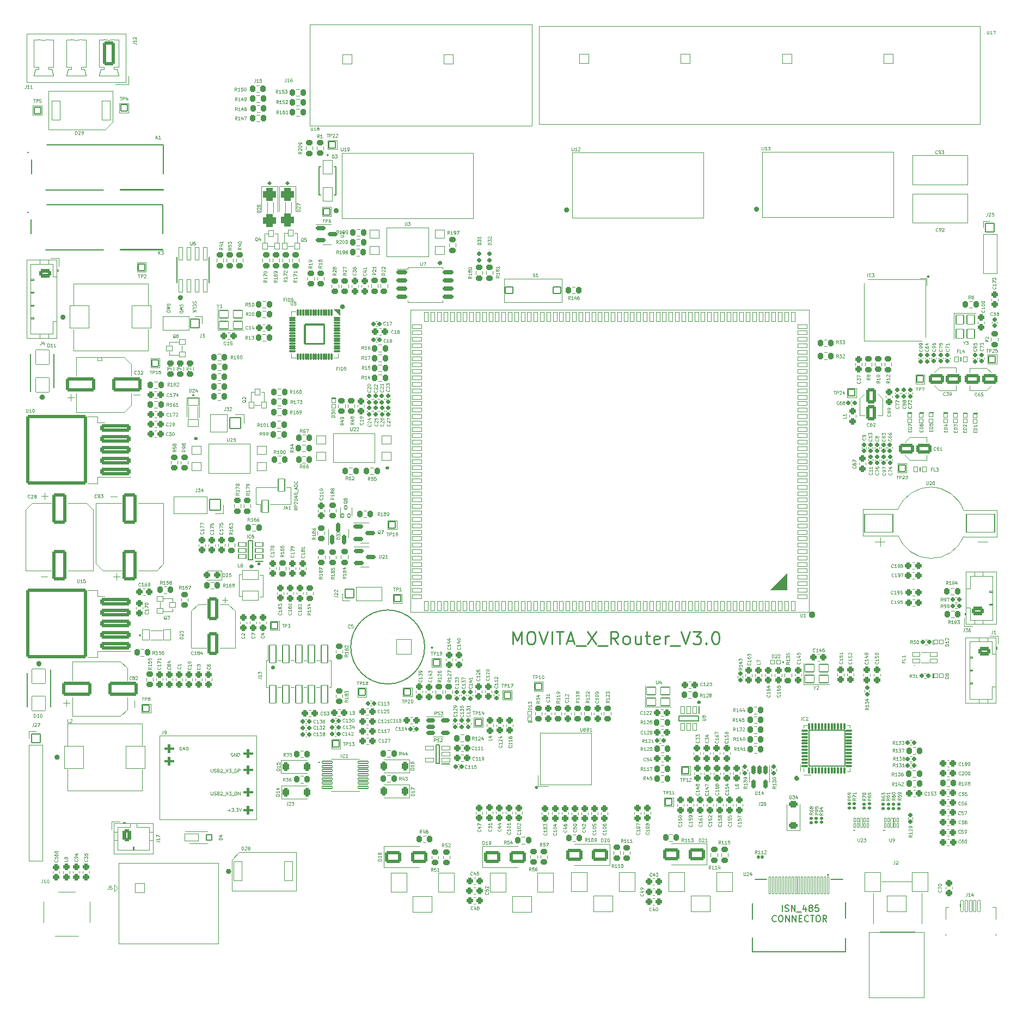
<source format=gto>
G04 #@! TF.GenerationSoftware,KiCad,Pcbnew,8.0.0-rc1*
G04 #@! TF.CreationDate,2024-04-25T14:23:08+03:00*
G04 #@! TF.ProjectId,MXVR_3.0,4d585652-5f33-42e3-902e-6b696361645f,REV1*
G04 #@! TF.SameCoordinates,Original*
G04 #@! TF.FileFunction,Legend,Top*
G04 #@! TF.FilePolarity,Positive*
%FSLAX46Y46*%
G04 Gerber Fmt 4.6, Leading zero omitted, Abs format (unit mm)*
G04 Created by KiCad (PCBNEW 8.0.0-rc1) date 2024-04-25 14:23:08*
%MOMM*%
%LPD*%
G01*
G04 APERTURE LIST*
G04 Aperture macros list*
%AMRoundRect*
0 Rectangle with rounded corners*
0 $1 Rounding radius*
0 $2 $3 $4 $5 $6 $7 $8 $9 X,Y pos of 4 corners*
0 Add a 4 corners polygon primitive as box body*
4,1,4,$2,$3,$4,$5,$6,$7,$8,$9,$2,$3,0*
0 Add four circle primitives for the rounded corners*
1,1,$1+$1,$2,$3*
1,1,$1+$1,$4,$5*
1,1,$1+$1,$6,$7*
1,1,$1+$1,$8,$9*
0 Add four rect primitives between the rounded corners*
20,1,$1+$1,$2,$3,$4,$5,0*
20,1,$1+$1,$4,$5,$6,$7,0*
20,1,$1+$1,$6,$7,$8,$9,0*
20,1,$1+$1,$8,$9,$2,$3,0*%
%AMFreePoly0*
4,1,25,0.171062,0.261062,0.186000,0.225000,0.186000,-0.090000,0.185020,-0.099949,0.174744,-0.151611,0.167129,-0.169997,0.137864,-0.213794,0.123794,-0.227864,0.079997,-0.257129,0.061611,-0.264744,0.009949,-0.275020,-0.009949,-0.275020,-0.061611,-0.264744,-0.079997,-0.257129,-0.123794,-0.227864,-0.137864,-0.213794,-0.167129,-0.169997,-0.174744,-0.151611,-0.185020,-0.099949,-0.186000,-0.090000,
-0.186000,0.225000,-0.171062,0.261062,-0.135000,0.276000,0.135000,0.276000,0.171062,0.261062,0.171062,0.261062,$1*%
%AMFreePoly1*
4,1,13,3.036062,3.036062,3.051000,3.000000,3.051000,-3.000000,3.036062,-3.036062,3.000000,-3.051000,-3.000000,-3.051000,-3.036062,-3.036062,-3.051000,-3.000000,-3.051000,3.000000,-3.036062,3.036062,-3.000000,3.051000,3.000000,3.051000,3.036062,3.036062,3.036062,3.036062,$1*%
G04 Aperture macros list end*
%ADD10C,0.120000*%
%ADD11C,0.250000*%
%ADD12C,0.100000*%
%ADD13C,0.200000*%
%ADD14C,0.400000*%
%ADD15C,0.550000*%
%ADD16C,0.127000*%
%ADD17C,0.500000*%
%ADD18C,0.300000*%
%ADD19C,0.450000*%
%ADD20RoundRect,0.225500X-0.225500X-0.300500X0.225500X-0.300500X0.225500X0.300500X-0.225500X0.300500X0*%
%ADD21RoundRect,0.250500X0.275500X-0.250500X0.275500X0.250500X-0.275500X0.250500X-0.275500X-0.250500X0*%
%ADD22RoundRect,0.165500X0.195500X-0.165500X0.195500X0.165500X-0.195500X0.165500X-0.195500X-0.165500X0*%
%ADD23RoundRect,0.165500X-0.195500X0.165500X-0.195500X-0.165500X0.195500X-0.165500X0.195500X0.165500X0*%
%ADD24RoundRect,0.225500X0.225500X0.300500X-0.225500X0.300500X-0.225500X-0.300500X0.225500X-0.300500X0*%
%ADD25RoundRect,0.165500X-0.165500X-0.195500X0.165500X-0.195500X0.165500X0.195500X-0.165500X0.195500X0*%
%ADD26RoundRect,0.160500X0.210500X-0.160500X0.210500X0.160500X-0.210500X0.160500X-0.210500X-0.160500X0*%
%ADD27RoundRect,0.225500X0.300500X-0.225500X0.300500X0.225500X-0.300500X0.225500X-0.300500X-0.225500X0*%
%ADD28C,1.000000*%
%ADD29C,1.602000*%
%ADD30RoundRect,0.051000X-0.500000X-0.500000X0.500000X-0.500000X0.500000X0.500000X-0.500000X0.500000X0*%
%ADD31RoundRect,0.250500X-0.275500X0.250500X-0.275500X-0.250500X0.275500X-0.250500X0.275500X0.250500X0*%
%ADD32RoundRect,0.160500X0.160500X0.210500X-0.160500X0.210500X-0.160500X-0.210500X0.160500X-0.210500X0*%
%ADD33RoundRect,0.225500X-0.300500X0.225500X-0.300500X-0.225500X0.300500X-0.225500X0.300500X0.225500X0*%
%ADD34C,1.483000*%
%ADD35RoundRect,0.051000X-0.100000X-0.300000X0.100000X-0.300000X0.100000X0.300000X-0.100000X0.300000X0*%
%ADD36RoundRect,0.051000X-0.200000X-0.700000X0.200000X-0.700000X0.200000X0.700000X-0.200000X0.700000X0*%
%ADD37RoundRect,0.051000X-0.575000X-0.825000X0.575000X-0.825000X0.575000X0.825000X-0.575000X0.825000X0*%
%ADD38RoundRect,0.088000X0.088000X-0.400500X0.088000X0.400500X-0.088000X0.400500X-0.088000X-0.400500X0*%
%ADD39RoundRect,0.088000X0.400500X-0.088000X0.400500X0.088000X-0.400500X0.088000X-0.400500X-0.088000X0*%
%ADD40RoundRect,0.051000X2.800000X-2.800000X2.800000X2.800000X-2.800000X2.800000X-2.800000X-2.800000X0*%
%ADD41RoundRect,0.051000X-0.650000X-1.500000X0.650000X-1.500000X0.650000X1.500000X-0.650000X1.500000X0*%
%ADD42RoundRect,0.051000X0.325000X0.350000X-0.325000X0.350000X-0.325000X-0.350000X0.325000X-0.350000X0*%
%ADD43RoundRect,0.250500X-0.250500X-0.400500X0.250500X-0.400500X0.250500X0.400500X-0.250500X0.400500X0*%
%ADD44RoundRect,0.160500X-0.160500X-0.210500X0.160500X-0.210500X0.160500X0.210500X-0.160500X0.210500X0*%
%ADD45RoundRect,0.051000X-0.750000X-0.300000X0.750000X-0.300000X0.750000X0.300000X-0.750000X0.300000X0*%
%ADD46RoundRect,0.051000X0.750000X0.300000X-0.750000X0.300000X-0.750000X-0.300000X0.750000X-0.300000X0*%
%ADD47RoundRect,0.051000X-0.300000X0.750000X-0.300000X-0.750000X0.300000X-0.750000X0.300000X0.750000X0*%
%ADD48RoundRect,0.051000X0.300000X-0.750000X0.300000X0.750000X-0.300000X0.750000X-0.300000X-0.750000X0*%
%ADD49RoundRect,0.250500X0.250500X0.275500X-0.250500X0.275500X-0.250500X-0.275500X0.250500X-0.275500X0*%
%ADD50RoundRect,0.051000X1.155000X1.155000X-1.155000X1.155000X-1.155000X-1.155000X1.155000X-1.155000X0*%
%ADD51C,2.412000*%
%ADD52RoundRect,0.250500X-0.250500X-0.275500X0.250500X-0.275500X0.250500X0.275500X-0.250500X0.275500X0*%
%ADD53RoundRect,0.175500X-0.538000X-0.175500X0.538000X-0.175500X0.538000X0.175500X-0.538000X0.175500X0*%
%ADD54C,1.302000*%
%ADD55RoundRect,0.125500X-0.125500X0.155500X-0.125500X-0.155500X0.125500X-0.155500X0.125500X0.155500X0*%
%ADD56RoundRect,0.051000X0.500000X-1.375000X0.500000X1.375000X-0.500000X1.375000X-0.500000X-1.375000X0*%
%ADD57RoundRect,0.264167X-1.036833X-0.686833X1.036833X-0.686833X1.036833X0.686833X-1.036833X0.686833X0*%
%ADD58RoundRect,0.051000X-0.400000X-0.450000X0.400000X-0.450000X0.400000X0.450000X-0.400000X0.450000X0*%
%ADD59RoundRect,0.051000X0.400000X0.450000X-0.400000X0.450000X-0.400000X-0.450000X0.400000X-0.450000X0*%
%ADD60RoundRect,0.051000X-0.450000X0.400000X-0.450000X-0.400000X0.450000X-0.400000X0.450000X0.400000X0*%
%ADD61RoundRect,0.051000X0.450000X-0.400000X0.450000X0.400000X-0.450000X0.400000X-0.450000X-0.400000X0*%
%ADD62RoundRect,0.051000X-0.300000X0.275000X-0.300000X-0.275000X0.300000X-0.275000X0.300000X0.275000X0*%
%ADD63RoundRect,0.160500X-0.210500X0.160500X-0.210500X-0.160500X0.210500X-0.160500X0.210500X0.160500X0*%
%ADD64RoundRect,0.051000X0.750000X0.625000X-0.750000X0.625000X-0.750000X-0.625000X0.750000X-0.625000X0*%
%ADD65C,3.352000*%
%ADD66RoundRect,0.051000X0.750000X0.750000X-0.750000X0.750000X-0.750000X-0.750000X0.750000X-0.750000X0*%
%ADD67C,2.402000*%
%ADD68RoundRect,0.271250X-0.654750X0.379750X-0.654750X-0.379750X0.654750X-0.379750X0.654750X0.379750X0*%
%ADD69O,1.852000X1.302000*%
%ADD70RoundRect,0.051000X-0.675000X-0.675000X0.675000X-0.675000X0.675000X0.675000X-0.675000X0.675000X0*%
%ADD71O,1.452000X1.452000*%
%ADD72RoundRect,0.051000X-1.250000X1.500000X-1.250000X-1.500000X1.250000X-1.500000X1.250000X1.500000X0*%
%ADD73RoundRect,0.051000X-1.500000X1.250000X-1.500000X-1.250000X1.500000X-1.250000X1.500000X1.250000X0*%
%ADD74RoundRect,0.165500X0.165500X0.195500X-0.165500X0.195500X-0.165500X-0.195500X0.165500X-0.195500X0*%
%ADD75RoundRect,0.051000X0.275000X0.300000X-0.275000X0.300000X-0.275000X-0.300000X0.275000X-0.300000X0*%
%ADD76RoundRect,0.244250X0.281750X-0.244250X0.281750X0.244250X-0.281750X0.244250X-0.281750X-0.244250X0*%
%ADD77RoundRect,0.051000X-0.275000X-0.300000X0.275000X-0.300000X0.275000X0.300000X-0.275000X0.300000X0*%
%ADD78RoundRect,0.075500X-0.075500X0.413000X-0.075500X-0.413000X0.075500X-0.413000X0.075500X0.413000X0*%
%ADD79RoundRect,0.075500X-0.413000X0.075500X-0.413000X-0.075500X0.413000X-0.075500X0.413000X0.075500X0*%
%ADD80RoundRect,0.148590X-1.502410X1.502410X-1.502410X-1.502410X1.502410X-1.502410X1.502410X1.502410X0*%
%ADD81C,1.002000*%
%ADD82C,6.302000*%
%ADD83RoundRect,0.525500X0.525500X-0.525500X0.525500X0.525500X-0.525500X0.525500X-0.525500X-0.525500X0*%
%ADD84RoundRect,0.525500X-0.525500X0.525500X-0.525500X-0.525500X0.525500X-0.525500X0.525500X0.525500X0*%
%ADD85RoundRect,0.125500X0.155500X0.125500X-0.155500X0.125500X-0.155500X-0.125500X0.155500X-0.125500X0*%
%ADD86RoundRect,0.264167X1.036833X0.686833X-1.036833X0.686833X-1.036833X-0.686833X1.036833X-0.686833X0*%
%ADD87RoundRect,0.051000X1.085000X-0.560000X1.085000X0.560000X-1.085000X0.560000X-1.085000X-0.560000X0*%
%ADD88RoundRect,0.051000X0.425000X-0.425000X0.425000X0.425000X-0.425000X0.425000X-0.425000X-0.425000X0*%
%ADD89C,1.752000*%
%ADD90RoundRect,0.244250X0.244250X0.281750X-0.244250X0.281750X-0.244250X-0.281750X0.244250X-0.281750X0*%
%ADD91FreePoly0,0.000000*%
%ADD92FreePoly0,90.000000*%
%ADD93FreePoly0,180.000000*%
%ADD94FreePoly0,270.000000*%
%ADD95FreePoly1,0.000000*%
%ADD96RoundRect,0.051000X-0.600000X0.700000X-0.600000X-0.700000X0.600000X-0.700000X0.600000X0.700000X0*%
%ADD97RoundRect,0.051000X-0.850000X0.850000X-0.850000X-0.850000X0.850000X-0.850000X0.850000X0.850000X0*%
%ADD98O,1.802000X1.802000*%
%ADD99RoundRect,0.051000X-0.700000X-0.600000X0.700000X-0.600000X0.700000X0.600000X-0.700000X0.600000X0*%
%ADD100RoundRect,0.051000X0.500000X0.500000X-0.500000X0.500000X-0.500000X-0.500000X0.500000X-0.500000X0*%
%ADD101RoundRect,0.051000X-0.675000X0.675000X-0.675000X-0.675000X0.675000X-0.675000X0.675000X0.675000X0*%
%ADD102RoundRect,0.262144X0.838856X-2.088856X0.838856X2.088856X-0.838856X2.088856X-0.838856X-2.088856X0*%
%ADD103C,2.352000*%
%ADD104RoundRect,0.262144X2.038856X0.838856X-2.038856X0.838856X-2.038856X-0.838856X2.038856X-0.838856X0*%
%ADD105RoundRect,0.051000X0.300000X-0.275000X0.300000X0.275000X-0.300000X0.275000X-0.300000X-0.275000X0*%
%ADD106RoundRect,0.125500X0.125500X-0.155500X0.125500X0.155500X-0.125500X0.155500X-0.125500X-0.155500X0*%
%ADD107RoundRect,0.048440X0.297560X-0.987560X0.297560X0.987560X-0.297560X0.987560X-0.297560X-0.987560X0*%
%ADD108RoundRect,0.271250X0.654750X-0.379750X0.654750X0.379750X-0.654750X0.379750X-0.654750X-0.379750X0*%
%ADD109RoundRect,0.262144X-0.838856X2.088856X-0.838856X-2.088856X0.838856X-2.088856X0.838856X2.088856X0*%
%ADD110RoundRect,0.051000X0.600000X0.500000X-0.600000X0.500000X-0.600000X-0.500000X0.600000X-0.500000X0*%
%ADD111RoundRect,0.264167X0.686833X1.586833X-0.686833X1.586833X-0.686833X-1.586833X0.686833X-1.586833X0*%
%ADD112O,1.902000X3.702000*%
%ADD113RoundRect,0.051000X-0.200000X-0.872500X0.200000X-0.872500X0.200000X0.872500X-0.200000X0.872500X0*%
%ADD114O,1.302000X2.002000*%
%ADD115C,1.552000*%
%ADD116RoundRect,0.267001X-0.958999X-0.533999X0.958999X-0.533999X0.958999X0.533999X-0.958999X0.533999X0*%
%ADD117RoundRect,0.265938X-0.585062X1.535062X-0.585062X-1.535062X0.585062X-1.535062X0.585062X1.535062X0*%
%ADD118RoundRect,0.273182X2.077818X0.327818X-2.077818X0.327818X-2.077818X-0.327818X2.077818X-0.327818X0*%
%ADD119RoundRect,0.252715X4.498285X5.198285X-4.498285X5.198285X-4.498285X-5.198285X4.498285X-5.198285X0*%
%ADD120RoundRect,0.051000X-0.200000X0.255000X-0.200000X-0.255000X0.200000X-0.255000X0.200000X0.255000X0*%
%ADD121RoundRect,0.271250X-0.379750X-0.654750X0.379750X-0.654750X0.379750X0.654750X-0.379750X0.654750X0*%
%ADD122O,1.302000X1.852000*%
%ADD123C,2.602000*%
%ADD124RoundRect,0.175500X-0.613000X-0.175500X0.613000X-0.175500X0.613000X0.175500X-0.613000X0.175500X0*%
%ADD125RoundRect,0.173000X-0.198000X0.173000X-0.198000X-0.173000X0.198000X-0.173000X0.198000X0.173000X0*%
%ADD126RoundRect,0.051000X0.675000X-0.675000X0.675000X0.675000X-0.675000X0.675000X-0.675000X-0.675000X0*%
%ADD127RoundRect,0.051000X-0.325000X-0.562500X0.325000X-0.562500X0.325000X0.562500X-0.325000X0.562500X0*%
%ADD128RoundRect,0.051000X0.525000X-0.300000X0.525000X0.300000X-0.525000X0.300000X-0.525000X-0.300000X0*%
%ADD129RoundRect,0.051000X-2.200000X1.400000X-2.200000X-1.400000X2.200000X-1.400000X2.200000X1.400000X0*%
%ADD130RoundRect,0.175500X-0.175500X0.538000X-0.175500X-0.538000X0.175500X-0.538000X0.175500X0.538000X0*%
%ADD131RoundRect,0.051000X-1.500000X-1.750000X1.500000X-1.750000X1.500000X1.750000X-1.500000X1.750000X0*%
%ADD132RoundRect,0.051000X-0.750000X-0.625000X0.750000X-0.625000X0.750000X0.625000X-0.750000X0.625000X0*%
%ADD133RoundRect,0.175500X-0.675500X-0.175500X0.675500X-0.175500X0.675500X0.175500X-0.675500X0.175500X0*%
%ADD134RoundRect,0.244250X-0.281750X0.244250X-0.281750X-0.244250X0.281750X-0.244250X0.281750X0.244250X0*%
%ADD135RoundRect,0.250500X0.250500X0.400500X-0.250500X0.400500X-0.250500X-0.400500X0.250500X-0.400500X0*%
%ADD136RoundRect,0.267001X0.958999X0.533999X-0.958999X0.533999X-0.958999X-0.533999X0.958999X-0.533999X0*%
%ADD137RoundRect,0.051000X-1.250000X-0.750000X1.250000X-0.750000X1.250000X0.750000X-1.250000X0.750000X0*%
%ADD138RoundRect,0.051000X-0.625000X0.325000X-0.625000X-0.325000X0.625000X-0.325000X0.625000X0.325000X0*%
%ADD139C,0.402000*%
%ADD140RoundRect,0.250500X0.400500X-0.250500X0.400500X0.250500X-0.400500X0.250500X-0.400500X-0.250500X0*%
%ADD141C,3.302000*%
%ADD142RoundRect,0.051000X-0.750000X-0.750000X0.750000X-0.750000X0.750000X0.750000X-0.750000X0.750000X0*%
%ADD143RoundRect,0.051000X-0.600000X0.300000X-0.600000X-0.300000X0.600000X-0.300000X0.600000X0.300000X0*%
%ADD144RoundRect,0.051000X0.500000X-0.500000X0.500000X0.500000X-0.500000X0.500000X-0.500000X-0.500000X0*%
%ADD145RoundRect,0.051000X-0.800000X0.175000X-0.800000X-0.175000X0.800000X-0.175000X0.800000X0.175000X0*%
%ADD146RoundRect,0.539231X0.211769X0.161769X-0.211769X0.161769X-0.211769X-0.161769X0.211769X-0.161769X0*%
%ADD147RoundRect,0.051000X0.500000X-0.950000X0.500000X0.950000X-0.500000X0.950000X-0.500000X-0.950000X0*%
%ADD148RoundRect,0.051000X0.650000X1.500000X-0.650000X1.500000X-0.650000X-1.500000X0.650000X-1.500000X0*%
%ADD149RoundRect,0.267001X-0.533999X0.958999X-0.533999X-0.958999X0.533999X-0.958999X0.533999X0.958999X0*%
%ADD150RoundRect,0.051000X1.025000X1.125000X-1.025000X1.125000X-1.025000X-1.125000X1.025000X-1.125000X0*%
%ADD151RoundRect,0.051000X-0.750000X1.060000X-0.750000X-1.060000X0.750000X-1.060000X0.750000X1.060000X0*%
%ADD152RoundRect,0.051000X-0.500000X0.500000X-0.500000X-0.500000X0.500000X-0.500000X0.500000X0.500000X0*%
%ADD153RoundRect,0.051000X-1.025000X-1.125000X1.025000X-1.125000X1.025000X1.125000X-1.025000X1.125000X0*%
%ADD154RoundRect,0.051000X-0.825000X0.575000X-0.825000X-0.575000X0.825000X-0.575000X0.825000X0.575000X0*%
%ADD155RoundRect,0.051000X-0.150000X-1.300000X0.150000X-1.300000X0.150000X1.300000X-0.150000X1.300000X0*%
%ADD156O,1.602000X3.402000*%
%ADD157O,1.602000X2.402000*%
%ADD158RoundRect,0.175500X0.175500X-0.613000X0.175500X0.613000X-0.175500X0.613000X-0.175500X-0.613000X0*%
%ADD159O,3.302000X2.102000*%
%ADD160O,1.402000X2.702000*%
%ADD161C,1.102000*%
%ADD162C,1.202000*%
%ADD163C,1.702000*%
%ADD164C,1.626000*%
G04 APERTURE END LIST*
D10*
X52790000Y-98590000D02*
X52790000Y-97590000D01*
X52290000Y-98090000D02*
X53290000Y-98090000D01*
X64020000Y-111130000D02*
X64020000Y-110130000D01*
X56900000Y-83220000D02*
X56900000Y-82220000D01*
X56400000Y-82720000D02*
X57400000Y-82720000D01*
X64050000Y-98150000D02*
X63050000Y-98150000D01*
X66780000Y-130910000D02*
X66780000Y-129910000D01*
X53260000Y-110570000D02*
X52260000Y-110570000D01*
X63520000Y-110630000D02*
X64520000Y-110630000D01*
X67650000Y-82340000D02*
X66650000Y-82340000D01*
X56210000Y-130750000D02*
X56210000Y-129750000D01*
X55710000Y-130250000D02*
X56710000Y-130250000D01*
D11*
X125620663Y-121122238D02*
X125620663Y-119122238D01*
X125620663Y-119122238D02*
X126287330Y-120550809D01*
X126287330Y-120550809D02*
X126953996Y-119122238D01*
X126953996Y-119122238D02*
X126953996Y-121122238D01*
X128287329Y-119122238D02*
X128668282Y-119122238D01*
X128668282Y-119122238D02*
X128858758Y-119217476D01*
X128858758Y-119217476D02*
X129049234Y-119407952D01*
X129049234Y-119407952D02*
X129144472Y-119788904D01*
X129144472Y-119788904D02*
X129144472Y-120455571D01*
X129144472Y-120455571D02*
X129049234Y-120836523D01*
X129049234Y-120836523D02*
X128858758Y-121027000D01*
X128858758Y-121027000D02*
X128668282Y-121122238D01*
X128668282Y-121122238D02*
X128287329Y-121122238D01*
X128287329Y-121122238D02*
X128096853Y-121027000D01*
X128096853Y-121027000D02*
X127906377Y-120836523D01*
X127906377Y-120836523D02*
X127811139Y-120455571D01*
X127811139Y-120455571D02*
X127811139Y-119788904D01*
X127811139Y-119788904D02*
X127906377Y-119407952D01*
X127906377Y-119407952D02*
X128096853Y-119217476D01*
X128096853Y-119217476D02*
X128287329Y-119122238D01*
X129715901Y-119122238D02*
X130382567Y-121122238D01*
X130382567Y-121122238D02*
X131049234Y-119122238D01*
X131715901Y-121122238D02*
X131715901Y-119122238D01*
X132382568Y-119122238D02*
X133525425Y-119122238D01*
X132953996Y-121122238D02*
X132953996Y-119122238D01*
X134096854Y-120550809D02*
X135049235Y-120550809D01*
X133906378Y-121122238D02*
X134573044Y-119122238D01*
X134573044Y-119122238D02*
X135239711Y-121122238D01*
X135430188Y-121312714D02*
X136953997Y-121312714D01*
X137239712Y-119122238D02*
X138573045Y-121122238D01*
X138573045Y-119122238D02*
X137239712Y-121122238D01*
X138858760Y-121312714D02*
X140382569Y-121312714D01*
X142001617Y-121122238D02*
X141334950Y-120169857D01*
X140858760Y-121122238D02*
X140858760Y-119122238D01*
X140858760Y-119122238D02*
X141620665Y-119122238D01*
X141620665Y-119122238D02*
X141811141Y-119217476D01*
X141811141Y-119217476D02*
X141906379Y-119312714D01*
X141906379Y-119312714D02*
X142001617Y-119503190D01*
X142001617Y-119503190D02*
X142001617Y-119788904D01*
X142001617Y-119788904D02*
X141906379Y-119979380D01*
X141906379Y-119979380D02*
X141811141Y-120074619D01*
X141811141Y-120074619D02*
X141620665Y-120169857D01*
X141620665Y-120169857D02*
X140858760Y-120169857D01*
X143144474Y-121122238D02*
X142953998Y-121027000D01*
X142953998Y-121027000D02*
X142858760Y-120931761D01*
X142858760Y-120931761D02*
X142763522Y-120741285D01*
X142763522Y-120741285D02*
X142763522Y-120169857D01*
X142763522Y-120169857D02*
X142858760Y-119979380D01*
X142858760Y-119979380D02*
X142953998Y-119884142D01*
X142953998Y-119884142D02*
X143144474Y-119788904D01*
X143144474Y-119788904D02*
X143430189Y-119788904D01*
X143430189Y-119788904D02*
X143620665Y-119884142D01*
X143620665Y-119884142D02*
X143715903Y-119979380D01*
X143715903Y-119979380D02*
X143811141Y-120169857D01*
X143811141Y-120169857D02*
X143811141Y-120741285D01*
X143811141Y-120741285D02*
X143715903Y-120931761D01*
X143715903Y-120931761D02*
X143620665Y-121027000D01*
X143620665Y-121027000D02*
X143430189Y-121122238D01*
X143430189Y-121122238D02*
X143144474Y-121122238D01*
X145525427Y-119788904D02*
X145525427Y-121122238D01*
X144668284Y-119788904D02*
X144668284Y-120836523D01*
X144668284Y-120836523D02*
X144763522Y-121027000D01*
X144763522Y-121027000D02*
X144953998Y-121122238D01*
X144953998Y-121122238D02*
X145239713Y-121122238D01*
X145239713Y-121122238D02*
X145430189Y-121027000D01*
X145430189Y-121027000D02*
X145525427Y-120931761D01*
X146192094Y-119788904D02*
X146953998Y-119788904D01*
X146477808Y-119122238D02*
X146477808Y-120836523D01*
X146477808Y-120836523D02*
X146573046Y-121027000D01*
X146573046Y-121027000D02*
X146763522Y-121122238D01*
X146763522Y-121122238D02*
X146953998Y-121122238D01*
X148382570Y-121027000D02*
X148192094Y-121122238D01*
X148192094Y-121122238D02*
X147811141Y-121122238D01*
X147811141Y-121122238D02*
X147620665Y-121027000D01*
X147620665Y-121027000D02*
X147525427Y-120836523D01*
X147525427Y-120836523D02*
X147525427Y-120074619D01*
X147525427Y-120074619D02*
X147620665Y-119884142D01*
X147620665Y-119884142D02*
X147811141Y-119788904D01*
X147811141Y-119788904D02*
X148192094Y-119788904D01*
X148192094Y-119788904D02*
X148382570Y-119884142D01*
X148382570Y-119884142D02*
X148477808Y-120074619D01*
X148477808Y-120074619D02*
X148477808Y-120265095D01*
X148477808Y-120265095D02*
X147525427Y-120455571D01*
X149334951Y-121122238D02*
X149334951Y-119788904D01*
X149334951Y-120169857D02*
X149430189Y-119979380D01*
X149430189Y-119979380D02*
X149525427Y-119884142D01*
X149525427Y-119884142D02*
X149715903Y-119788904D01*
X149715903Y-119788904D02*
X149906380Y-119788904D01*
X150096856Y-121312714D02*
X151620665Y-121312714D01*
X151811142Y-119122238D02*
X152477808Y-121122238D01*
X152477808Y-121122238D02*
X153144475Y-119122238D01*
X153620666Y-119122238D02*
X154858761Y-119122238D01*
X154858761Y-119122238D02*
X154192094Y-119884142D01*
X154192094Y-119884142D02*
X154477809Y-119884142D01*
X154477809Y-119884142D02*
X154668285Y-119979380D01*
X154668285Y-119979380D02*
X154763523Y-120074619D01*
X154763523Y-120074619D02*
X154858761Y-120265095D01*
X154858761Y-120265095D02*
X154858761Y-120741285D01*
X154858761Y-120741285D02*
X154763523Y-120931761D01*
X154763523Y-120931761D02*
X154668285Y-121027000D01*
X154668285Y-121027000D02*
X154477809Y-121122238D01*
X154477809Y-121122238D02*
X153906380Y-121122238D01*
X153906380Y-121122238D02*
X153715904Y-121027000D01*
X153715904Y-121027000D02*
X153620666Y-120931761D01*
X155715904Y-120931761D02*
X155811142Y-121027000D01*
X155811142Y-121027000D02*
X155715904Y-121122238D01*
X155715904Y-121122238D02*
X155620666Y-121027000D01*
X155620666Y-121027000D02*
X155715904Y-120931761D01*
X155715904Y-120931761D02*
X155715904Y-121122238D01*
X157049237Y-119122238D02*
X157239714Y-119122238D01*
X157239714Y-119122238D02*
X157430190Y-119217476D01*
X157430190Y-119217476D02*
X157525428Y-119312714D01*
X157525428Y-119312714D02*
X157620666Y-119503190D01*
X157620666Y-119503190D02*
X157715904Y-119884142D01*
X157715904Y-119884142D02*
X157715904Y-120360333D01*
X157715904Y-120360333D02*
X157620666Y-120741285D01*
X157620666Y-120741285D02*
X157525428Y-120931761D01*
X157525428Y-120931761D02*
X157430190Y-121027000D01*
X157430190Y-121027000D02*
X157239714Y-121122238D01*
X157239714Y-121122238D02*
X157049237Y-121122238D01*
X157049237Y-121122238D02*
X156858761Y-121027000D01*
X156858761Y-121027000D02*
X156763523Y-120931761D01*
X156763523Y-120931761D02*
X156668285Y-120741285D01*
X156668285Y-120741285D02*
X156573047Y-120360333D01*
X156573047Y-120360333D02*
X156573047Y-119884142D01*
X156573047Y-119884142D02*
X156668285Y-119503190D01*
X156668285Y-119503190D02*
X156763523Y-119312714D01*
X156763523Y-119312714D02*
X156858761Y-119217476D01*
X156858761Y-119217476D02*
X157049237Y-119122238D01*
D12*
X74076836Y-137081324D02*
X74029217Y-137057514D01*
X74029217Y-137057514D02*
X73957788Y-137057514D01*
X73957788Y-137057514D02*
X73886360Y-137081324D01*
X73886360Y-137081324D02*
X73838741Y-137128943D01*
X73838741Y-137128943D02*
X73814931Y-137176562D01*
X73814931Y-137176562D02*
X73791122Y-137271800D01*
X73791122Y-137271800D02*
X73791122Y-137343228D01*
X73791122Y-137343228D02*
X73814931Y-137438466D01*
X73814931Y-137438466D02*
X73838741Y-137486085D01*
X73838741Y-137486085D02*
X73886360Y-137533705D01*
X73886360Y-137533705D02*
X73957788Y-137557514D01*
X73957788Y-137557514D02*
X74005407Y-137557514D01*
X74005407Y-137557514D02*
X74076836Y-137533705D01*
X74076836Y-137533705D02*
X74100645Y-137509895D01*
X74100645Y-137509895D02*
X74100645Y-137343228D01*
X74100645Y-137343228D02*
X74005407Y-137343228D01*
X74314931Y-137557514D02*
X74314931Y-137057514D01*
X74314931Y-137057514D02*
X74600645Y-137557514D01*
X74600645Y-137557514D02*
X74600645Y-137057514D01*
X74838741Y-137557514D02*
X74838741Y-137057514D01*
X74838741Y-137057514D02*
X74957789Y-137057514D01*
X74957789Y-137057514D02*
X75029217Y-137081324D01*
X75029217Y-137081324D02*
X75076836Y-137128943D01*
X75076836Y-137128943D02*
X75100646Y-137176562D01*
X75100646Y-137176562D02*
X75124455Y-137271800D01*
X75124455Y-137271800D02*
X75124455Y-137343228D01*
X75124455Y-137343228D02*
X75100646Y-137438466D01*
X75100646Y-137438466D02*
X75076836Y-137486085D01*
X75076836Y-137486085D02*
X75029217Y-137533705D01*
X75029217Y-137533705D02*
X74957789Y-137557514D01*
X74957789Y-137557514D02*
X74838741Y-137557514D01*
X92112750Y-99934590D02*
X91874655Y-100101256D01*
X92112750Y-100220304D02*
X91612750Y-100220304D01*
X91612750Y-100220304D02*
X91612750Y-100029828D01*
X91612750Y-100029828D02*
X91636560Y-99982209D01*
X91636560Y-99982209D02*
X91660369Y-99958399D01*
X91660369Y-99958399D02*
X91707988Y-99934590D01*
X91707988Y-99934590D02*
X91779417Y-99934590D01*
X91779417Y-99934590D02*
X91827036Y-99958399D01*
X91827036Y-99958399D02*
X91850845Y-99982209D01*
X91850845Y-99982209D02*
X91874655Y-100029828D01*
X91874655Y-100029828D02*
X91874655Y-100220304D01*
X92112750Y-99720304D02*
X91612750Y-99720304D01*
X91612750Y-99720304D02*
X91612750Y-99529828D01*
X91612750Y-99529828D02*
X91636560Y-99482209D01*
X91636560Y-99482209D02*
X91660369Y-99458399D01*
X91660369Y-99458399D02*
X91707988Y-99434590D01*
X91707988Y-99434590D02*
X91779417Y-99434590D01*
X91779417Y-99434590D02*
X91827036Y-99458399D01*
X91827036Y-99458399D02*
X91850845Y-99482209D01*
X91850845Y-99482209D02*
X91874655Y-99529828D01*
X91874655Y-99529828D02*
X91874655Y-99720304D01*
X91660369Y-99244113D02*
X91636560Y-99220304D01*
X91636560Y-99220304D02*
X91612750Y-99172685D01*
X91612750Y-99172685D02*
X91612750Y-99053637D01*
X91612750Y-99053637D02*
X91636560Y-99006018D01*
X91636560Y-99006018D02*
X91660369Y-98982209D01*
X91660369Y-98982209D02*
X91707988Y-98958399D01*
X91707988Y-98958399D02*
X91755607Y-98958399D01*
X91755607Y-98958399D02*
X91827036Y-98982209D01*
X91827036Y-98982209D02*
X92112750Y-99267923D01*
X92112750Y-99267923D02*
X92112750Y-98958399D01*
X91612750Y-98648876D02*
X91612750Y-98601257D01*
X91612750Y-98601257D02*
X91636560Y-98553638D01*
X91636560Y-98553638D02*
X91660369Y-98529828D01*
X91660369Y-98529828D02*
X91707988Y-98506019D01*
X91707988Y-98506019D02*
X91803226Y-98482209D01*
X91803226Y-98482209D02*
X91922274Y-98482209D01*
X91922274Y-98482209D02*
X92017512Y-98506019D01*
X92017512Y-98506019D02*
X92065131Y-98529828D01*
X92065131Y-98529828D02*
X92088941Y-98553638D01*
X92088941Y-98553638D02*
X92112750Y-98601257D01*
X92112750Y-98601257D02*
X92112750Y-98648876D01*
X92112750Y-98648876D02*
X92088941Y-98696495D01*
X92088941Y-98696495D02*
X92065131Y-98720304D01*
X92065131Y-98720304D02*
X92017512Y-98744114D01*
X92017512Y-98744114D02*
X91922274Y-98767923D01*
X91922274Y-98767923D02*
X91803226Y-98767923D01*
X91803226Y-98767923D02*
X91707988Y-98744114D01*
X91707988Y-98744114D02*
X91660369Y-98720304D01*
X91660369Y-98720304D02*
X91636560Y-98696495D01*
X91636560Y-98696495D02*
X91612750Y-98648876D01*
X91779417Y-98053638D02*
X92112750Y-98053638D01*
X91588941Y-98172686D02*
X91946083Y-98291733D01*
X91946083Y-98291733D02*
X91946083Y-97982210D01*
X91612750Y-97696496D02*
X91612750Y-97648877D01*
X91612750Y-97648877D02*
X91636560Y-97601258D01*
X91636560Y-97601258D02*
X91660369Y-97577448D01*
X91660369Y-97577448D02*
X91707988Y-97553639D01*
X91707988Y-97553639D02*
X91803226Y-97529829D01*
X91803226Y-97529829D02*
X91922274Y-97529829D01*
X91922274Y-97529829D02*
X92017512Y-97553639D01*
X92017512Y-97553639D02*
X92065131Y-97577448D01*
X92065131Y-97577448D02*
X92088941Y-97601258D01*
X92088941Y-97601258D02*
X92112750Y-97648877D01*
X92112750Y-97648877D02*
X92112750Y-97696496D01*
X92112750Y-97696496D02*
X92088941Y-97744115D01*
X92088941Y-97744115D02*
X92065131Y-97767924D01*
X92065131Y-97767924D02*
X92017512Y-97791734D01*
X92017512Y-97791734D02*
X91922274Y-97815543D01*
X91922274Y-97815543D02*
X91803226Y-97815543D01*
X91803226Y-97815543D02*
X91707988Y-97791734D01*
X91707988Y-97791734D02*
X91660369Y-97767924D01*
X91660369Y-97767924D02*
X91636560Y-97744115D01*
X91636560Y-97744115D02*
X91612750Y-97696496D01*
X92160369Y-97434592D02*
X92160369Y-97053639D01*
X91969893Y-96958401D02*
X91969893Y-96720306D01*
X92112750Y-97006020D02*
X91612750Y-96839354D01*
X91612750Y-96839354D02*
X92112750Y-96672687D01*
X92112750Y-96506021D02*
X91612750Y-96506021D01*
X91612750Y-96506021D02*
X91612750Y-96386973D01*
X91612750Y-96386973D02*
X91636560Y-96315545D01*
X91636560Y-96315545D02*
X91684179Y-96267926D01*
X91684179Y-96267926D02*
X91731798Y-96244116D01*
X91731798Y-96244116D02*
X91827036Y-96220307D01*
X91827036Y-96220307D02*
X91898464Y-96220307D01*
X91898464Y-96220307D02*
X91993702Y-96244116D01*
X91993702Y-96244116D02*
X92041321Y-96267926D01*
X92041321Y-96267926D02*
X92088941Y-96315545D01*
X92088941Y-96315545D02*
X92112750Y-96386973D01*
X92112750Y-96386973D02*
X92112750Y-96506021D01*
X92065131Y-95720307D02*
X92088941Y-95744116D01*
X92088941Y-95744116D02*
X92112750Y-95815545D01*
X92112750Y-95815545D02*
X92112750Y-95863164D01*
X92112750Y-95863164D02*
X92088941Y-95934592D01*
X92088941Y-95934592D02*
X92041321Y-95982211D01*
X92041321Y-95982211D02*
X91993702Y-96006021D01*
X91993702Y-96006021D02*
X91898464Y-96029830D01*
X91898464Y-96029830D02*
X91827036Y-96029830D01*
X91827036Y-96029830D02*
X91731798Y-96006021D01*
X91731798Y-96006021D02*
X91684179Y-95982211D01*
X91684179Y-95982211D02*
X91636560Y-95934592D01*
X91636560Y-95934592D02*
X91612750Y-95863164D01*
X91612750Y-95863164D02*
X91612750Y-95815545D01*
X91612750Y-95815545D02*
X91636560Y-95744116D01*
X91636560Y-95744116D02*
X91660369Y-95720307D01*
X81304836Y-146913133D02*
X81685789Y-146913133D01*
X81495312Y-147103609D02*
X81495312Y-146722657D01*
X81876265Y-146603609D02*
X82185789Y-146603609D01*
X82185789Y-146603609D02*
X82019122Y-146794085D01*
X82019122Y-146794085D02*
X82090551Y-146794085D01*
X82090551Y-146794085D02*
X82138170Y-146817895D01*
X82138170Y-146817895D02*
X82161979Y-146841704D01*
X82161979Y-146841704D02*
X82185789Y-146889323D01*
X82185789Y-146889323D02*
X82185789Y-147008371D01*
X82185789Y-147008371D02*
X82161979Y-147055990D01*
X82161979Y-147055990D02*
X82138170Y-147079800D01*
X82138170Y-147079800D02*
X82090551Y-147103609D01*
X82090551Y-147103609D02*
X81947694Y-147103609D01*
X81947694Y-147103609D02*
X81900075Y-147079800D01*
X81900075Y-147079800D02*
X81876265Y-147055990D01*
X82400074Y-147055990D02*
X82423884Y-147079800D01*
X82423884Y-147079800D02*
X82400074Y-147103609D01*
X82400074Y-147103609D02*
X82376265Y-147079800D01*
X82376265Y-147079800D02*
X82400074Y-147055990D01*
X82400074Y-147055990D02*
X82400074Y-147103609D01*
X82590550Y-146603609D02*
X82900074Y-146603609D01*
X82900074Y-146603609D02*
X82733407Y-146794085D01*
X82733407Y-146794085D02*
X82804836Y-146794085D01*
X82804836Y-146794085D02*
X82852455Y-146817895D01*
X82852455Y-146817895D02*
X82876264Y-146841704D01*
X82876264Y-146841704D02*
X82900074Y-146889323D01*
X82900074Y-146889323D02*
X82900074Y-147008371D01*
X82900074Y-147008371D02*
X82876264Y-147055990D01*
X82876264Y-147055990D02*
X82852455Y-147079800D01*
X82852455Y-147079800D02*
X82804836Y-147103609D01*
X82804836Y-147103609D02*
X82661979Y-147103609D01*
X82661979Y-147103609D02*
X82614360Y-147079800D01*
X82614360Y-147079800D02*
X82590550Y-147055990D01*
X83042931Y-146603609D02*
X83209597Y-147103609D01*
X83209597Y-147103609D02*
X83376264Y-146603609D01*
X72302580Y-68456741D02*
X72326390Y-68409122D01*
X72326390Y-68409122D02*
X72326390Y-68337693D01*
X72326390Y-68337693D02*
X72302580Y-68266265D01*
X72302580Y-68266265D02*
X72254961Y-68218646D01*
X72254961Y-68218646D02*
X72207342Y-68194836D01*
X72207342Y-68194836D02*
X72112104Y-68171027D01*
X72112104Y-68171027D02*
X72040676Y-68171027D01*
X72040676Y-68171027D02*
X71945438Y-68194836D01*
X71945438Y-68194836D02*
X71897819Y-68218646D01*
X71897819Y-68218646D02*
X71850200Y-68266265D01*
X71850200Y-68266265D02*
X71826390Y-68337693D01*
X71826390Y-68337693D02*
X71826390Y-68385312D01*
X71826390Y-68385312D02*
X71850200Y-68456741D01*
X71850200Y-68456741D02*
X71874009Y-68480550D01*
X71874009Y-68480550D02*
X72040676Y-68480550D01*
X72040676Y-68480550D02*
X72040676Y-68385312D01*
X71826390Y-68694836D02*
X72326390Y-68694836D01*
X72326390Y-68694836D02*
X71826390Y-68980550D01*
X71826390Y-68980550D02*
X72326390Y-68980550D01*
X71826390Y-69218646D02*
X72326390Y-69218646D01*
X72326390Y-69218646D02*
X72326390Y-69337694D01*
X72326390Y-69337694D02*
X72302580Y-69409122D01*
X72302580Y-69409122D02*
X72254961Y-69456741D01*
X72254961Y-69456741D02*
X72207342Y-69480551D01*
X72207342Y-69480551D02*
X72112104Y-69504360D01*
X72112104Y-69504360D02*
X72040676Y-69504360D01*
X72040676Y-69504360D02*
X71945438Y-69480551D01*
X71945438Y-69480551D02*
X71897819Y-69456741D01*
X71897819Y-69456741D02*
X71850200Y-69409122D01*
X71850200Y-69409122D02*
X71826390Y-69337694D01*
X71826390Y-69337694D02*
X71826390Y-69218646D01*
X73810200Y-68241027D02*
X73786390Y-68312455D01*
X73786390Y-68312455D02*
X73786390Y-68431503D01*
X73786390Y-68431503D02*
X73810200Y-68479122D01*
X73810200Y-68479122D02*
X73834009Y-68502931D01*
X73834009Y-68502931D02*
X73881628Y-68526741D01*
X73881628Y-68526741D02*
X73929247Y-68526741D01*
X73929247Y-68526741D02*
X73976866Y-68502931D01*
X73976866Y-68502931D02*
X74000676Y-68479122D01*
X74000676Y-68479122D02*
X74024485Y-68431503D01*
X74024485Y-68431503D02*
X74048295Y-68336265D01*
X74048295Y-68336265D02*
X74072104Y-68288646D01*
X74072104Y-68288646D02*
X74095914Y-68264836D01*
X74095914Y-68264836D02*
X74143533Y-68241027D01*
X74143533Y-68241027D02*
X74191152Y-68241027D01*
X74191152Y-68241027D02*
X74238771Y-68264836D01*
X74238771Y-68264836D02*
X74262580Y-68288646D01*
X74262580Y-68288646D02*
X74286390Y-68336265D01*
X74286390Y-68336265D02*
X74286390Y-68455312D01*
X74286390Y-68455312D02*
X74262580Y-68526741D01*
X74286390Y-68693407D02*
X73786390Y-68812455D01*
X73786390Y-68812455D02*
X74143533Y-68907693D01*
X74143533Y-68907693D02*
X73786390Y-69002931D01*
X73786390Y-69002931D02*
X74286390Y-69121979D01*
X73786390Y-69312455D02*
X74286390Y-69312455D01*
X74286390Y-69312455D02*
X74286390Y-69431503D01*
X74286390Y-69431503D02*
X74262580Y-69502931D01*
X74262580Y-69502931D02*
X74214961Y-69550550D01*
X74214961Y-69550550D02*
X74167342Y-69574360D01*
X74167342Y-69574360D02*
X74072104Y-69598169D01*
X74072104Y-69598169D02*
X74000676Y-69598169D01*
X74000676Y-69598169D02*
X73905438Y-69574360D01*
X73905438Y-69574360D02*
X73857819Y-69550550D01*
X73857819Y-69550550D02*
X73810200Y-69502931D01*
X73810200Y-69502931D02*
X73786390Y-69431503D01*
X73786390Y-69431503D02*
X73786390Y-69312455D01*
X75890200Y-67791027D02*
X75866390Y-67862455D01*
X75866390Y-67862455D02*
X75866390Y-67981503D01*
X75866390Y-67981503D02*
X75890200Y-68029122D01*
X75890200Y-68029122D02*
X75914009Y-68052931D01*
X75914009Y-68052931D02*
X75961628Y-68076741D01*
X75961628Y-68076741D02*
X76009247Y-68076741D01*
X76009247Y-68076741D02*
X76056866Y-68052931D01*
X76056866Y-68052931D02*
X76080676Y-68029122D01*
X76080676Y-68029122D02*
X76104485Y-67981503D01*
X76104485Y-67981503D02*
X76128295Y-67886265D01*
X76128295Y-67886265D02*
X76152104Y-67838646D01*
X76152104Y-67838646D02*
X76175914Y-67814836D01*
X76175914Y-67814836D02*
X76223533Y-67791027D01*
X76223533Y-67791027D02*
X76271152Y-67791027D01*
X76271152Y-67791027D02*
X76318771Y-67814836D01*
X76318771Y-67814836D02*
X76342580Y-67838646D01*
X76342580Y-67838646D02*
X76366390Y-67886265D01*
X76366390Y-67886265D02*
X76366390Y-68005312D01*
X76366390Y-68005312D02*
X76342580Y-68076741D01*
X75914009Y-68576740D02*
X75890200Y-68552931D01*
X75890200Y-68552931D02*
X75866390Y-68481502D01*
X75866390Y-68481502D02*
X75866390Y-68433883D01*
X75866390Y-68433883D02*
X75890200Y-68362455D01*
X75890200Y-68362455D02*
X75937819Y-68314836D01*
X75937819Y-68314836D02*
X75985438Y-68291026D01*
X75985438Y-68291026D02*
X76080676Y-68267217D01*
X76080676Y-68267217D02*
X76152104Y-68267217D01*
X76152104Y-68267217D02*
X76247342Y-68291026D01*
X76247342Y-68291026D02*
X76294961Y-68314836D01*
X76294961Y-68314836D02*
X76342580Y-68362455D01*
X76342580Y-68362455D02*
X76366390Y-68433883D01*
X76366390Y-68433883D02*
X76366390Y-68481502D01*
X76366390Y-68481502D02*
X76342580Y-68552931D01*
X76342580Y-68552931D02*
X76318771Y-68576740D01*
X75866390Y-69029121D02*
X75866390Y-68791026D01*
X75866390Y-68791026D02*
X76366390Y-68791026D01*
X75866390Y-69195788D02*
X76366390Y-69195788D01*
X75866390Y-69481502D02*
X76152104Y-69267217D01*
X76366390Y-69481502D02*
X76080676Y-69195788D01*
D13*
X167533483Y-162667275D02*
X167533483Y-161667275D01*
X167962054Y-162619656D02*
X168104911Y-162667275D01*
X168104911Y-162667275D02*
X168343006Y-162667275D01*
X168343006Y-162667275D02*
X168438244Y-162619656D01*
X168438244Y-162619656D02*
X168485863Y-162572036D01*
X168485863Y-162572036D02*
X168533482Y-162476798D01*
X168533482Y-162476798D02*
X168533482Y-162381560D01*
X168533482Y-162381560D02*
X168485863Y-162286322D01*
X168485863Y-162286322D02*
X168438244Y-162238703D01*
X168438244Y-162238703D02*
X168343006Y-162191084D01*
X168343006Y-162191084D02*
X168152530Y-162143465D01*
X168152530Y-162143465D02*
X168057292Y-162095846D01*
X168057292Y-162095846D02*
X168009673Y-162048227D01*
X168009673Y-162048227D02*
X167962054Y-161952989D01*
X167962054Y-161952989D02*
X167962054Y-161857751D01*
X167962054Y-161857751D02*
X168009673Y-161762513D01*
X168009673Y-161762513D02*
X168057292Y-161714894D01*
X168057292Y-161714894D02*
X168152530Y-161667275D01*
X168152530Y-161667275D02*
X168390625Y-161667275D01*
X168390625Y-161667275D02*
X168533482Y-161714894D01*
X168962054Y-162667275D02*
X168962054Y-161667275D01*
X168962054Y-161667275D02*
X169533482Y-162667275D01*
X169533482Y-162667275D02*
X169533482Y-161667275D01*
X169771578Y-162762513D02*
X170533482Y-162762513D01*
X171200149Y-162000608D02*
X171200149Y-162667275D01*
X170962054Y-161619656D02*
X170723959Y-162333941D01*
X170723959Y-162333941D02*
X171343006Y-162333941D01*
X171866816Y-162095846D02*
X171771578Y-162048227D01*
X171771578Y-162048227D02*
X171723959Y-162000608D01*
X171723959Y-162000608D02*
X171676340Y-161905370D01*
X171676340Y-161905370D02*
X171676340Y-161857751D01*
X171676340Y-161857751D02*
X171723959Y-161762513D01*
X171723959Y-161762513D02*
X171771578Y-161714894D01*
X171771578Y-161714894D02*
X171866816Y-161667275D01*
X171866816Y-161667275D02*
X172057292Y-161667275D01*
X172057292Y-161667275D02*
X172152530Y-161714894D01*
X172152530Y-161714894D02*
X172200149Y-161762513D01*
X172200149Y-161762513D02*
X172247768Y-161857751D01*
X172247768Y-161857751D02*
X172247768Y-161905370D01*
X172247768Y-161905370D02*
X172200149Y-162000608D01*
X172200149Y-162000608D02*
X172152530Y-162048227D01*
X172152530Y-162048227D02*
X172057292Y-162095846D01*
X172057292Y-162095846D02*
X171866816Y-162095846D01*
X171866816Y-162095846D02*
X171771578Y-162143465D01*
X171771578Y-162143465D02*
X171723959Y-162191084D01*
X171723959Y-162191084D02*
X171676340Y-162286322D01*
X171676340Y-162286322D02*
X171676340Y-162476798D01*
X171676340Y-162476798D02*
X171723959Y-162572036D01*
X171723959Y-162572036D02*
X171771578Y-162619656D01*
X171771578Y-162619656D02*
X171866816Y-162667275D01*
X171866816Y-162667275D02*
X172057292Y-162667275D01*
X172057292Y-162667275D02*
X172152530Y-162619656D01*
X172152530Y-162619656D02*
X172200149Y-162572036D01*
X172200149Y-162572036D02*
X172247768Y-162476798D01*
X172247768Y-162476798D02*
X172247768Y-162286322D01*
X172247768Y-162286322D02*
X172200149Y-162191084D01*
X172200149Y-162191084D02*
X172152530Y-162143465D01*
X172152530Y-162143465D02*
X172057292Y-162095846D01*
X173152530Y-161667275D02*
X172676340Y-161667275D01*
X172676340Y-161667275D02*
X172628721Y-162143465D01*
X172628721Y-162143465D02*
X172676340Y-162095846D01*
X172676340Y-162095846D02*
X172771578Y-162048227D01*
X172771578Y-162048227D02*
X173009673Y-162048227D01*
X173009673Y-162048227D02*
X173104911Y-162095846D01*
X173104911Y-162095846D02*
X173152530Y-162143465D01*
X173152530Y-162143465D02*
X173200149Y-162238703D01*
X173200149Y-162238703D02*
X173200149Y-162476798D01*
X173200149Y-162476798D02*
X173152530Y-162572036D01*
X173152530Y-162572036D02*
X173104911Y-162619656D01*
X173104911Y-162619656D02*
X173009673Y-162667275D01*
X173009673Y-162667275D02*
X172771578Y-162667275D01*
X172771578Y-162667275D02*
X172676340Y-162619656D01*
X172676340Y-162619656D02*
X172628721Y-162572036D01*
X166581101Y-164181980D02*
X166533482Y-164229600D01*
X166533482Y-164229600D02*
X166390625Y-164277219D01*
X166390625Y-164277219D02*
X166295387Y-164277219D01*
X166295387Y-164277219D02*
X166152530Y-164229600D01*
X166152530Y-164229600D02*
X166057292Y-164134361D01*
X166057292Y-164134361D02*
X166009673Y-164039123D01*
X166009673Y-164039123D02*
X165962054Y-163848647D01*
X165962054Y-163848647D02*
X165962054Y-163705790D01*
X165962054Y-163705790D02*
X166009673Y-163515314D01*
X166009673Y-163515314D02*
X166057292Y-163420076D01*
X166057292Y-163420076D02*
X166152530Y-163324838D01*
X166152530Y-163324838D02*
X166295387Y-163277219D01*
X166295387Y-163277219D02*
X166390625Y-163277219D01*
X166390625Y-163277219D02*
X166533482Y-163324838D01*
X166533482Y-163324838D02*
X166581101Y-163372457D01*
X167200149Y-163277219D02*
X167390625Y-163277219D01*
X167390625Y-163277219D02*
X167485863Y-163324838D01*
X167485863Y-163324838D02*
X167581101Y-163420076D01*
X167581101Y-163420076D02*
X167628720Y-163610552D01*
X167628720Y-163610552D02*
X167628720Y-163943885D01*
X167628720Y-163943885D02*
X167581101Y-164134361D01*
X167581101Y-164134361D02*
X167485863Y-164229600D01*
X167485863Y-164229600D02*
X167390625Y-164277219D01*
X167390625Y-164277219D02*
X167200149Y-164277219D01*
X167200149Y-164277219D02*
X167104911Y-164229600D01*
X167104911Y-164229600D02*
X167009673Y-164134361D01*
X167009673Y-164134361D02*
X166962054Y-163943885D01*
X166962054Y-163943885D02*
X166962054Y-163610552D01*
X166962054Y-163610552D02*
X167009673Y-163420076D01*
X167009673Y-163420076D02*
X167104911Y-163324838D01*
X167104911Y-163324838D02*
X167200149Y-163277219D01*
X168057292Y-164277219D02*
X168057292Y-163277219D01*
X168057292Y-163277219D02*
X168628720Y-164277219D01*
X168628720Y-164277219D02*
X168628720Y-163277219D01*
X169104911Y-164277219D02*
X169104911Y-163277219D01*
X169104911Y-163277219D02*
X169676339Y-164277219D01*
X169676339Y-164277219D02*
X169676339Y-163277219D01*
X170152530Y-163753409D02*
X170485863Y-163753409D01*
X170628720Y-164277219D02*
X170152530Y-164277219D01*
X170152530Y-164277219D02*
X170152530Y-163277219D01*
X170152530Y-163277219D02*
X170628720Y-163277219D01*
X171628720Y-164181980D02*
X171581101Y-164229600D01*
X171581101Y-164229600D02*
X171438244Y-164277219D01*
X171438244Y-164277219D02*
X171343006Y-164277219D01*
X171343006Y-164277219D02*
X171200149Y-164229600D01*
X171200149Y-164229600D02*
X171104911Y-164134361D01*
X171104911Y-164134361D02*
X171057292Y-164039123D01*
X171057292Y-164039123D02*
X171009673Y-163848647D01*
X171009673Y-163848647D02*
X171009673Y-163705790D01*
X171009673Y-163705790D02*
X171057292Y-163515314D01*
X171057292Y-163515314D02*
X171104911Y-163420076D01*
X171104911Y-163420076D02*
X171200149Y-163324838D01*
X171200149Y-163324838D02*
X171343006Y-163277219D01*
X171343006Y-163277219D02*
X171438244Y-163277219D01*
X171438244Y-163277219D02*
X171581101Y-163324838D01*
X171581101Y-163324838D02*
X171628720Y-163372457D01*
X171914435Y-163277219D02*
X172485863Y-163277219D01*
X172200149Y-164277219D02*
X172200149Y-163277219D01*
X173009673Y-163277219D02*
X173200149Y-163277219D01*
X173200149Y-163277219D02*
X173295387Y-163324838D01*
X173295387Y-163324838D02*
X173390625Y-163420076D01*
X173390625Y-163420076D02*
X173438244Y-163610552D01*
X173438244Y-163610552D02*
X173438244Y-163943885D01*
X173438244Y-163943885D02*
X173390625Y-164134361D01*
X173390625Y-164134361D02*
X173295387Y-164229600D01*
X173295387Y-164229600D02*
X173200149Y-164277219D01*
X173200149Y-164277219D02*
X173009673Y-164277219D01*
X173009673Y-164277219D02*
X172914435Y-164229600D01*
X172914435Y-164229600D02*
X172819197Y-164134361D01*
X172819197Y-164134361D02*
X172771578Y-163943885D01*
X172771578Y-163943885D02*
X172771578Y-163610552D01*
X172771578Y-163610552D02*
X172819197Y-163420076D01*
X172819197Y-163420076D02*
X172914435Y-163324838D01*
X172914435Y-163324838D02*
X173009673Y-163277219D01*
X174438244Y-164277219D02*
X174104911Y-163801028D01*
X173866816Y-164277219D02*
X173866816Y-163277219D01*
X173866816Y-163277219D02*
X174247768Y-163277219D01*
X174247768Y-163277219D02*
X174343006Y-163324838D01*
X174343006Y-163324838D02*
X174390625Y-163372457D01*
X174390625Y-163372457D02*
X174438244Y-163467695D01*
X174438244Y-163467695D02*
X174438244Y-163610552D01*
X174438244Y-163610552D02*
X174390625Y-163705790D01*
X174390625Y-163705790D02*
X174343006Y-163753409D01*
X174343006Y-163753409D02*
X174247768Y-163801028D01*
X174247768Y-163801028D02*
X173866816Y-163801028D01*
D12*
X78666742Y-140507609D02*
X78666742Y-140912371D01*
X78666742Y-140912371D02*
X78690552Y-140959990D01*
X78690552Y-140959990D02*
X78714361Y-140983800D01*
X78714361Y-140983800D02*
X78761980Y-141007609D01*
X78761980Y-141007609D02*
X78857218Y-141007609D01*
X78857218Y-141007609D02*
X78904837Y-140983800D01*
X78904837Y-140983800D02*
X78928647Y-140959990D01*
X78928647Y-140959990D02*
X78952456Y-140912371D01*
X78952456Y-140912371D02*
X78952456Y-140507609D01*
X79166743Y-140983800D02*
X79238171Y-141007609D01*
X79238171Y-141007609D02*
X79357219Y-141007609D01*
X79357219Y-141007609D02*
X79404838Y-140983800D01*
X79404838Y-140983800D02*
X79428647Y-140959990D01*
X79428647Y-140959990D02*
X79452457Y-140912371D01*
X79452457Y-140912371D02*
X79452457Y-140864752D01*
X79452457Y-140864752D02*
X79428647Y-140817133D01*
X79428647Y-140817133D02*
X79404838Y-140793323D01*
X79404838Y-140793323D02*
X79357219Y-140769514D01*
X79357219Y-140769514D02*
X79261981Y-140745704D01*
X79261981Y-140745704D02*
X79214362Y-140721895D01*
X79214362Y-140721895D02*
X79190552Y-140698085D01*
X79190552Y-140698085D02*
X79166743Y-140650466D01*
X79166743Y-140650466D02*
X79166743Y-140602847D01*
X79166743Y-140602847D02*
X79190552Y-140555228D01*
X79190552Y-140555228D02*
X79214362Y-140531419D01*
X79214362Y-140531419D02*
X79261981Y-140507609D01*
X79261981Y-140507609D02*
X79381028Y-140507609D01*
X79381028Y-140507609D02*
X79452457Y-140531419D01*
X79833409Y-140745704D02*
X79904837Y-140769514D01*
X79904837Y-140769514D02*
X79928647Y-140793323D01*
X79928647Y-140793323D02*
X79952456Y-140840942D01*
X79952456Y-140840942D02*
X79952456Y-140912371D01*
X79952456Y-140912371D02*
X79928647Y-140959990D01*
X79928647Y-140959990D02*
X79904837Y-140983800D01*
X79904837Y-140983800D02*
X79857218Y-141007609D01*
X79857218Y-141007609D02*
X79666742Y-141007609D01*
X79666742Y-141007609D02*
X79666742Y-140507609D01*
X79666742Y-140507609D02*
X79833409Y-140507609D01*
X79833409Y-140507609D02*
X79881028Y-140531419D01*
X79881028Y-140531419D02*
X79904837Y-140555228D01*
X79904837Y-140555228D02*
X79928647Y-140602847D01*
X79928647Y-140602847D02*
X79928647Y-140650466D01*
X79928647Y-140650466D02*
X79904837Y-140698085D01*
X79904837Y-140698085D02*
X79881028Y-140721895D01*
X79881028Y-140721895D02*
X79833409Y-140745704D01*
X79833409Y-140745704D02*
X79666742Y-140745704D01*
X80142933Y-140555228D02*
X80166742Y-140531419D01*
X80166742Y-140531419D02*
X80214361Y-140507609D01*
X80214361Y-140507609D02*
X80333409Y-140507609D01*
X80333409Y-140507609D02*
X80381028Y-140531419D01*
X80381028Y-140531419D02*
X80404837Y-140555228D01*
X80404837Y-140555228D02*
X80428647Y-140602847D01*
X80428647Y-140602847D02*
X80428647Y-140650466D01*
X80428647Y-140650466D02*
X80404837Y-140721895D01*
X80404837Y-140721895D02*
X80119123Y-141007609D01*
X80119123Y-141007609D02*
X80428647Y-141007609D01*
X80523885Y-141055228D02*
X80904837Y-141055228D01*
X81023884Y-141007609D02*
X81023884Y-140507609D01*
X81023884Y-140745704D02*
X81309598Y-140745704D01*
X81309598Y-141007609D02*
X81309598Y-140507609D01*
X81500075Y-140507609D02*
X81809599Y-140507609D01*
X81809599Y-140507609D02*
X81642932Y-140698085D01*
X81642932Y-140698085D02*
X81714361Y-140698085D01*
X81714361Y-140698085D02*
X81761980Y-140721895D01*
X81761980Y-140721895D02*
X81785789Y-140745704D01*
X81785789Y-140745704D02*
X81809599Y-140793323D01*
X81809599Y-140793323D02*
X81809599Y-140912371D01*
X81809599Y-140912371D02*
X81785789Y-140959990D01*
X81785789Y-140959990D02*
X81761980Y-140983800D01*
X81761980Y-140983800D02*
X81714361Y-141007609D01*
X81714361Y-141007609D02*
X81571504Y-141007609D01*
X81571504Y-141007609D02*
X81523885Y-140983800D01*
X81523885Y-140983800D02*
X81500075Y-140959990D01*
X81904837Y-141055228D02*
X82285789Y-141055228D01*
X82404836Y-141007609D02*
X82404836Y-140507609D01*
X82404836Y-140507609D02*
X82523884Y-140507609D01*
X82523884Y-140507609D02*
X82595312Y-140531419D01*
X82595312Y-140531419D02*
X82642931Y-140579038D01*
X82642931Y-140579038D02*
X82666741Y-140626657D01*
X82666741Y-140626657D02*
X82690550Y-140721895D01*
X82690550Y-140721895D02*
X82690550Y-140793323D01*
X82690550Y-140793323D02*
X82666741Y-140888561D01*
X82666741Y-140888561D02*
X82642931Y-140936180D01*
X82642931Y-140936180D02*
X82595312Y-140983800D01*
X82595312Y-140983800D02*
X82523884Y-141007609D01*
X82523884Y-141007609D02*
X82404836Y-141007609D01*
X82904836Y-141007609D02*
X82904836Y-140507609D01*
X82904836Y-140507609D02*
X83095312Y-140507609D01*
X83095312Y-140507609D02*
X83142931Y-140531419D01*
X83142931Y-140531419D02*
X83166741Y-140555228D01*
X83166741Y-140555228D02*
X83190550Y-140602847D01*
X83190550Y-140602847D02*
X83190550Y-140674276D01*
X83190550Y-140674276D02*
X83166741Y-140721895D01*
X83166741Y-140721895D02*
X83142931Y-140745704D01*
X83142931Y-140745704D02*
X83095312Y-140769514D01*
X83095312Y-140769514D02*
X82904836Y-140769514D01*
X78662932Y-144047609D02*
X78662932Y-144452371D01*
X78662932Y-144452371D02*
X78686742Y-144499990D01*
X78686742Y-144499990D02*
X78710551Y-144523800D01*
X78710551Y-144523800D02*
X78758170Y-144547609D01*
X78758170Y-144547609D02*
X78853408Y-144547609D01*
X78853408Y-144547609D02*
X78901027Y-144523800D01*
X78901027Y-144523800D02*
X78924837Y-144499990D01*
X78924837Y-144499990D02*
X78948646Y-144452371D01*
X78948646Y-144452371D02*
X78948646Y-144047609D01*
X79162933Y-144523800D02*
X79234361Y-144547609D01*
X79234361Y-144547609D02*
X79353409Y-144547609D01*
X79353409Y-144547609D02*
X79401028Y-144523800D01*
X79401028Y-144523800D02*
X79424837Y-144499990D01*
X79424837Y-144499990D02*
X79448647Y-144452371D01*
X79448647Y-144452371D02*
X79448647Y-144404752D01*
X79448647Y-144404752D02*
X79424837Y-144357133D01*
X79424837Y-144357133D02*
X79401028Y-144333323D01*
X79401028Y-144333323D02*
X79353409Y-144309514D01*
X79353409Y-144309514D02*
X79258171Y-144285704D01*
X79258171Y-144285704D02*
X79210552Y-144261895D01*
X79210552Y-144261895D02*
X79186742Y-144238085D01*
X79186742Y-144238085D02*
X79162933Y-144190466D01*
X79162933Y-144190466D02*
X79162933Y-144142847D01*
X79162933Y-144142847D02*
X79186742Y-144095228D01*
X79186742Y-144095228D02*
X79210552Y-144071419D01*
X79210552Y-144071419D02*
X79258171Y-144047609D01*
X79258171Y-144047609D02*
X79377218Y-144047609D01*
X79377218Y-144047609D02*
X79448647Y-144071419D01*
X79829599Y-144285704D02*
X79901027Y-144309514D01*
X79901027Y-144309514D02*
X79924837Y-144333323D01*
X79924837Y-144333323D02*
X79948646Y-144380942D01*
X79948646Y-144380942D02*
X79948646Y-144452371D01*
X79948646Y-144452371D02*
X79924837Y-144499990D01*
X79924837Y-144499990D02*
X79901027Y-144523800D01*
X79901027Y-144523800D02*
X79853408Y-144547609D01*
X79853408Y-144547609D02*
X79662932Y-144547609D01*
X79662932Y-144547609D02*
X79662932Y-144047609D01*
X79662932Y-144047609D02*
X79829599Y-144047609D01*
X79829599Y-144047609D02*
X79877218Y-144071419D01*
X79877218Y-144071419D02*
X79901027Y-144095228D01*
X79901027Y-144095228D02*
X79924837Y-144142847D01*
X79924837Y-144142847D02*
X79924837Y-144190466D01*
X79924837Y-144190466D02*
X79901027Y-144238085D01*
X79901027Y-144238085D02*
X79877218Y-144261895D01*
X79877218Y-144261895D02*
X79829599Y-144285704D01*
X79829599Y-144285704D02*
X79662932Y-144285704D01*
X80139123Y-144095228D02*
X80162932Y-144071419D01*
X80162932Y-144071419D02*
X80210551Y-144047609D01*
X80210551Y-144047609D02*
X80329599Y-144047609D01*
X80329599Y-144047609D02*
X80377218Y-144071419D01*
X80377218Y-144071419D02*
X80401027Y-144095228D01*
X80401027Y-144095228D02*
X80424837Y-144142847D01*
X80424837Y-144142847D02*
X80424837Y-144190466D01*
X80424837Y-144190466D02*
X80401027Y-144261895D01*
X80401027Y-144261895D02*
X80115313Y-144547609D01*
X80115313Y-144547609D02*
X80424837Y-144547609D01*
X80520075Y-144595228D02*
X80901027Y-144595228D01*
X81020074Y-144547609D02*
X81020074Y-144047609D01*
X81020074Y-144285704D02*
X81305788Y-144285704D01*
X81305788Y-144547609D02*
X81305788Y-144047609D01*
X81496265Y-144047609D02*
X81805789Y-144047609D01*
X81805789Y-144047609D02*
X81639122Y-144238085D01*
X81639122Y-144238085D02*
X81710551Y-144238085D01*
X81710551Y-144238085D02*
X81758170Y-144261895D01*
X81758170Y-144261895D02*
X81781979Y-144285704D01*
X81781979Y-144285704D02*
X81805789Y-144333323D01*
X81805789Y-144333323D02*
X81805789Y-144452371D01*
X81805789Y-144452371D02*
X81781979Y-144499990D01*
X81781979Y-144499990D02*
X81758170Y-144523800D01*
X81758170Y-144523800D02*
X81710551Y-144547609D01*
X81710551Y-144547609D02*
X81567694Y-144547609D01*
X81567694Y-144547609D02*
X81520075Y-144523800D01*
X81520075Y-144523800D02*
X81496265Y-144499990D01*
X81901027Y-144595228D02*
X82281979Y-144595228D01*
X82401026Y-144547609D02*
X82401026Y-144047609D01*
X82401026Y-144047609D02*
X82520074Y-144047609D01*
X82520074Y-144047609D02*
X82591502Y-144071419D01*
X82591502Y-144071419D02*
X82639121Y-144119038D01*
X82639121Y-144119038D02*
X82662931Y-144166657D01*
X82662931Y-144166657D02*
X82686740Y-144261895D01*
X82686740Y-144261895D02*
X82686740Y-144333323D01*
X82686740Y-144333323D02*
X82662931Y-144428561D01*
X82662931Y-144428561D02*
X82639121Y-144476180D01*
X82639121Y-144476180D02*
X82591502Y-144523800D01*
X82591502Y-144523800D02*
X82520074Y-144547609D01*
X82520074Y-144547609D02*
X82401026Y-144547609D01*
X82901026Y-144547609D02*
X82901026Y-144047609D01*
X82901026Y-144047609D02*
X83186740Y-144547609D01*
X83186740Y-144547609D02*
X83186740Y-144047609D01*
X82072931Y-138031419D02*
X82025312Y-138007609D01*
X82025312Y-138007609D02*
X81953883Y-138007609D01*
X81953883Y-138007609D02*
X81882455Y-138031419D01*
X81882455Y-138031419D02*
X81834836Y-138079038D01*
X81834836Y-138079038D02*
X81811026Y-138126657D01*
X81811026Y-138126657D02*
X81787217Y-138221895D01*
X81787217Y-138221895D02*
X81787217Y-138293323D01*
X81787217Y-138293323D02*
X81811026Y-138388561D01*
X81811026Y-138388561D02*
X81834836Y-138436180D01*
X81834836Y-138436180D02*
X81882455Y-138483800D01*
X81882455Y-138483800D02*
X81953883Y-138507609D01*
X81953883Y-138507609D02*
X82001502Y-138507609D01*
X82001502Y-138507609D02*
X82072931Y-138483800D01*
X82072931Y-138483800D02*
X82096740Y-138459990D01*
X82096740Y-138459990D02*
X82096740Y-138293323D01*
X82096740Y-138293323D02*
X82001502Y-138293323D01*
X82311026Y-138507609D02*
X82311026Y-138007609D01*
X82311026Y-138007609D02*
X82596740Y-138507609D01*
X82596740Y-138507609D02*
X82596740Y-138007609D01*
X82834836Y-138507609D02*
X82834836Y-138007609D01*
X82834836Y-138007609D02*
X82953884Y-138007609D01*
X82953884Y-138007609D02*
X83025312Y-138031419D01*
X83025312Y-138031419D02*
X83072931Y-138079038D01*
X83072931Y-138079038D02*
X83096741Y-138126657D01*
X83096741Y-138126657D02*
X83120550Y-138221895D01*
X83120550Y-138221895D02*
X83120550Y-138293323D01*
X83120550Y-138293323D02*
X83096741Y-138388561D01*
X83096741Y-138388561D02*
X83072931Y-138436180D01*
X83072931Y-138436180D02*
X83025312Y-138483800D01*
X83025312Y-138483800D02*
X82953884Y-138507609D01*
X82953884Y-138507609D02*
X82834836Y-138507609D01*
X195250476Y-143006109D02*
X195083810Y-142768014D01*
X194964762Y-143006109D02*
X194964762Y-142506109D01*
X194964762Y-142506109D02*
X195155238Y-142506109D01*
X195155238Y-142506109D02*
X195202857Y-142529919D01*
X195202857Y-142529919D02*
X195226667Y-142553728D01*
X195226667Y-142553728D02*
X195250476Y-142601347D01*
X195250476Y-142601347D02*
X195250476Y-142672776D01*
X195250476Y-142672776D02*
X195226667Y-142720395D01*
X195226667Y-142720395D02*
X195202857Y-142744204D01*
X195202857Y-142744204D02*
X195155238Y-142768014D01*
X195155238Y-142768014D02*
X194964762Y-142768014D01*
X195726667Y-143006109D02*
X195440953Y-143006109D01*
X195583810Y-143006109D02*
X195583810Y-142506109D01*
X195583810Y-142506109D02*
X195536191Y-142577538D01*
X195536191Y-142577538D02*
X195488572Y-142625157D01*
X195488572Y-142625157D02*
X195440953Y-142648966D01*
X196036190Y-142506109D02*
X196083809Y-142506109D01*
X196083809Y-142506109D02*
X196131428Y-142529919D01*
X196131428Y-142529919D02*
X196155238Y-142553728D01*
X196155238Y-142553728D02*
X196179047Y-142601347D01*
X196179047Y-142601347D02*
X196202857Y-142696585D01*
X196202857Y-142696585D02*
X196202857Y-142815633D01*
X196202857Y-142815633D02*
X196179047Y-142910871D01*
X196179047Y-142910871D02*
X196155238Y-142958490D01*
X196155238Y-142958490D02*
X196131428Y-142982300D01*
X196131428Y-142982300D02*
X196083809Y-143006109D01*
X196083809Y-143006109D02*
X196036190Y-143006109D01*
X196036190Y-143006109D02*
X195988571Y-142982300D01*
X195988571Y-142982300D02*
X195964762Y-142958490D01*
X195964762Y-142958490D02*
X195940952Y-142910871D01*
X195940952Y-142910871D02*
X195917143Y-142815633D01*
X195917143Y-142815633D02*
X195917143Y-142696585D01*
X195917143Y-142696585D02*
X195940952Y-142601347D01*
X195940952Y-142601347D02*
X195964762Y-142553728D01*
X195964762Y-142553728D02*
X195988571Y-142529919D01*
X195988571Y-142529919D02*
X196036190Y-142506109D01*
X196488571Y-142720395D02*
X196440952Y-142696585D01*
X196440952Y-142696585D02*
X196417142Y-142672776D01*
X196417142Y-142672776D02*
X196393333Y-142625157D01*
X196393333Y-142625157D02*
X196393333Y-142601347D01*
X196393333Y-142601347D02*
X196417142Y-142553728D01*
X196417142Y-142553728D02*
X196440952Y-142529919D01*
X196440952Y-142529919D02*
X196488571Y-142506109D01*
X196488571Y-142506109D02*
X196583809Y-142506109D01*
X196583809Y-142506109D02*
X196631428Y-142529919D01*
X196631428Y-142529919D02*
X196655237Y-142553728D01*
X196655237Y-142553728D02*
X196679047Y-142601347D01*
X196679047Y-142601347D02*
X196679047Y-142625157D01*
X196679047Y-142625157D02*
X196655237Y-142672776D01*
X196655237Y-142672776D02*
X196631428Y-142696585D01*
X196631428Y-142696585D02*
X196583809Y-142720395D01*
X196583809Y-142720395D02*
X196488571Y-142720395D01*
X196488571Y-142720395D02*
X196440952Y-142744204D01*
X196440952Y-142744204D02*
X196417142Y-142768014D01*
X196417142Y-142768014D02*
X196393333Y-142815633D01*
X196393333Y-142815633D02*
X196393333Y-142910871D01*
X196393333Y-142910871D02*
X196417142Y-142958490D01*
X196417142Y-142958490D02*
X196440952Y-142982300D01*
X196440952Y-142982300D02*
X196488571Y-143006109D01*
X196488571Y-143006109D02*
X196583809Y-143006109D01*
X196583809Y-143006109D02*
X196631428Y-142982300D01*
X196631428Y-142982300D02*
X196655237Y-142958490D01*
X196655237Y-142958490D02*
X196679047Y-142910871D01*
X196679047Y-142910871D02*
X196679047Y-142815633D01*
X196679047Y-142815633D02*
X196655237Y-142768014D01*
X196655237Y-142768014D02*
X196631428Y-142744204D01*
X196631428Y-142744204D02*
X196583809Y-142720395D01*
X192218490Y-159321428D02*
X192242300Y-159345237D01*
X192242300Y-159345237D02*
X192266109Y-159416666D01*
X192266109Y-159416666D02*
X192266109Y-159464285D01*
X192266109Y-159464285D02*
X192242300Y-159535713D01*
X192242300Y-159535713D02*
X192194680Y-159583332D01*
X192194680Y-159583332D02*
X192147061Y-159607142D01*
X192147061Y-159607142D02*
X192051823Y-159630951D01*
X192051823Y-159630951D02*
X191980395Y-159630951D01*
X191980395Y-159630951D02*
X191885157Y-159607142D01*
X191885157Y-159607142D02*
X191837538Y-159583332D01*
X191837538Y-159583332D02*
X191789919Y-159535713D01*
X191789919Y-159535713D02*
X191766109Y-159464285D01*
X191766109Y-159464285D02*
X191766109Y-159416666D01*
X191766109Y-159416666D02*
X191789919Y-159345237D01*
X191789919Y-159345237D02*
X191813728Y-159321428D01*
X191766109Y-159154761D02*
X191766109Y-158821428D01*
X191766109Y-158821428D02*
X192266109Y-159035713D01*
X191766109Y-158535714D02*
X191766109Y-158488095D01*
X191766109Y-158488095D02*
X191789919Y-158440476D01*
X191789919Y-158440476D02*
X191813728Y-158416666D01*
X191813728Y-158416666D02*
X191861347Y-158392857D01*
X191861347Y-158392857D02*
X191956585Y-158369047D01*
X191956585Y-158369047D02*
X192075633Y-158369047D01*
X192075633Y-158369047D02*
X192170871Y-158392857D01*
X192170871Y-158392857D02*
X192218490Y-158416666D01*
X192218490Y-158416666D02*
X192242300Y-158440476D01*
X192242300Y-158440476D02*
X192266109Y-158488095D01*
X192266109Y-158488095D02*
X192266109Y-158535714D01*
X192266109Y-158535714D02*
X192242300Y-158583333D01*
X192242300Y-158583333D02*
X192218490Y-158607142D01*
X192218490Y-158607142D02*
X192170871Y-158630952D01*
X192170871Y-158630952D02*
X192075633Y-158654761D01*
X192075633Y-158654761D02*
X191956585Y-158654761D01*
X191956585Y-158654761D02*
X191861347Y-158630952D01*
X191861347Y-158630952D02*
X191813728Y-158607142D01*
X191813728Y-158607142D02*
X191789919Y-158583333D01*
X191789919Y-158583333D02*
X191766109Y-158535714D01*
X192338490Y-75241428D02*
X192362300Y-75265237D01*
X192362300Y-75265237D02*
X192386109Y-75336666D01*
X192386109Y-75336666D02*
X192386109Y-75384285D01*
X192386109Y-75384285D02*
X192362300Y-75455713D01*
X192362300Y-75455713D02*
X192314680Y-75503332D01*
X192314680Y-75503332D02*
X192267061Y-75527142D01*
X192267061Y-75527142D02*
X192171823Y-75550951D01*
X192171823Y-75550951D02*
X192100395Y-75550951D01*
X192100395Y-75550951D02*
X192005157Y-75527142D01*
X192005157Y-75527142D02*
X191957538Y-75503332D01*
X191957538Y-75503332D02*
X191909919Y-75455713D01*
X191909919Y-75455713D02*
X191886109Y-75384285D01*
X191886109Y-75384285D02*
X191886109Y-75336666D01*
X191886109Y-75336666D02*
X191909919Y-75265237D01*
X191909919Y-75265237D02*
X191933728Y-75241428D01*
X191886109Y-75074761D02*
X191886109Y-74741428D01*
X191886109Y-74741428D02*
X192386109Y-74955713D01*
X191886109Y-74312857D02*
X191886109Y-74550952D01*
X191886109Y-74550952D02*
X192124204Y-74574761D01*
X192124204Y-74574761D02*
X192100395Y-74550952D01*
X192100395Y-74550952D02*
X192076585Y-74503333D01*
X192076585Y-74503333D02*
X192076585Y-74384285D01*
X192076585Y-74384285D02*
X192100395Y-74336666D01*
X192100395Y-74336666D02*
X192124204Y-74312857D01*
X192124204Y-74312857D02*
X192171823Y-74289047D01*
X192171823Y-74289047D02*
X192290871Y-74289047D01*
X192290871Y-74289047D02*
X192338490Y-74312857D01*
X192338490Y-74312857D02*
X192362300Y-74336666D01*
X192362300Y-74336666D02*
X192386109Y-74384285D01*
X192386109Y-74384285D02*
X192386109Y-74503333D01*
X192386109Y-74503333D02*
X192362300Y-74550952D01*
X192362300Y-74550952D02*
X192338490Y-74574761D01*
X117868490Y-132099523D02*
X117892300Y-132123332D01*
X117892300Y-132123332D02*
X117916109Y-132194761D01*
X117916109Y-132194761D02*
X117916109Y-132242380D01*
X117916109Y-132242380D02*
X117892300Y-132313808D01*
X117892300Y-132313808D02*
X117844680Y-132361427D01*
X117844680Y-132361427D02*
X117797061Y-132385237D01*
X117797061Y-132385237D02*
X117701823Y-132409046D01*
X117701823Y-132409046D02*
X117630395Y-132409046D01*
X117630395Y-132409046D02*
X117535157Y-132385237D01*
X117535157Y-132385237D02*
X117487538Y-132361427D01*
X117487538Y-132361427D02*
X117439919Y-132313808D01*
X117439919Y-132313808D02*
X117416109Y-132242380D01*
X117416109Y-132242380D02*
X117416109Y-132194761D01*
X117416109Y-132194761D02*
X117439919Y-132123332D01*
X117439919Y-132123332D02*
X117463728Y-132099523D01*
X117916109Y-131623332D02*
X117916109Y-131909046D01*
X117916109Y-131766189D02*
X117416109Y-131766189D01*
X117416109Y-131766189D02*
X117487538Y-131813808D01*
X117487538Y-131813808D02*
X117535157Y-131861427D01*
X117535157Y-131861427D02*
X117558966Y-131909046D01*
X117416109Y-131456666D02*
X117416109Y-131147142D01*
X117416109Y-131147142D02*
X117606585Y-131313809D01*
X117606585Y-131313809D02*
X117606585Y-131242380D01*
X117606585Y-131242380D02*
X117630395Y-131194761D01*
X117630395Y-131194761D02*
X117654204Y-131170952D01*
X117654204Y-131170952D02*
X117701823Y-131147142D01*
X117701823Y-131147142D02*
X117820871Y-131147142D01*
X117820871Y-131147142D02*
X117868490Y-131170952D01*
X117868490Y-131170952D02*
X117892300Y-131194761D01*
X117892300Y-131194761D02*
X117916109Y-131242380D01*
X117916109Y-131242380D02*
X117916109Y-131385237D01*
X117916109Y-131385237D02*
X117892300Y-131432856D01*
X117892300Y-131432856D02*
X117868490Y-131456666D01*
X117416109Y-130694762D02*
X117416109Y-130932857D01*
X117416109Y-130932857D02*
X117654204Y-130956666D01*
X117654204Y-130956666D02*
X117630395Y-130932857D01*
X117630395Y-130932857D02*
X117606585Y-130885238D01*
X117606585Y-130885238D02*
X117606585Y-130766190D01*
X117606585Y-130766190D02*
X117630395Y-130718571D01*
X117630395Y-130718571D02*
X117654204Y-130694762D01*
X117654204Y-130694762D02*
X117701823Y-130670952D01*
X117701823Y-130670952D02*
X117820871Y-130670952D01*
X117820871Y-130670952D02*
X117868490Y-130694762D01*
X117868490Y-130694762D02*
X117892300Y-130718571D01*
X117892300Y-130718571D02*
X117916109Y-130766190D01*
X117916109Y-130766190D02*
X117916109Y-130885238D01*
X117916109Y-130885238D02*
X117892300Y-130932857D01*
X117892300Y-130932857D02*
X117868490Y-130956666D01*
X182458490Y-89213333D02*
X182482300Y-89237142D01*
X182482300Y-89237142D02*
X182506109Y-89308571D01*
X182506109Y-89308571D02*
X182506109Y-89356190D01*
X182506109Y-89356190D02*
X182482300Y-89427618D01*
X182482300Y-89427618D02*
X182434680Y-89475237D01*
X182434680Y-89475237D02*
X182387061Y-89499047D01*
X182387061Y-89499047D02*
X182291823Y-89522856D01*
X182291823Y-89522856D02*
X182220395Y-89522856D01*
X182220395Y-89522856D02*
X182125157Y-89499047D01*
X182125157Y-89499047D02*
X182077538Y-89475237D01*
X182077538Y-89475237D02*
X182029919Y-89427618D01*
X182029919Y-89427618D02*
X182006109Y-89356190D01*
X182006109Y-89356190D02*
X182006109Y-89308571D01*
X182006109Y-89308571D02*
X182029919Y-89237142D01*
X182029919Y-89237142D02*
X182053728Y-89213333D01*
X182220395Y-88927618D02*
X182196585Y-88975237D01*
X182196585Y-88975237D02*
X182172776Y-88999047D01*
X182172776Y-88999047D02*
X182125157Y-89022856D01*
X182125157Y-89022856D02*
X182101347Y-89022856D01*
X182101347Y-89022856D02*
X182053728Y-88999047D01*
X182053728Y-88999047D02*
X182029919Y-88975237D01*
X182029919Y-88975237D02*
X182006109Y-88927618D01*
X182006109Y-88927618D02*
X182006109Y-88832380D01*
X182006109Y-88832380D02*
X182029919Y-88784761D01*
X182029919Y-88784761D02*
X182053728Y-88760952D01*
X182053728Y-88760952D02*
X182101347Y-88737142D01*
X182101347Y-88737142D02*
X182125157Y-88737142D01*
X182125157Y-88737142D02*
X182172776Y-88760952D01*
X182172776Y-88760952D02*
X182196585Y-88784761D01*
X182196585Y-88784761D02*
X182220395Y-88832380D01*
X182220395Y-88832380D02*
X182220395Y-88927618D01*
X182220395Y-88927618D02*
X182244204Y-88975237D01*
X182244204Y-88975237D02*
X182268014Y-88999047D01*
X182268014Y-88999047D02*
X182315633Y-89022856D01*
X182315633Y-89022856D02*
X182410871Y-89022856D01*
X182410871Y-89022856D02*
X182458490Y-88999047D01*
X182458490Y-88999047D02*
X182482300Y-88975237D01*
X182482300Y-88975237D02*
X182506109Y-88927618D01*
X182506109Y-88927618D02*
X182506109Y-88832380D01*
X182506109Y-88832380D02*
X182482300Y-88784761D01*
X182482300Y-88784761D02*
X182458490Y-88760952D01*
X182458490Y-88760952D02*
X182410871Y-88737142D01*
X182410871Y-88737142D02*
X182315633Y-88737142D01*
X182315633Y-88737142D02*
X182268014Y-88760952D01*
X182268014Y-88760952D02*
X182244204Y-88784761D01*
X182244204Y-88784761D02*
X182220395Y-88832380D01*
X102438571Y-78316109D02*
X102271905Y-78078014D01*
X102152857Y-78316109D02*
X102152857Y-77816109D01*
X102152857Y-77816109D02*
X102343333Y-77816109D01*
X102343333Y-77816109D02*
X102390952Y-77839919D01*
X102390952Y-77839919D02*
X102414762Y-77863728D01*
X102414762Y-77863728D02*
X102438571Y-77911347D01*
X102438571Y-77911347D02*
X102438571Y-77982776D01*
X102438571Y-77982776D02*
X102414762Y-78030395D01*
X102414762Y-78030395D02*
X102390952Y-78054204D01*
X102390952Y-78054204D02*
X102343333Y-78078014D01*
X102343333Y-78078014D02*
X102152857Y-78078014D01*
X102914762Y-78316109D02*
X102629048Y-78316109D01*
X102771905Y-78316109D02*
X102771905Y-77816109D01*
X102771905Y-77816109D02*
X102724286Y-77887538D01*
X102724286Y-77887538D02*
X102676667Y-77935157D01*
X102676667Y-77935157D02*
X102629048Y-77958966D01*
X103367142Y-77816109D02*
X103129047Y-77816109D01*
X103129047Y-77816109D02*
X103105238Y-78054204D01*
X103105238Y-78054204D02*
X103129047Y-78030395D01*
X103129047Y-78030395D02*
X103176666Y-78006585D01*
X103176666Y-78006585D02*
X103295714Y-78006585D01*
X103295714Y-78006585D02*
X103343333Y-78030395D01*
X103343333Y-78030395D02*
X103367142Y-78054204D01*
X103367142Y-78054204D02*
X103390952Y-78101823D01*
X103390952Y-78101823D02*
X103390952Y-78220871D01*
X103390952Y-78220871D02*
X103367142Y-78268490D01*
X103367142Y-78268490D02*
X103343333Y-78292300D01*
X103343333Y-78292300D02*
X103295714Y-78316109D01*
X103295714Y-78316109D02*
X103176666Y-78316109D01*
X103176666Y-78316109D02*
X103129047Y-78292300D01*
X103129047Y-78292300D02*
X103105238Y-78268490D01*
X105788571Y-71398490D02*
X105764762Y-71422300D01*
X105764762Y-71422300D02*
X105693333Y-71446109D01*
X105693333Y-71446109D02*
X105645714Y-71446109D01*
X105645714Y-71446109D02*
X105574286Y-71422300D01*
X105574286Y-71422300D02*
X105526667Y-71374680D01*
X105526667Y-71374680D02*
X105502857Y-71327061D01*
X105502857Y-71327061D02*
X105479048Y-71231823D01*
X105479048Y-71231823D02*
X105479048Y-71160395D01*
X105479048Y-71160395D02*
X105502857Y-71065157D01*
X105502857Y-71065157D02*
X105526667Y-71017538D01*
X105526667Y-71017538D02*
X105574286Y-70969919D01*
X105574286Y-70969919D02*
X105645714Y-70946109D01*
X105645714Y-70946109D02*
X105693333Y-70946109D01*
X105693333Y-70946109D02*
X105764762Y-70969919D01*
X105764762Y-70969919D02*
X105788571Y-70993728D01*
X106264762Y-71446109D02*
X105979048Y-71446109D01*
X106121905Y-71446109D02*
X106121905Y-70946109D01*
X106121905Y-70946109D02*
X106074286Y-71017538D01*
X106074286Y-71017538D02*
X106026667Y-71065157D01*
X106026667Y-71065157D02*
X105979048Y-71088966D01*
X106431428Y-70946109D02*
X106764761Y-70946109D01*
X106764761Y-70946109D02*
X106550476Y-71446109D01*
X166506109Y-143219523D02*
X166268014Y-143386189D01*
X166506109Y-143505237D02*
X166006109Y-143505237D01*
X166006109Y-143505237D02*
X166006109Y-143314761D01*
X166006109Y-143314761D02*
X166029919Y-143267142D01*
X166029919Y-143267142D02*
X166053728Y-143243332D01*
X166053728Y-143243332D02*
X166101347Y-143219523D01*
X166101347Y-143219523D02*
X166172776Y-143219523D01*
X166172776Y-143219523D02*
X166220395Y-143243332D01*
X166220395Y-143243332D02*
X166244204Y-143267142D01*
X166244204Y-143267142D02*
X166268014Y-143314761D01*
X166268014Y-143314761D02*
X166268014Y-143505237D01*
X166506109Y-142743332D02*
X166506109Y-143029046D01*
X166506109Y-142886189D02*
X166006109Y-142886189D01*
X166006109Y-142886189D02*
X166077538Y-142933808D01*
X166077538Y-142933808D02*
X166125157Y-142981427D01*
X166125157Y-142981427D02*
X166148966Y-143029046D01*
X166006109Y-142576666D02*
X166006109Y-142267142D01*
X166006109Y-142267142D02*
X166196585Y-142433809D01*
X166196585Y-142433809D02*
X166196585Y-142362380D01*
X166196585Y-142362380D02*
X166220395Y-142314761D01*
X166220395Y-142314761D02*
X166244204Y-142290952D01*
X166244204Y-142290952D02*
X166291823Y-142267142D01*
X166291823Y-142267142D02*
X166410871Y-142267142D01*
X166410871Y-142267142D02*
X166458490Y-142290952D01*
X166458490Y-142290952D02*
X166482300Y-142314761D01*
X166482300Y-142314761D02*
X166506109Y-142362380D01*
X166506109Y-142362380D02*
X166506109Y-142505237D01*
X166506109Y-142505237D02*
X166482300Y-142552856D01*
X166482300Y-142552856D02*
X166458490Y-142576666D01*
X166006109Y-141957619D02*
X166006109Y-141910000D01*
X166006109Y-141910000D02*
X166029919Y-141862381D01*
X166029919Y-141862381D02*
X166053728Y-141838571D01*
X166053728Y-141838571D02*
X166101347Y-141814762D01*
X166101347Y-141814762D02*
X166196585Y-141790952D01*
X166196585Y-141790952D02*
X166315633Y-141790952D01*
X166315633Y-141790952D02*
X166410871Y-141814762D01*
X166410871Y-141814762D02*
X166458490Y-141838571D01*
X166458490Y-141838571D02*
X166482300Y-141862381D01*
X166482300Y-141862381D02*
X166506109Y-141910000D01*
X166506109Y-141910000D02*
X166506109Y-141957619D01*
X166506109Y-141957619D02*
X166482300Y-142005238D01*
X166482300Y-142005238D02*
X166458490Y-142029047D01*
X166458490Y-142029047D02*
X166410871Y-142052857D01*
X166410871Y-142052857D02*
X166315633Y-142076666D01*
X166315633Y-142076666D02*
X166196585Y-142076666D01*
X166196585Y-142076666D02*
X166101347Y-142052857D01*
X166101347Y-142052857D02*
X166053728Y-142029047D01*
X166053728Y-142029047D02*
X166029919Y-142005238D01*
X166029919Y-142005238D02*
X166006109Y-141957619D01*
X105838571Y-74098490D02*
X105814762Y-74122300D01*
X105814762Y-74122300D02*
X105743333Y-74146109D01*
X105743333Y-74146109D02*
X105695714Y-74146109D01*
X105695714Y-74146109D02*
X105624286Y-74122300D01*
X105624286Y-74122300D02*
X105576667Y-74074680D01*
X105576667Y-74074680D02*
X105552857Y-74027061D01*
X105552857Y-74027061D02*
X105529048Y-73931823D01*
X105529048Y-73931823D02*
X105529048Y-73860395D01*
X105529048Y-73860395D02*
X105552857Y-73765157D01*
X105552857Y-73765157D02*
X105576667Y-73717538D01*
X105576667Y-73717538D02*
X105624286Y-73669919D01*
X105624286Y-73669919D02*
X105695714Y-73646109D01*
X105695714Y-73646109D02*
X105743333Y-73646109D01*
X105743333Y-73646109D02*
X105814762Y-73669919D01*
X105814762Y-73669919D02*
X105838571Y-73693728D01*
X106314762Y-74146109D02*
X106029048Y-74146109D01*
X106171905Y-74146109D02*
X106171905Y-73646109D01*
X106171905Y-73646109D02*
X106124286Y-73717538D01*
X106124286Y-73717538D02*
X106076667Y-73765157D01*
X106076667Y-73765157D02*
X106029048Y-73788966D01*
X106743333Y-73646109D02*
X106648095Y-73646109D01*
X106648095Y-73646109D02*
X106600476Y-73669919D01*
X106600476Y-73669919D02*
X106576666Y-73693728D01*
X106576666Y-73693728D02*
X106529047Y-73765157D01*
X106529047Y-73765157D02*
X106505238Y-73860395D01*
X106505238Y-73860395D02*
X106505238Y-74050871D01*
X106505238Y-74050871D02*
X106529047Y-74098490D01*
X106529047Y-74098490D02*
X106552857Y-74122300D01*
X106552857Y-74122300D02*
X106600476Y-74146109D01*
X106600476Y-74146109D02*
X106695714Y-74146109D01*
X106695714Y-74146109D02*
X106743333Y-74122300D01*
X106743333Y-74122300D02*
X106767142Y-74098490D01*
X106767142Y-74098490D02*
X106790952Y-74050871D01*
X106790952Y-74050871D02*
X106790952Y-73931823D01*
X106790952Y-73931823D02*
X106767142Y-73884204D01*
X106767142Y-73884204D02*
X106743333Y-73860395D01*
X106743333Y-73860395D02*
X106695714Y-73836585D01*
X106695714Y-73836585D02*
X106600476Y-73836585D01*
X106600476Y-73836585D02*
X106552857Y-73860395D01*
X106552857Y-73860395D02*
X106529047Y-73884204D01*
X106529047Y-73884204D02*
X106505238Y-73931823D01*
X88956109Y-64540234D02*
X88718014Y-64706900D01*
X88956109Y-64825948D02*
X88456109Y-64825948D01*
X88456109Y-64825948D02*
X88456109Y-64635472D01*
X88456109Y-64635472D02*
X88479919Y-64587853D01*
X88479919Y-64587853D02*
X88503728Y-64564043D01*
X88503728Y-64564043D02*
X88551347Y-64540234D01*
X88551347Y-64540234D02*
X88622776Y-64540234D01*
X88622776Y-64540234D02*
X88670395Y-64564043D01*
X88670395Y-64564043D02*
X88694204Y-64587853D01*
X88694204Y-64587853D02*
X88718014Y-64635472D01*
X88718014Y-64635472D02*
X88718014Y-64825948D01*
X88956109Y-64064043D02*
X88956109Y-64349757D01*
X88956109Y-64206900D02*
X88456109Y-64206900D01*
X88456109Y-64206900D02*
X88527538Y-64254519D01*
X88527538Y-64254519D02*
X88575157Y-64302138D01*
X88575157Y-64302138D02*
X88598966Y-64349757D01*
X88456109Y-63635472D02*
X88456109Y-63730710D01*
X88456109Y-63730710D02*
X88479919Y-63778329D01*
X88479919Y-63778329D02*
X88503728Y-63802139D01*
X88503728Y-63802139D02*
X88575157Y-63849758D01*
X88575157Y-63849758D02*
X88670395Y-63873567D01*
X88670395Y-63873567D02*
X88860871Y-63873567D01*
X88860871Y-63873567D02*
X88908490Y-63849758D01*
X88908490Y-63849758D02*
X88932300Y-63825948D01*
X88932300Y-63825948D02*
X88956109Y-63778329D01*
X88956109Y-63778329D02*
X88956109Y-63683091D01*
X88956109Y-63683091D02*
X88932300Y-63635472D01*
X88932300Y-63635472D02*
X88908490Y-63611663D01*
X88908490Y-63611663D02*
X88860871Y-63587853D01*
X88860871Y-63587853D02*
X88741823Y-63587853D01*
X88741823Y-63587853D02*
X88694204Y-63611663D01*
X88694204Y-63611663D02*
X88670395Y-63635472D01*
X88670395Y-63635472D02*
X88646585Y-63683091D01*
X88646585Y-63683091D02*
X88646585Y-63778329D01*
X88646585Y-63778329D02*
X88670395Y-63825948D01*
X88670395Y-63825948D02*
X88694204Y-63849758D01*
X88694204Y-63849758D02*
X88741823Y-63873567D01*
X88956109Y-63349758D02*
X88956109Y-63254520D01*
X88956109Y-63254520D02*
X88932300Y-63206901D01*
X88932300Y-63206901D02*
X88908490Y-63183092D01*
X88908490Y-63183092D02*
X88837061Y-63135473D01*
X88837061Y-63135473D02*
X88741823Y-63111663D01*
X88741823Y-63111663D02*
X88551347Y-63111663D01*
X88551347Y-63111663D02*
X88503728Y-63135473D01*
X88503728Y-63135473D02*
X88479919Y-63159282D01*
X88479919Y-63159282D02*
X88456109Y-63206901D01*
X88456109Y-63206901D02*
X88456109Y-63302139D01*
X88456109Y-63302139D02*
X88479919Y-63349758D01*
X88479919Y-63349758D02*
X88503728Y-63373568D01*
X88503728Y-63373568D02*
X88551347Y-63397377D01*
X88551347Y-63397377D02*
X88670395Y-63397377D01*
X88670395Y-63397377D02*
X88718014Y-63373568D01*
X88718014Y-63373568D02*
X88741823Y-63349758D01*
X88741823Y-63349758D02*
X88765633Y-63302139D01*
X88765633Y-63302139D02*
X88765633Y-63206901D01*
X88765633Y-63206901D02*
X88741823Y-63159282D01*
X88741823Y-63159282D02*
X88718014Y-63135473D01*
X88718014Y-63135473D02*
X88670395Y-63111663D01*
X137150476Y-151766109D02*
X136983810Y-151528014D01*
X136864762Y-151766109D02*
X136864762Y-151266109D01*
X136864762Y-151266109D02*
X137055238Y-151266109D01*
X137055238Y-151266109D02*
X137102857Y-151289919D01*
X137102857Y-151289919D02*
X137126667Y-151313728D01*
X137126667Y-151313728D02*
X137150476Y-151361347D01*
X137150476Y-151361347D02*
X137150476Y-151432776D01*
X137150476Y-151432776D02*
X137126667Y-151480395D01*
X137126667Y-151480395D02*
X137102857Y-151504204D01*
X137102857Y-151504204D02*
X137055238Y-151528014D01*
X137055238Y-151528014D02*
X136864762Y-151528014D01*
X137626667Y-151766109D02*
X137340953Y-151766109D01*
X137483810Y-151766109D02*
X137483810Y-151266109D01*
X137483810Y-151266109D02*
X137436191Y-151337538D01*
X137436191Y-151337538D02*
X137388572Y-151385157D01*
X137388572Y-151385157D02*
X137340953Y-151408966D01*
X137936190Y-151266109D02*
X137983809Y-151266109D01*
X137983809Y-151266109D02*
X138031428Y-151289919D01*
X138031428Y-151289919D02*
X138055238Y-151313728D01*
X138055238Y-151313728D02*
X138079047Y-151361347D01*
X138079047Y-151361347D02*
X138102857Y-151456585D01*
X138102857Y-151456585D02*
X138102857Y-151575633D01*
X138102857Y-151575633D02*
X138079047Y-151670871D01*
X138079047Y-151670871D02*
X138055238Y-151718490D01*
X138055238Y-151718490D02*
X138031428Y-151742300D01*
X138031428Y-151742300D02*
X137983809Y-151766109D01*
X137983809Y-151766109D02*
X137936190Y-151766109D01*
X137936190Y-151766109D02*
X137888571Y-151742300D01*
X137888571Y-151742300D02*
X137864762Y-151718490D01*
X137864762Y-151718490D02*
X137840952Y-151670871D01*
X137840952Y-151670871D02*
X137817143Y-151575633D01*
X137817143Y-151575633D02*
X137817143Y-151456585D01*
X137817143Y-151456585D02*
X137840952Y-151361347D01*
X137840952Y-151361347D02*
X137864762Y-151313728D01*
X137864762Y-151313728D02*
X137888571Y-151289919D01*
X137888571Y-151289919D02*
X137936190Y-151266109D01*
X138340952Y-151766109D02*
X138436190Y-151766109D01*
X138436190Y-151766109D02*
X138483809Y-151742300D01*
X138483809Y-151742300D02*
X138507618Y-151718490D01*
X138507618Y-151718490D02*
X138555237Y-151647061D01*
X138555237Y-151647061D02*
X138579047Y-151551823D01*
X138579047Y-151551823D02*
X138579047Y-151361347D01*
X138579047Y-151361347D02*
X138555237Y-151313728D01*
X138555237Y-151313728D02*
X138531428Y-151289919D01*
X138531428Y-151289919D02*
X138483809Y-151266109D01*
X138483809Y-151266109D02*
X138388571Y-151266109D01*
X138388571Y-151266109D02*
X138340952Y-151289919D01*
X138340952Y-151289919D02*
X138317142Y-151313728D01*
X138317142Y-151313728D02*
X138293333Y-151361347D01*
X138293333Y-151361347D02*
X138293333Y-151480395D01*
X138293333Y-151480395D02*
X138317142Y-151528014D01*
X138317142Y-151528014D02*
X138340952Y-151551823D01*
X138340952Y-151551823D02*
X138388571Y-151575633D01*
X138388571Y-151575633D02*
X138483809Y-151575633D01*
X138483809Y-151575633D02*
X138531428Y-151551823D01*
X138531428Y-151551823D02*
X138555237Y-151528014D01*
X138555237Y-151528014D02*
X138579047Y-151480395D01*
X98910952Y-43886109D02*
X98910952Y-44290871D01*
X98910952Y-44290871D02*
X98934762Y-44338490D01*
X98934762Y-44338490D02*
X98958571Y-44362300D01*
X98958571Y-44362300D02*
X99006190Y-44386109D01*
X99006190Y-44386109D02*
X99101428Y-44386109D01*
X99101428Y-44386109D02*
X99149047Y-44362300D01*
X99149047Y-44362300D02*
X99172857Y-44338490D01*
X99172857Y-44338490D02*
X99196666Y-44290871D01*
X99196666Y-44290871D02*
X99196666Y-43886109D01*
X99696667Y-44386109D02*
X99410953Y-44386109D01*
X99553810Y-44386109D02*
X99553810Y-43886109D01*
X99553810Y-43886109D02*
X99506191Y-43957538D01*
X99506191Y-43957538D02*
X99458572Y-44005157D01*
X99458572Y-44005157D02*
X99410953Y-44028966D01*
X99934762Y-44386109D02*
X100030000Y-44386109D01*
X100030000Y-44386109D02*
X100077619Y-44362300D01*
X100077619Y-44362300D02*
X100101428Y-44338490D01*
X100101428Y-44338490D02*
X100149047Y-44267061D01*
X100149047Y-44267061D02*
X100172857Y-44171823D01*
X100172857Y-44171823D02*
X100172857Y-43981347D01*
X100172857Y-43981347D02*
X100149047Y-43933728D01*
X100149047Y-43933728D02*
X100125238Y-43909919D01*
X100125238Y-43909919D02*
X100077619Y-43886109D01*
X100077619Y-43886109D02*
X99982381Y-43886109D01*
X99982381Y-43886109D02*
X99934762Y-43909919D01*
X99934762Y-43909919D02*
X99910952Y-43933728D01*
X99910952Y-43933728D02*
X99887143Y-43981347D01*
X99887143Y-43981347D02*
X99887143Y-44100395D01*
X99887143Y-44100395D02*
X99910952Y-44148014D01*
X99910952Y-44148014D02*
X99934762Y-44171823D01*
X99934762Y-44171823D02*
X99982381Y-44195633D01*
X99982381Y-44195633D02*
X100077619Y-44195633D01*
X100077619Y-44195633D02*
X100125238Y-44171823D01*
X100125238Y-44171823D02*
X100149047Y-44148014D01*
X100149047Y-44148014D02*
X100172857Y-44100395D01*
X64509048Y-35998109D02*
X64794762Y-35998109D01*
X64651905Y-36498109D02*
X64651905Y-35998109D01*
X64961428Y-36498109D02*
X64961428Y-35998109D01*
X64961428Y-35998109D02*
X65151904Y-35998109D01*
X65151904Y-35998109D02*
X65199523Y-36021919D01*
X65199523Y-36021919D02*
X65223333Y-36045728D01*
X65223333Y-36045728D02*
X65247142Y-36093347D01*
X65247142Y-36093347D02*
X65247142Y-36164776D01*
X65247142Y-36164776D02*
X65223333Y-36212395D01*
X65223333Y-36212395D02*
X65199523Y-36236204D01*
X65199523Y-36236204D02*
X65151904Y-36260014D01*
X65151904Y-36260014D02*
X64961428Y-36260014D01*
X65675714Y-36164776D02*
X65675714Y-36498109D01*
X65556666Y-35974300D02*
X65437619Y-36331442D01*
X65437619Y-36331442D02*
X65747142Y-36331442D01*
X86898490Y-119833333D02*
X86922300Y-119857142D01*
X86922300Y-119857142D02*
X86946109Y-119928571D01*
X86946109Y-119928571D02*
X86946109Y-119976190D01*
X86946109Y-119976190D02*
X86922300Y-120047618D01*
X86922300Y-120047618D02*
X86874680Y-120095237D01*
X86874680Y-120095237D02*
X86827061Y-120119047D01*
X86827061Y-120119047D02*
X86731823Y-120142856D01*
X86731823Y-120142856D02*
X86660395Y-120142856D01*
X86660395Y-120142856D02*
X86565157Y-120119047D01*
X86565157Y-120119047D02*
X86517538Y-120095237D01*
X86517538Y-120095237D02*
X86469919Y-120047618D01*
X86469919Y-120047618D02*
X86446109Y-119976190D01*
X86446109Y-119976190D02*
X86446109Y-119928571D01*
X86446109Y-119928571D02*
X86469919Y-119857142D01*
X86469919Y-119857142D02*
X86493728Y-119833333D01*
X86612776Y-119404761D02*
X86946109Y-119404761D01*
X86422300Y-119523809D02*
X86779442Y-119642856D01*
X86779442Y-119642856D02*
X86779442Y-119333333D01*
X184980476Y-136656109D02*
X184813810Y-136418014D01*
X184694762Y-136656109D02*
X184694762Y-136156109D01*
X184694762Y-136156109D02*
X184885238Y-136156109D01*
X184885238Y-136156109D02*
X184932857Y-136179919D01*
X184932857Y-136179919D02*
X184956667Y-136203728D01*
X184956667Y-136203728D02*
X184980476Y-136251347D01*
X184980476Y-136251347D02*
X184980476Y-136322776D01*
X184980476Y-136322776D02*
X184956667Y-136370395D01*
X184956667Y-136370395D02*
X184932857Y-136394204D01*
X184932857Y-136394204D02*
X184885238Y-136418014D01*
X184885238Y-136418014D02*
X184694762Y-136418014D01*
X185456667Y-136656109D02*
X185170953Y-136656109D01*
X185313810Y-136656109D02*
X185313810Y-136156109D01*
X185313810Y-136156109D02*
X185266191Y-136227538D01*
X185266191Y-136227538D02*
X185218572Y-136275157D01*
X185218572Y-136275157D02*
X185170953Y-136298966D01*
X185623333Y-136156109D02*
X185932857Y-136156109D01*
X185932857Y-136156109D02*
X185766190Y-136346585D01*
X185766190Y-136346585D02*
X185837619Y-136346585D01*
X185837619Y-136346585D02*
X185885238Y-136370395D01*
X185885238Y-136370395D02*
X185909047Y-136394204D01*
X185909047Y-136394204D02*
X185932857Y-136441823D01*
X185932857Y-136441823D02*
X185932857Y-136560871D01*
X185932857Y-136560871D02*
X185909047Y-136608490D01*
X185909047Y-136608490D02*
X185885238Y-136632300D01*
X185885238Y-136632300D02*
X185837619Y-136656109D01*
X185837619Y-136656109D02*
X185694762Y-136656109D01*
X185694762Y-136656109D02*
X185647143Y-136632300D01*
X185647143Y-136632300D02*
X185623333Y-136608490D01*
X186099523Y-136156109D02*
X186409047Y-136156109D01*
X186409047Y-136156109D02*
X186242380Y-136346585D01*
X186242380Y-136346585D02*
X186313809Y-136346585D01*
X186313809Y-136346585D02*
X186361428Y-136370395D01*
X186361428Y-136370395D02*
X186385237Y-136394204D01*
X186385237Y-136394204D02*
X186409047Y-136441823D01*
X186409047Y-136441823D02*
X186409047Y-136560871D01*
X186409047Y-136560871D02*
X186385237Y-136608490D01*
X186385237Y-136608490D02*
X186361428Y-136632300D01*
X186361428Y-136632300D02*
X186313809Y-136656109D01*
X186313809Y-136656109D02*
X186170952Y-136656109D01*
X186170952Y-136656109D02*
X186123333Y-136632300D01*
X186123333Y-136632300D02*
X186099523Y-136608490D01*
X184508490Y-94461428D02*
X184532300Y-94485237D01*
X184532300Y-94485237D02*
X184556109Y-94556666D01*
X184556109Y-94556666D02*
X184556109Y-94604285D01*
X184556109Y-94604285D02*
X184532300Y-94675713D01*
X184532300Y-94675713D02*
X184484680Y-94723332D01*
X184484680Y-94723332D02*
X184437061Y-94747142D01*
X184437061Y-94747142D02*
X184341823Y-94770951D01*
X184341823Y-94770951D02*
X184270395Y-94770951D01*
X184270395Y-94770951D02*
X184175157Y-94747142D01*
X184175157Y-94747142D02*
X184127538Y-94723332D01*
X184127538Y-94723332D02*
X184079919Y-94675713D01*
X184079919Y-94675713D02*
X184056109Y-94604285D01*
X184056109Y-94604285D02*
X184056109Y-94556666D01*
X184056109Y-94556666D02*
X184079919Y-94485237D01*
X184079919Y-94485237D02*
X184103728Y-94461428D01*
X184056109Y-94294761D02*
X184056109Y-93961428D01*
X184056109Y-93961428D02*
X184556109Y-94175713D01*
X184222776Y-93556666D02*
X184556109Y-93556666D01*
X184032300Y-93675714D02*
X184389442Y-93794761D01*
X184389442Y-93794761D02*
X184389442Y-93485238D01*
X86190476Y-87246109D02*
X86023810Y-87008014D01*
X85904762Y-87246109D02*
X85904762Y-86746109D01*
X85904762Y-86746109D02*
X86095238Y-86746109D01*
X86095238Y-86746109D02*
X86142857Y-86769919D01*
X86142857Y-86769919D02*
X86166667Y-86793728D01*
X86166667Y-86793728D02*
X86190476Y-86841347D01*
X86190476Y-86841347D02*
X86190476Y-86912776D01*
X86190476Y-86912776D02*
X86166667Y-86960395D01*
X86166667Y-86960395D02*
X86142857Y-86984204D01*
X86142857Y-86984204D02*
X86095238Y-87008014D01*
X86095238Y-87008014D02*
X85904762Y-87008014D01*
X86666667Y-87246109D02*
X86380953Y-87246109D01*
X86523810Y-87246109D02*
X86523810Y-86746109D01*
X86523810Y-86746109D02*
X86476191Y-86817538D01*
X86476191Y-86817538D02*
X86428572Y-86865157D01*
X86428572Y-86865157D02*
X86380953Y-86888966D01*
X86976190Y-86746109D02*
X87023809Y-86746109D01*
X87023809Y-86746109D02*
X87071428Y-86769919D01*
X87071428Y-86769919D02*
X87095238Y-86793728D01*
X87095238Y-86793728D02*
X87119047Y-86841347D01*
X87119047Y-86841347D02*
X87142857Y-86936585D01*
X87142857Y-86936585D02*
X87142857Y-87055633D01*
X87142857Y-87055633D02*
X87119047Y-87150871D01*
X87119047Y-87150871D02*
X87095238Y-87198490D01*
X87095238Y-87198490D02*
X87071428Y-87222300D01*
X87071428Y-87222300D02*
X87023809Y-87246109D01*
X87023809Y-87246109D02*
X86976190Y-87246109D01*
X86976190Y-87246109D02*
X86928571Y-87222300D01*
X86928571Y-87222300D02*
X86904762Y-87198490D01*
X86904762Y-87198490D02*
X86880952Y-87150871D01*
X86880952Y-87150871D02*
X86857143Y-87055633D01*
X86857143Y-87055633D02*
X86857143Y-86936585D01*
X86857143Y-86936585D02*
X86880952Y-86841347D01*
X86880952Y-86841347D02*
X86904762Y-86793728D01*
X86904762Y-86793728D02*
X86928571Y-86769919D01*
X86928571Y-86769919D02*
X86976190Y-86746109D01*
X87619047Y-87246109D02*
X87333333Y-87246109D01*
X87476190Y-87246109D02*
X87476190Y-86746109D01*
X87476190Y-86746109D02*
X87428571Y-86817538D01*
X87428571Y-86817538D02*
X87380952Y-86865157D01*
X87380952Y-86865157D02*
X87333333Y-86888966D01*
X91986109Y-64499523D02*
X91748014Y-64666189D01*
X91986109Y-64785237D02*
X91486109Y-64785237D01*
X91486109Y-64785237D02*
X91486109Y-64594761D01*
X91486109Y-64594761D02*
X91509919Y-64547142D01*
X91509919Y-64547142D02*
X91533728Y-64523332D01*
X91533728Y-64523332D02*
X91581347Y-64499523D01*
X91581347Y-64499523D02*
X91652776Y-64499523D01*
X91652776Y-64499523D02*
X91700395Y-64523332D01*
X91700395Y-64523332D02*
X91724204Y-64547142D01*
X91724204Y-64547142D02*
X91748014Y-64594761D01*
X91748014Y-64594761D02*
X91748014Y-64785237D01*
X91986109Y-64023332D02*
X91986109Y-64309046D01*
X91986109Y-64166189D02*
X91486109Y-64166189D01*
X91486109Y-64166189D02*
X91557538Y-64213808D01*
X91557538Y-64213808D02*
X91605157Y-64261427D01*
X91605157Y-64261427D02*
X91628966Y-64309046D01*
X91486109Y-63856666D02*
X91486109Y-63523333D01*
X91486109Y-63523333D02*
X91986109Y-63737618D01*
X91986109Y-63070952D02*
X91986109Y-63356666D01*
X91986109Y-63213809D02*
X91486109Y-63213809D01*
X91486109Y-63213809D02*
X91557538Y-63261428D01*
X91557538Y-63261428D02*
X91605157Y-63309047D01*
X91605157Y-63309047D02*
X91628966Y-63356666D01*
X84616109Y-97597023D02*
X84378014Y-97763689D01*
X84616109Y-97882737D02*
X84116109Y-97882737D01*
X84116109Y-97882737D02*
X84116109Y-97692261D01*
X84116109Y-97692261D02*
X84139919Y-97644642D01*
X84139919Y-97644642D02*
X84163728Y-97620832D01*
X84163728Y-97620832D02*
X84211347Y-97597023D01*
X84211347Y-97597023D02*
X84282776Y-97597023D01*
X84282776Y-97597023D02*
X84330395Y-97620832D01*
X84330395Y-97620832D02*
X84354204Y-97644642D01*
X84354204Y-97644642D02*
X84378014Y-97692261D01*
X84378014Y-97692261D02*
X84378014Y-97882737D01*
X84616109Y-97120832D02*
X84616109Y-97406546D01*
X84616109Y-97263689D02*
X84116109Y-97263689D01*
X84116109Y-97263689D02*
X84187538Y-97311308D01*
X84187538Y-97311308D02*
X84235157Y-97358927D01*
X84235157Y-97358927D02*
X84258966Y-97406546D01*
X84116109Y-96954166D02*
X84116109Y-96620833D01*
X84116109Y-96620833D02*
X84616109Y-96835118D01*
X84616109Y-96406547D02*
X84616109Y-96311309D01*
X84616109Y-96311309D02*
X84592300Y-96263690D01*
X84592300Y-96263690D02*
X84568490Y-96239881D01*
X84568490Y-96239881D02*
X84497061Y-96192262D01*
X84497061Y-96192262D02*
X84401823Y-96168452D01*
X84401823Y-96168452D02*
X84211347Y-96168452D01*
X84211347Y-96168452D02*
X84163728Y-96192262D01*
X84163728Y-96192262D02*
X84139919Y-96216071D01*
X84139919Y-96216071D02*
X84116109Y-96263690D01*
X84116109Y-96263690D02*
X84116109Y-96358928D01*
X84116109Y-96358928D02*
X84139919Y-96406547D01*
X84139919Y-96406547D02*
X84163728Y-96430357D01*
X84163728Y-96430357D02*
X84211347Y-96454166D01*
X84211347Y-96454166D02*
X84330395Y-96454166D01*
X84330395Y-96454166D02*
X84378014Y-96430357D01*
X84378014Y-96430357D02*
X84401823Y-96406547D01*
X84401823Y-96406547D02*
X84425633Y-96358928D01*
X84425633Y-96358928D02*
X84425633Y-96263690D01*
X84425633Y-96263690D02*
X84401823Y-96216071D01*
X84401823Y-96216071D02*
X84378014Y-96192262D01*
X84378014Y-96192262D02*
X84330395Y-96168452D01*
X191708571Y-56848490D02*
X191684762Y-56872300D01*
X191684762Y-56872300D02*
X191613333Y-56896109D01*
X191613333Y-56896109D02*
X191565714Y-56896109D01*
X191565714Y-56896109D02*
X191494286Y-56872300D01*
X191494286Y-56872300D02*
X191446667Y-56824680D01*
X191446667Y-56824680D02*
X191422857Y-56777061D01*
X191422857Y-56777061D02*
X191399048Y-56681823D01*
X191399048Y-56681823D02*
X191399048Y-56610395D01*
X191399048Y-56610395D02*
X191422857Y-56515157D01*
X191422857Y-56515157D02*
X191446667Y-56467538D01*
X191446667Y-56467538D02*
X191494286Y-56419919D01*
X191494286Y-56419919D02*
X191565714Y-56396109D01*
X191565714Y-56396109D02*
X191613333Y-56396109D01*
X191613333Y-56396109D02*
X191684762Y-56419919D01*
X191684762Y-56419919D02*
X191708571Y-56443728D01*
X191946667Y-56896109D02*
X192041905Y-56896109D01*
X192041905Y-56896109D02*
X192089524Y-56872300D01*
X192089524Y-56872300D02*
X192113333Y-56848490D01*
X192113333Y-56848490D02*
X192160952Y-56777061D01*
X192160952Y-56777061D02*
X192184762Y-56681823D01*
X192184762Y-56681823D02*
X192184762Y-56491347D01*
X192184762Y-56491347D02*
X192160952Y-56443728D01*
X192160952Y-56443728D02*
X192137143Y-56419919D01*
X192137143Y-56419919D02*
X192089524Y-56396109D01*
X192089524Y-56396109D02*
X191994286Y-56396109D01*
X191994286Y-56396109D02*
X191946667Y-56419919D01*
X191946667Y-56419919D02*
X191922857Y-56443728D01*
X191922857Y-56443728D02*
X191899048Y-56491347D01*
X191899048Y-56491347D02*
X191899048Y-56610395D01*
X191899048Y-56610395D02*
X191922857Y-56658014D01*
X191922857Y-56658014D02*
X191946667Y-56681823D01*
X191946667Y-56681823D02*
X191994286Y-56705633D01*
X191994286Y-56705633D02*
X192089524Y-56705633D01*
X192089524Y-56705633D02*
X192137143Y-56681823D01*
X192137143Y-56681823D02*
X192160952Y-56658014D01*
X192160952Y-56658014D02*
X192184762Y-56610395D01*
X192375238Y-56443728D02*
X192399047Y-56419919D01*
X192399047Y-56419919D02*
X192446666Y-56396109D01*
X192446666Y-56396109D02*
X192565714Y-56396109D01*
X192565714Y-56396109D02*
X192613333Y-56419919D01*
X192613333Y-56419919D02*
X192637142Y-56443728D01*
X192637142Y-56443728D02*
X192660952Y-56491347D01*
X192660952Y-56491347D02*
X192660952Y-56538966D01*
X192660952Y-56538966D02*
X192637142Y-56610395D01*
X192637142Y-56610395D02*
X192351428Y-56896109D01*
X192351428Y-56896109D02*
X192660952Y-56896109D01*
X71080476Y-111776109D02*
X70913810Y-111538014D01*
X70794762Y-111776109D02*
X70794762Y-111276109D01*
X70794762Y-111276109D02*
X70985238Y-111276109D01*
X70985238Y-111276109D02*
X71032857Y-111299919D01*
X71032857Y-111299919D02*
X71056667Y-111323728D01*
X71056667Y-111323728D02*
X71080476Y-111371347D01*
X71080476Y-111371347D02*
X71080476Y-111442776D01*
X71080476Y-111442776D02*
X71056667Y-111490395D01*
X71056667Y-111490395D02*
X71032857Y-111514204D01*
X71032857Y-111514204D02*
X70985238Y-111538014D01*
X70985238Y-111538014D02*
X70794762Y-111538014D01*
X71556667Y-111776109D02*
X71270953Y-111776109D01*
X71413810Y-111776109D02*
X71413810Y-111276109D01*
X71413810Y-111276109D02*
X71366191Y-111347538D01*
X71366191Y-111347538D02*
X71318572Y-111395157D01*
X71318572Y-111395157D02*
X71270953Y-111418966D01*
X72009047Y-111276109D02*
X71770952Y-111276109D01*
X71770952Y-111276109D02*
X71747143Y-111514204D01*
X71747143Y-111514204D02*
X71770952Y-111490395D01*
X71770952Y-111490395D02*
X71818571Y-111466585D01*
X71818571Y-111466585D02*
X71937619Y-111466585D01*
X71937619Y-111466585D02*
X71985238Y-111490395D01*
X71985238Y-111490395D02*
X72009047Y-111514204D01*
X72009047Y-111514204D02*
X72032857Y-111561823D01*
X72032857Y-111561823D02*
X72032857Y-111680871D01*
X72032857Y-111680871D02*
X72009047Y-111728490D01*
X72009047Y-111728490D02*
X71985238Y-111752300D01*
X71985238Y-111752300D02*
X71937619Y-111776109D01*
X71937619Y-111776109D02*
X71818571Y-111776109D01*
X71818571Y-111776109D02*
X71770952Y-111752300D01*
X71770952Y-111752300D02*
X71747143Y-111728490D01*
X72318571Y-111490395D02*
X72270952Y-111466585D01*
X72270952Y-111466585D02*
X72247142Y-111442776D01*
X72247142Y-111442776D02*
X72223333Y-111395157D01*
X72223333Y-111395157D02*
X72223333Y-111371347D01*
X72223333Y-111371347D02*
X72247142Y-111323728D01*
X72247142Y-111323728D02*
X72270952Y-111299919D01*
X72270952Y-111299919D02*
X72318571Y-111276109D01*
X72318571Y-111276109D02*
X72413809Y-111276109D01*
X72413809Y-111276109D02*
X72461428Y-111299919D01*
X72461428Y-111299919D02*
X72485237Y-111323728D01*
X72485237Y-111323728D02*
X72509047Y-111371347D01*
X72509047Y-111371347D02*
X72509047Y-111395157D01*
X72509047Y-111395157D02*
X72485237Y-111442776D01*
X72485237Y-111442776D02*
X72461428Y-111466585D01*
X72461428Y-111466585D02*
X72413809Y-111490395D01*
X72413809Y-111490395D02*
X72318571Y-111490395D01*
X72318571Y-111490395D02*
X72270952Y-111514204D01*
X72270952Y-111514204D02*
X72247142Y-111538014D01*
X72247142Y-111538014D02*
X72223333Y-111585633D01*
X72223333Y-111585633D02*
X72223333Y-111680871D01*
X72223333Y-111680871D02*
X72247142Y-111728490D01*
X72247142Y-111728490D02*
X72270952Y-111752300D01*
X72270952Y-111752300D02*
X72318571Y-111776109D01*
X72318571Y-111776109D02*
X72413809Y-111776109D01*
X72413809Y-111776109D02*
X72461428Y-111752300D01*
X72461428Y-111752300D02*
X72485237Y-111728490D01*
X72485237Y-111728490D02*
X72509047Y-111680871D01*
X72509047Y-111680871D02*
X72509047Y-111585633D01*
X72509047Y-111585633D02*
X72485237Y-111538014D01*
X72485237Y-111538014D02*
X72461428Y-111514204D01*
X72461428Y-111514204D02*
X72413809Y-111490395D01*
X70788490Y-124694523D02*
X70812300Y-124718332D01*
X70812300Y-124718332D02*
X70836109Y-124789761D01*
X70836109Y-124789761D02*
X70836109Y-124837380D01*
X70836109Y-124837380D02*
X70812300Y-124908808D01*
X70812300Y-124908808D02*
X70764680Y-124956427D01*
X70764680Y-124956427D02*
X70717061Y-124980237D01*
X70717061Y-124980237D02*
X70621823Y-125004046D01*
X70621823Y-125004046D02*
X70550395Y-125004046D01*
X70550395Y-125004046D02*
X70455157Y-124980237D01*
X70455157Y-124980237D02*
X70407538Y-124956427D01*
X70407538Y-124956427D02*
X70359919Y-124908808D01*
X70359919Y-124908808D02*
X70336109Y-124837380D01*
X70336109Y-124837380D02*
X70336109Y-124789761D01*
X70336109Y-124789761D02*
X70359919Y-124718332D01*
X70359919Y-124718332D02*
X70383728Y-124694523D01*
X70836109Y-124218332D02*
X70836109Y-124504046D01*
X70836109Y-124361189D02*
X70336109Y-124361189D01*
X70336109Y-124361189D02*
X70407538Y-124408808D01*
X70407538Y-124408808D02*
X70455157Y-124456427D01*
X70455157Y-124456427D02*
X70478966Y-124504046D01*
X70336109Y-124051666D02*
X70336109Y-123718333D01*
X70336109Y-123718333D02*
X70836109Y-123932618D01*
X70836109Y-123265952D02*
X70836109Y-123551666D01*
X70836109Y-123408809D02*
X70336109Y-123408809D01*
X70336109Y-123408809D02*
X70407538Y-123456428D01*
X70407538Y-123456428D02*
X70455157Y-123504047D01*
X70455157Y-123504047D02*
X70478966Y-123551666D01*
X179260952Y-151296109D02*
X179260952Y-151700871D01*
X179260952Y-151700871D02*
X179284762Y-151748490D01*
X179284762Y-151748490D02*
X179308571Y-151772300D01*
X179308571Y-151772300D02*
X179356190Y-151796109D01*
X179356190Y-151796109D02*
X179451428Y-151796109D01*
X179451428Y-151796109D02*
X179499047Y-151772300D01*
X179499047Y-151772300D02*
X179522857Y-151748490D01*
X179522857Y-151748490D02*
X179546666Y-151700871D01*
X179546666Y-151700871D02*
X179546666Y-151296109D01*
X179760953Y-151343728D02*
X179784762Y-151319919D01*
X179784762Y-151319919D02*
X179832381Y-151296109D01*
X179832381Y-151296109D02*
X179951429Y-151296109D01*
X179951429Y-151296109D02*
X179999048Y-151319919D01*
X179999048Y-151319919D02*
X180022857Y-151343728D01*
X180022857Y-151343728D02*
X180046667Y-151391347D01*
X180046667Y-151391347D02*
X180046667Y-151438966D01*
X180046667Y-151438966D02*
X180022857Y-151510395D01*
X180022857Y-151510395D02*
X179737143Y-151796109D01*
X179737143Y-151796109D02*
X180046667Y-151796109D01*
X180213333Y-151296109D02*
X180522857Y-151296109D01*
X180522857Y-151296109D02*
X180356190Y-151486585D01*
X180356190Y-151486585D02*
X180427619Y-151486585D01*
X180427619Y-151486585D02*
X180475238Y-151510395D01*
X180475238Y-151510395D02*
X180499047Y-151534204D01*
X180499047Y-151534204D02*
X180522857Y-151581823D01*
X180522857Y-151581823D02*
X180522857Y-151700871D01*
X180522857Y-151700871D02*
X180499047Y-151748490D01*
X180499047Y-151748490D02*
X180475238Y-151772300D01*
X180475238Y-151772300D02*
X180427619Y-151796109D01*
X180427619Y-151796109D02*
X180284762Y-151796109D01*
X180284762Y-151796109D02*
X180237143Y-151772300D01*
X180237143Y-151772300D02*
X180213333Y-151748490D01*
X74336109Y-120267142D02*
X73836109Y-120267142D01*
X73836109Y-120267142D02*
X73836109Y-120148094D01*
X73836109Y-120148094D02*
X73859919Y-120076666D01*
X73859919Y-120076666D02*
X73907538Y-120029047D01*
X73907538Y-120029047D02*
X73955157Y-120005237D01*
X73955157Y-120005237D02*
X74050395Y-119981428D01*
X74050395Y-119981428D02*
X74121823Y-119981428D01*
X74121823Y-119981428D02*
X74217061Y-120005237D01*
X74217061Y-120005237D02*
X74264680Y-120029047D01*
X74264680Y-120029047D02*
X74312300Y-120076666D01*
X74312300Y-120076666D02*
X74336109Y-120148094D01*
X74336109Y-120148094D02*
X74336109Y-120267142D01*
X73883728Y-119790951D02*
X73859919Y-119767142D01*
X73859919Y-119767142D02*
X73836109Y-119719523D01*
X73836109Y-119719523D02*
X73836109Y-119600475D01*
X73836109Y-119600475D02*
X73859919Y-119552856D01*
X73859919Y-119552856D02*
X73883728Y-119529047D01*
X73883728Y-119529047D02*
X73931347Y-119505237D01*
X73931347Y-119505237D02*
X73978966Y-119505237D01*
X73978966Y-119505237D02*
X74050395Y-119529047D01*
X74050395Y-119529047D02*
X74336109Y-119814761D01*
X74336109Y-119814761D02*
X74336109Y-119505237D01*
X73836109Y-119338571D02*
X73836109Y-119029047D01*
X73836109Y-119029047D02*
X74026585Y-119195714D01*
X74026585Y-119195714D02*
X74026585Y-119124285D01*
X74026585Y-119124285D02*
X74050395Y-119076666D01*
X74050395Y-119076666D02*
X74074204Y-119052857D01*
X74074204Y-119052857D02*
X74121823Y-119029047D01*
X74121823Y-119029047D02*
X74240871Y-119029047D01*
X74240871Y-119029047D02*
X74288490Y-119052857D01*
X74288490Y-119052857D02*
X74312300Y-119076666D01*
X74312300Y-119076666D02*
X74336109Y-119124285D01*
X74336109Y-119124285D02*
X74336109Y-119267142D01*
X74336109Y-119267142D02*
X74312300Y-119314761D01*
X74312300Y-119314761D02*
X74288490Y-119338571D01*
X123218490Y-127612023D02*
X123242300Y-127635832D01*
X123242300Y-127635832D02*
X123266109Y-127707261D01*
X123266109Y-127707261D02*
X123266109Y-127754880D01*
X123266109Y-127754880D02*
X123242300Y-127826308D01*
X123242300Y-127826308D02*
X123194680Y-127873927D01*
X123194680Y-127873927D02*
X123147061Y-127897737D01*
X123147061Y-127897737D02*
X123051823Y-127921546D01*
X123051823Y-127921546D02*
X122980395Y-127921546D01*
X122980395Y-127921546D02*
X122885157Y-127897737D01*
X122885157Y-127897737D02*
X122837538Y-127873927D01*
X122837538Y-127873927D02*
X122789919Y-127826308D01*
X122789919Y-127826308D02*
X122766109Y-127754880D01*
X122766109Y-127754880D02*
X122766109Y-127707261D01*
X122766109Y-127707261D02*
X122789919Y-127635832D01*
X122789919Y-127635832D02*
X122813728Y-127612023D01*
X123266109Y-127135832D02*
X123266109Y-127421546D01*
X123266109Y-127278689D02*
X122766109Y-127278689D01*
X122766109Y-127278689D02*
X122837538Y-127326308D01*
X122837538Y-127326308D02*
X122885157Y-127373927D01*
X122885157Y-127373927D02*
X122908966Y-127421546D01*
X123266109Y-126659642D02*
X123266109Y-126945356D01*
X123266109Y-126802499D02*
X122766109Y-126802499D01*
X122766109Y-126802499D02*
X122837538Y-126850118D01*
X122837538Y-126850118D02*
X122885157Y-126897737D01*
X122885157Y-126897737D02*
X122908966Y-126945356D01*
X122813728Y-126469166D02*
X122789919Y-126445357D01*
X122789919Y-126445357D02*
X122766109Y-126397738D01*
X122766109Y-126397738D02*
X122766109Y-126278690D01*
X122766109Y-126278690D02*
X122789919Y-126231071D01*
X122789919Y-126231071D02*
X122813728Y-126207262D01*
X122813728Y-126207262D02*
X122861347Y-126183452D01*
X122861347Y-126183452D02*
X122908966Y-126183452D01*
X122908966Y-126183452D02*
X122980395Y-126207262D01*
X122980395Y-126207262D02*
X123266109Y-126492976D01*
X123266109Y-126492976D02*
X123266109Y-126183452D01*
X67329048Y-63606109D02*
X67614762Y-63606109D01*
X67471905Y-64106109D02*
X67471905Y-63606109D01*
X67781428Y-64106109D02*
X67781428Y-63606109D01*
X67781428Y-63606109D02*
X67971904Y-63606109D01*
X67971904Y-63606109D02*
X68019523Y-63629919D01*
X68019523Y-63629919D02*
X68043333Y-63653728D01*
X68043333Y-63653728D02*
X68067142Y-63701347D01*
X68067142Y-63701347D02*
X68067142Y-63772776D01*
X68067142Y-63772776D02*
X68043333Y-63820395D01*
X68043333Y-63820395D02*
X68019523Y-63844204D01*
X68019523Y-63844204D02*
X67971904Y-63868014D01*
X67971904Y-63868014D02*
X67781428Y-63868014D01*
X68257619Y-63653728D02*
X68281428Y-63629919D01*
X68281428Y-63629919D02*
X68329047Y-63606109D01*
X68329047Y-63606109D02*
X68448095Y-63606109D01*
X68448095Y-63606109D02*
X68495714Y-63629919D01*
X68495714Y-63629919D02*
X68519523Y-63653728D01*
X68519523Y-63653728D02*
X68543333Y-63701347D01*
X68543333Y-63701347D02*
X68543333Y-63748966D01*
X68543333Y-63748966D02*
X68519523Y-63820395D01*
X68519523Y-63820395D02*
X68233809Y-64106109D01*
X68233809Y-64106109D02*
X68543333Y-64106109D01*
X193615476Y-117896109D02*
X193448810Y-117658014D01*
X193329762Y-117896109D02*
X193329762Y-117396109D01*
X193329762Y-117396109D02*
X193520238Y-117396109D01*
X193520238Y-117396109D02*
X193567857Y-117419919D01*
X193567857Y-117419919D02*
X193591667Y-117443728D01*
X193591667Y-117443728D02*
X193615476Y-117491347D01*
X193615476Y-117491347D02*
X193615476Y-117562776D01*
X193615476Y-117562776D02*
X193591667Y-117610395D01*
X193591667Y-117610395D02*
X193567857Y-117634204D01*
X193567857Y-117634204D02*
X193520238Y-117658014D01*
X193520238Y-117658014D02*
X193329762Y-117658014D01*
X194091667Y-117896109D02*
X193805953Y-117896109D01*
X193948810Y-117896109D02*
X193948810Y-117396109D01*
X193948810Y-117396109D02*
X193901191Y-117467538D01*
X193901191Y-117467538D02*
X193853572Y-117515157D01*
X193853572Y-117515157D02*
X193805953Y-117538966D01*
X194329762Y-117896109D02*
X194425000Y-117896109D01*
X194425000Y-117896109D02*
X194472619Y-117872300D01*
X194472619Y-117872300D02*
X194496428Y-117848490D01*
X194496428Y-117848490D02*
X194544047Y-117777061D01*
X194544047Y-117777061D02*
X194567857Y-117681823D01*
X194567857Y-117681823D02*
X194567857Y-117491347D01*
X194567857Y-117491347D02*
X194544047Y-117443728D01*
X194544047Y-117443728D02*
X194520238Y-117419919D01*
X194520238Y-117419919D02*
X194472619Y-117396109D01*
X194472619Y-117396109D02*
X194377381Y-117396109D01*
X194377381Y-117396109D02*
X194329762Y-117419919D01*
X194329762Y-117419919D02*
X194305952Y-117443728D01*
X194305952Y-117443728D02*
X194282143Y-117491347D01*
X194282143Y-117491347D02*
X194282143Y-117610395D01*
X194282143Y-117610395D02*
X194305952Y-117658014D01*
X194305952Y-117658014D02*
X194329762Y-117681823D01*
X194329762Y-117681823D02*
X194377381Y-117705633D01*
X194377381Y-117705633D02*
X194472619Y-117705633D01*
X194472619Y-117705633D02*
X194520238Y-117681823D01*
X194520238Y-117681823D02*
X194544047Y-117658014D01*
X194544047Y-117658014D02*
X194567857Y-117610395D01*
X194734523Y-117396109D02*
X195044047Y-117396109D01*
X195044047Y-117396109D02*
X194877380Y-117586585D01*
X194877380Y-117586585D02*
X194948809Y-117586585D01*
X194948809Y-117586585D02*
X194996428Y-117610395D01*
X194996428Y-117610395D02*
X195020237Y-117634204D01*
X195020237Y-117634204D02*
X195044047Y-117681823D01*
X195044047Y-117681823D02*
X195044047Y-117800871D01*
X195044047Y-117800871D02*
X195020237Y-117848490D01*
X195020237Y-117848490D02*
X194996428Y-117872300D01*
X194996428Y-117872300D02*
X194948809Y-117896109D01*
X194948809Y-117896109D02*
X194805952Y-117896109D01*
X194805952Y-117896109D02*
X194758333Y-117872300D01*
X194758333Y-117872300D02*
X194734523Y-117848490D01*
X170484405Y-132911109D02*
X170484405Y-132411109D01*
X171008214Y-132863490D02*
X170984405Y-132887300D01*
X170984405Y-132887300D02*
X170912976Y-132911109D01*
X170912976Y-132911109D02*
X170865357Y-132911109D01*
X170865357Y-132911109D02*
X170793929Y-132887300D01*
X170793929Y-132887300D02*
X170746310Y-132839680D01*
X170746310Y-132839680D02*
X170722500Y-132792061D01*
X170722500Y-132792061D02*
X170698691Y-132696823D01*
X170698691Y-132696823D02*
X170698691Y-132625395D01*
X170698691Y-132625395D02*
X170722500Y-132530157D01*
X170722500Y-132530157D02*
X170746310Y-132482538D01*
X170746310Y-132482538D02*
X170793929Y-132434919D01*
X170793929Y-132434919D02*
X170865357Y-132411109D01*
X170865357Y-132411109D02*
X170912976Y-132411109D01*
X170912976Y-132411109D02*
X170984405Y-132434919D01*
X170984405Y-132434919D02*
X171008214Y-132458728D01*
X171198691Y-132458728D02*
X171222500Y-132434919D01*
X171222500Y-132434919D02*
X171270119Y-132411109D01*
X171270119Y-132411109D02*
X171389167Y-132411109D01*
X171389167Y-132411109D02*
X171436786Y-132434919D01*
X171436786Y-132434919D02*
X171460595Y-132458728D01*
X171460595Y-132458728D02*
X171484405Y-132506347D01*
X171484405Y-132506347D02*
X171484405Y-132553966D01*
X171484405Y-132553966D02*
X171460595Y-132625395D01*
X171460595Y-132625395D02*
X171174881Y-132911109D01*
X171174881Y-132911109D02*
X171484405Y-132911109D01*
X72338490Y-124666428D02*
X72362300Y-124690237D01*
X72362300Y-124690237D02*
X72386109Y-124761666D01*
X72386109Y-124761666D02*
X72386109Y-124809285D01*
X72386109Y-124809285D02*
X72362300Y-124880713D01*
X72362300Y-124880713D02*
X72314680Y-124928332D01*
X72314680Y-124928332D02*
X72267061Y-124952142D01*
X72267061Y-124952142D02*
X72171823Y-124975951D01*
X72171823Y-124975951D02*
X72100395Y-124975951D01*
X72100395Y-124975951D02*
X72005157Y-124952142D01*
X72005157Y-124952142D02*
X71957538Y-124928332D01*
X71957538Y-124928332D02*
X71909919Y-124880713D01*
X71909919Y-124880713D02*
X71886109Y-124809285D01*
X71886109Y-124809285D02*
X71886109Y-124761666D01*
X71886109Y-124761666D02*
X71909919Y-124690237D01*
X71909919Y-124690237D02*
X71933728Y-124666428D01*
X72100395Y-124380713D02*
X72076585Y-124428332D01*
X72076585Y-124428332D02*
X72052776Y-124452142D01*
X72052776Y-124452142D02*
X72005157Y-124475951D01*
X72005157Y-124475951D02*
X71981347Y-124475951D01*
X71981347Y-124475951D02*
X71933728Y-124452142D01*
X71933728Y-124452142D02*
X71909919Y-124428332D01*
X71909919Y-124428332D02*
X71886109Y-124380713D01*
X71886109Y-124380713D02*
X71886109Y-124285475D01*
X71886109Y-124285475D02*
X71909919Y-124237856D01*
X71909919Y-124237856D02*
X71933728Y-124214047D01*
X71933728Y-124214047D02*
X71981347Y-124190237D01*
X71981347Y-124190237D02*
X72005157Y-124190237D01*
X72005157Y-124190237D02*
X72052776Y-124214047D01*
X72052776Y-124214047D02*
X72076585Y-124237856D01*
X72076585Y-124237856D02*
X72100395Y-124285475D01*
X72100395Y-124285475D02*
X72100395Y-124380713D01*
X72100395Y-124380713D02*
X72124204Y-124428332D01*
X72124204Y-124428332D02*
X72148014Y-124452142D01*
X72148014Y-124452142D02*
X72195633Y-124475951D01*
X72195633Y-124475951D02*
X72290871Y-124475951D01*
X72290871Y-124475951D02*
X72338490Y-124452142D01*
X72338490Y-124452142D02*
X72362300Y-124428332D01*
X72362300Y-124428332D02*
X72386109Y-124380713D01*
X72386109Y-124380713D02*
X72386109Y-124285475D01*
X72386109Y-124285475D02*
X72362300Y-124237856D01*
X72362300Y-124237856D02*
X72338490Y-124214047D01*
X72338490Y-124214047D02*
X72290871Y-124190237D01*
X72290871Y-124190237D02*
X72195633Y-124190237D01*
X72195633Y-124190237D02*
X72148014Y-124214047D01*
X72148014Y-124214047D02*
X72124204Y-124237856D01*
X72124204Y-124237856D02*
X72100395Y-124285475D01*
X72052776Y-123761666D02*
X72386109Y-123761666D01*
X71862300Y-123880714D02*
X72219442Y-123999761D01*
X72219442Y-123999761D02*
X72219442Y-123690238D01*
X83472857Y-153066109D02*
X83472857Y-152566109D01*
X83472857Y-152566109D02*
X83591905Y-152566109D01*
X83591905Y-152566109D02*
X83663333Y-152589919D01*
X83663333Y-152589919D02*
X83710952Y-152637538D01*
X83710952Y-152637538D02*
X83734762Y-152685157D01*
X83734762Y-152685157D02*
X83758571Y-152780395D01*
X83758571Y-152780395D02*
X83758571Y-152851823D01*
X83758571Y-152851823D02*
X83734762Y-152947061D01*
X83734762Y-152947061D02*
X83710952Y-152994680D01*
X83710952Y-152994680D02*
X83663333Y-153042300D01*
X83663333Y-153042300D02*
X83591905Y-153066109D01*
X83591905Y-153066109D02*
X83472857Y-153066109D01*
X83949048Y-152613728D02*
X83972857Y-152589919D01*
X83972857Y-152589919D02*
X84020476Y-152566109D01*
X84020476Y-152566109D02*
X84139524Y-152566109D01*
X84139524Y-152566109D02*
X84187143Y-152589919D01*
X84187143Y-152589919D02*
X84210952Y-152613728D01*
X84210952Y-152613728D02*
X84234762Y-152661347D01*
X84234762Y-152661347D02*
X84234762Y-152708966D01*
X84234762Y-152708966D02*
X84210952Y-152780395D01*
X84210952Y-152780395D02*
X83925238Y-153066109D01*
X83925238Y-153066109D02*
X84234762Y-153066109D01*
X84520476Y-152780395D02*
X84472857Y-152756585D01*
X84472857Y-152756585D02*
X84449047Y-152732776D01*
X84449047Y-152732776D02*
X84425238Y-152685157D01*
X84425238Y-152685157D02*
X84425238Y-152661347D01*
X84425238Y-152661347D02*
X84449047Y-152613728D01*
X84449047Y-152613728D02*
X84472857Y-152589919D01*
X84472857Y-152589919D02*
X84520476Y-152566109D01*
X84520476Y-152566109D02*
X84615714Y-152566109D01*
X84615714Y-152566109D02*
X84663333Y-152589919D01*
X84663333Y-152589919D02*
X84687142Y-152613728D01*
X84687142Y-152613728D02*
X84710952Y-152661347D01*
X84710952Y-152661347D02*
X84710952Y-152685157D01*
X84710952Y-152685157D02*
X84687142Y-152732776D01*
X84687142Y-152732776D02*
X84663333Y-152756585D01*
X84663333Y-152756585D02*
X84615714Y-152780395D01*
X84615714Y-152780395D02*
X84520476Y-152780395D01*
X84520476Y-152780395D02*
X84472857Y-152804204D01*
X84472857Y-152804204D02*
X84449047Y-152828014D01*
X84449047Y-152828014D02*
X84425238Y-152875633D01*
X84425238Y-152875633D02*
X84425238Y-152970871D01*
X84425238Y-152970871D02*
X84449047Y-153018490D01*
X84449047Y-153018490D02*
X84472857Y-153042300D01*
X84472857Y-153042300D02*
X84520476Y-153066109D01*
X84520476Y-153066109D02*
X84615714Y-153066109D01*
X84615714Y-153066109D02*
X84663333Y-153042300D01*
X84663333Y-153042300D02*
X84687142Y-153018490D01*
X84687142Y-153018490D02*
X84710952Y-152970871D01*
X84710952Y-152970871D02*
X84710952Y-152875633D01*
X84710952Y-152875633D02*
X84687142Y-152828014D01*
X84687142Y-152828014D02*
X84663333Y-152804204D01*
X84663333Y-152804204D02*
X84615714Y-152780395D01*
X194910953Y-75564204D02*
X194744286Y-75564204D01*
X194744286Y-75826109D02*
X194744286Y-75326109D01*
X194744286Y-75326109D02*
X194982381Y-75326109D01*
X195410952Y-75826109D02*
X195172857Y-75826109D01*
X195172857Y-75826109D02*
X195172857Y-75326109D01*
X195791905Y-75492776D02*
X195791905Y-75826109D01*
X195672857Y-75302300D02*
X195553810Y-75659442D01*
X195553810Y-75659442D02*
X195863333Y-75659442D01*
X140058490Y-150444523D02*
X140082300Y-150468332D01*
X140082300Y-150468332D02*
X140106109Y-150539761D01*
X140106109Y-150539761D02*
X140106109Y-150587380D01*
X140106109Y-150587380D02*
X140082300Y-150658808D01*
X140082300Y-150658808D02*
X140034680Y-150706427D01*
X140034680Y-150706427D02*
X139987061Y-150730237D01*
X139987061Y-150730237D02*
X139891823Y-150754046D01*
X139891823Y-150754046D02*
X139820395Y-150754046D01*
X139820395Y-150754046D02*
X139725157Y-150730237D01*
X139725157Y-150730237D02*
X139677538Y-150706427D01*
X139677538Y-150706427D02*
X139629919Y-150658808D01*
X139629919Y-150658808D02*
X139606109Y-150587380D01*
X139606109Y-150587380D02*
X139606109Y-150539761D01*
X139606109Y-150539761D02*
X139629919Y-150468332D01*
X139629919Y-150468332D02*
X139653728Y-150444523D01*
X140106109Y-149968332D02*
X140106109Y-150254046D01*
X140106109Y-150111189D02*
X139606109Y-150111189D01*
X139606109Y-150111189D02*
X139677538Y-150158808D01*
X139677538Y-150158808D02*
X139725157Y-150206427D01*
X139725157Y-150206427D02*
X139748966Y-150254046D01*
X139606109Y-149658809D02*
X139606109Y-149611190D01*
X139606109Y-149611190D02*
X139629919Y-149563571D01*
X139629919Y-149563571D02*
X139653728Y-149539761D01*
X139653728Y-149539761D02*
X139701347Y-149515952D01*
X139701347Y-149515952D02*
X139796585Y-149492142D01*
X139796585Y-149492142D02*
X139915633Y-149492142D01*
X139915633Y-149492142D02*
X140010871Y-149515952D01*
X140010871Y-149515952D02*
X140058490Y-149539761D01*
X140058490Y-149539761D02*
X140082300Y-149563571D01*
X140082300Y-149563571D02*
X140106109Y-149611190D01*
X140106109Y-149611190D02*
X140106109Y-149658809D01*
X140106109Y-149658809D02*
X140082300Y-149706428D01*
X140082300Y-149706428D02*
X140058490Y-149730237D01*
X140058490Y-149730237D02*
X140010871Y-149754047D01*
X140010871Y-149754047D02*
X139915633Y-149777856D01*
X139915633Y-149777856D02*
X139796585Y-149777856D01*
X139796585Y-149777856D02*
X139701347Y-149754047D01*
X139701347Y-149754047D02*
X139653728Y-149730237D01*
X139653728Y-149730237D02*
X139629919Y-149706428D01*
X139629919Y-149706428D02*
X139606109Y-149658809D01*
X139606109Y-149063571D02*
X139606109Y-149158809D01*
X139606109Y-149158809D02*
X139629919Y-149206428D01*
X139629919Y-149206428D02*
X139653728Y-149230238D01*
X139653728Y-149230238D02*
X139725157Y-149277857D01*
X139725157Y-149277857D02*
X139820395Y-149301666D01*
X139820395Y-149301666D02*
X140010871Y-149301666D01*
X140010871Y-149301666D02*
X140058490Y-149277857D01*
X140058490Y-149277857D02*
X140082300Y-149254047D01*
X140082300Y-149254047D02*
X140106109Y-149206428D01*
X140106109Y-149206428D02*
X140106109Y-149111190D01*
X140106109Y-149111190D02*
X140082300Y-149063571D01*
X140082300Y-149063571D02*
X140058490Y-149039762D01*
X140058490Y-149039762D02*
X140010871Y-149015952D01*
X140010871Y-149015952D02*
X139891823Y-149015952D01*
X139891823Y-149015952D02*
X139844204Y-149039762D01*
X139844204Y-149039762D02*
X139820395Y-149063571D01*
X139820395Y-149063571D02*
X139796585Y-149111190D01*
X139796585Y-149111190D02*
X139796585Y-149206428D01*
X139796585Y-149206428D02*
X139820395Y-149254047D01*
X139820395Y-149254047D02*
X139844204Y-149277857D01*
X139844204Y-149277857D02*
X139891823Y-149301666D01*
X134188490Y-129846428D02*
X134212300Y-129870237D01*
X134212300Y-129870237D02*
X134236109Y-129941666D01*
X134236109Y-129941666D02*
X134236109Y-129989285D01*
X134236109Y-129989285D02*
X134212300Y-130060713D01*
X134212300Y-130060713D02*
X134164680Y-130108332D01*
X134164680Y-130108332D02*
X134117061Y-130132142D01*
X134117061Y-130132142D02*
X134021823Y-130155951D01*
X134021823Y-130155951D02*
X133950395Y-130155951D01*
X133950395Y-130155951D02*
X133855157Y-130132142D01*
X133855157Y-130132142D02*
X133807538Y-130108332D01*
X133807538Y-130108332D02*
X133759919Y-130060713D01*
X133759919Y-130060713D02*
X133736109Y-129989285D01*
X133736109Y-129989285D02*
X133736109Y-129941666D01*
X133736109Y-129941666D02*
X133759919Y-129870237D01*
X133759919Y-129870237D02*
X133783728Y-129846428D01*
X134236109Y-129370237D02*
X134236109Y-129655951D01*
X134236109Y-129513094D02*
X133736109Y-129513094D01*
X133736109Y-129513094D02*
X133807538Y-129560713D01*
X133807538Y-129560713D02*
X133855157Y-129608332D01*
X133855157Y-129608332D02*
X133878966Y-129655951D01*
X133783728Y-129179761D02*
X133759919Y-129155952D01*
X133759919Y-129155952D02*
X133736109Y-129108333D01*
X133736109Y-129108333D02*
X133736109Y-128989285D01*
X133736109Y-128989285D02*
X133759919Y-128941666D01*
X133759919Y-128941666D02*
X133783728Y-128917857D01*
X133783728Y-128917857D02*
X133831347Y-128894047D01*
X133831347Y-128894047D02*
X133878966Y-128894047D01*
X133878966Y-128894047D02*
X133950395Y-128917857D01*
X133950395Y-128917857D02*
X134236109Y-129203571D01*
X134236109Y-129203571D02*
X134236109Y-128894047D01*
X89356109Y-140727142D02*
X88856109Y-140727142D01*
X88856109Y-140727142D02*
X88856109Y-140608094D01*
X88856109Y-140608094D02*
X88879919Y-140536666D01*
X88879919Y-140536666D02*
X88927538Y-140489047D01*
X88927538Y-140489047D02*
X88975157Y-140465237D01*
X88975157Y-140465237D02*
X89070395Y-140441428D01*
X89070395Y-140441428D02*
X89141823Y-140441428D01*
X89141823Y-140441428D02*
X89237061Y-140465237D01*
X89237061Y-140465237D02*
X89284680Y-140489047D01*
X89284680Y-140489047D02*
X89332300Y-140536666D01*
X89332300Y-140536666D02*
X89356109Y-140608094D01*
X89356109Y-140608094D02*
X89356109Y-140727142D01*
X89356109Y-139965237D02*
X89356109Y-140250951D01*
X89356109Y-140108094D02*
X88856109Y-140108094D01*
X88856109Y-140108094D02*
X88927538Y-140155713D01*
X88927538Y-140155713D02*
X88975157Y-140203332D01*
X88975157Y-140203332D02*
X88998966Y-140250951D01*
X88856109Y-139512857D02*
X88856109Y-139750952D01*
X88856109Y-139750952D02*
X89094204Y-139774761D01*
X89094204Y-139774761D02*
X89070395Y-139750952D01*
X89070395Y-139750952D02*
X89046585Y-139703333D01*
X89046585Y-139703333D02*
X89046585Y-139584285D01*
X89046585Y-139584285D02*
X89070395Y-139536666D01*
X89070395Y-139536666D02*
X89094204Y-139512857D01*
X89094204Y-139512857D02*
X89141823Y-139489047D01*
X89141823Y-139489047D02*
X89260871Y-139489047D01*
X89260871Y-139489047D02*
X89308490Y-139512857D01*
X89308490Y-139512857D02*
X89332300Y-139536666D01*
X89332300Y-139536666D02*
X89356109Y-139584285D01*
X89356109Y-139584285D02*
X89356109Y-139703333D01*
X89356109Y-139703333D02*
X89332300Y-139750952D01*
X89332300Y-139750952D02*
X89308490Y-139774761D01*
X187743571Y-121001109D02*
X187576905Y-120763014D01*
X187457857Y-121001109D02*
X187457857Y-120501109D01*
X187457857Y-120501109D02*
X187648333Y-120501109D01*
X187648333Y-120501109D02*
X187695952Y-120524919D01*
X187695952Y-120524919D02*
X187719762Y-120548728D01*
X187719762Y-120548728D02*
X187743571Y-120596347D01*
X187743571Y-120596347D02*
X187743571Y-120667776D01*
X187743571Y-120667776D02*
X187719762Y-120715395D01*
X187719762Y-120715395D02*
X187695952Y-120739204D01*
X187695952Y-120739204D02*
X187648333Y-120763014D01*
X187648333Y-120763014D02*
X187457857Y-120763014D01*
X187910238Y-120501109D02*
X188219762Y-120501109D01*
X188219762Y-120501109D02*
X188053095Y-120691585D01*
X188053095Y-120691585D02*
X188124524Y-120691585D01*
X188124524Y-120691585D02*
X188172143Y-120715395D01*
X188172143Y-120715395D02*
X188195952Y-120739204D01*
X188195952Y-120739204D02*
X188219762Y-120786823D01*
X188219762Y-120786823D02*
X188219762Y-120905871D01*
X188219762Y-120905871D02*
X188195952Y-120953490D01*
X188195952Y-120953490D02*
X188172143Y-120977300D01*
X188172143Y-120977300D02*
X188124524Y-121001109D01*
X188124524Y-121001109D02*
X187981667Y-121001109D01*
X187981667Y-121001109D02*
X187934048Y-120977300D01*
X187934048Y-120977300D02*
X187910238Y-120953490D01*
X188529285Y-120501109D02*
X188576904Y-120501109D01*
X188576904Y-120501109D02*
X188624523Y-120524919D01*
X188624523Y-120524919D02*
X188648333Y-120548728D01*
X188648333Y-120548728D02*
X188672142Y-120596347D01*
X188672142Y-120596347D02*
X188695952Y-120691585D01*
X188695952Y-120691585D02*
X188695952Y-120810633D01*
X188695952Y-120810633D02*
X188672142Y-120905871D01*
X188672142Y-120905871D02*
X188648333Y-120953490D01*
X188648333Y-120953490D02*
X188624523Y-120977300D01*
X188624523Y-120977300D02*
X188576904Y-121001109D01*
X188576904Y-121001109D02*
X188529285Y-121001109D01*
X188529285Y-121001109D02*
X188481666Y-120977300D01*
X188481666Y-120977300D02*
X188457857Y-120953490D01*
X188457857Y-120953490D02*
X188434047Y-120905871D01*
X188434047Y-120905871D02*
X188410238Y-120810633D01*
X188410238Y-120810633D02*
X188410238Y-120691585D01*
X188410238Y-120691585D02*
X188434047Y-120596347D01*
X188434047Y-120596347D02*
X188457857Y-120548728D01*
X188457857Y-120548728D02*
X188481666Y-120524919D01*
X188481666Y-120524919D02*
X188529285Y-120501109D01*
X67959048Y-129358109D02*
X68244762Y-129358109D01*
X68101905Y-129858109D02*
X68101905Y-129358109D01*
X68411428Y-129858109D02*
X68411428Y-129358109D01*
X68411428Y-129358109D02*
X68601904Y-129358109D01*
X68601904Y-129358109D02*
X68649523Y-129381919D01*
X68649523Y-129381919D02*
X68673333Y-129405728D01*
X68673333Y-129405728D02*
X68697142Y-129453347D01*
X68697142Y-129453347D02*
X68697142Y-129524776D01*
X68697142Y-129524776D02*
X68673333Y-129572395D01*
X68673333Y-129572395D02*
X68649523Y-129596204D01*
X68649523Y-129596204D02*
X68601904Y-129620014D01*
X68601904Y-129620014D02*
X68411428Y-129620014D01*
X68982857Y-129572395D02*
X68935238Y-129548585D01*
X68935238Y-129548585D02*
X68911428Y-129524776D01*
X68911428Y-129524776D02*
X68887619Y-129477157D01*
X68887619Y-129477157D02*
X68887619Y-129453347D01*
X68887619Y-129453347D02*
X68911428Y-129405728D01*
X68911428Y-129405728D02*
X68935238Y-129381919D01*
X68935238Y-129381919D02*
X68982857Y-129358109D01*
X68982857Y-129358109D02*
X69078095Y-129358109D01*
X69078095Y-129358109D02*
X69125714Y-129381919D01*
X69125714Y-129381919D02*
X69149523Y-129405728D01*
X69149523Y-129405728D02*
X69173333Y-129453347D01*
X69173333Y-129453347D02*
X69173333Y-129477157D01*
X69173333Y-129477157D02*
X69149523Y-129524776D01*
X69149523Y-129524776D02*
X69125714Y-129548585D01*
X69125714Y-129548585D02*
X69078095Y-129572395D01*
X69078095Y-129572395D02*
X68982857Y-129572395D01*
X68982857Y-129572395D02*
X68935238Y-129596204D01*
X68935238Y-129596204D02*
X68911428Y-129620014D01*
X68911428Y-129620014D02*
X68887619Y-129667633D01*
X68887619Y-129667633D02*
X68887619Y-129762871D01*
X68887619Y-129762871D02*
X68911428Y-129810490D01*
X68911428Y-129810490D02*
X68935238Y-129834300D01*
X68935238Y-129834300D02*
X68982857Y-129858109D01*
X68982857Y-129858109D02*
X69078095Y-129858109D01*
X69078095Y-129858109D02*
X69125714Y-129834300D01*
X69125714Y-129834300D02*
X69149523Y-129810490D01*
X69149523Y-129810490D02*
X69173333Y-129762871D01*
X69173333Y-129762871D02*
X69173333Y-129667633D01*
X69173333Y-129667633D02*
X69149523Y-129620014D01*
X69149523Y-129620014D02*
X69125714Y-129596204D01*
X69125714Y-129596204D02*
X69078095Y-129572395D01*
X170339047Y-116346109D02*
X170339047Y-116750871D01*
X170339047Y-116750871D02*
X170362857Y-116798490D01*
X170362857Y-116798490D02*
X170386666Y-116822300D01*
X170386666Y-116822300D02*
X170434285Y-116846109D01*
X170434285Y-116846109D02*
X170529523Y-116846109D01*
X170529523Y-116846109D02*
X170577142Y-116822300D01*
X170577142Y-116822300D02*
X170600952Y-116798490D01*
X170600952Y-116798490D02*
X170624761Y-116750871D01*
X170624761Y-116750871D02*
X170624761Y-116346109D01*
X171124762Y-116846109D02*
X170839048Y-116846109D01*
X170981905Y-116846109D02*
X170981905Y-116346109D01*
X170981905Y-116346109D02*
X170934286Y-116417538D01*
X170934286Y-116417538D02*
X170886667Y-116465157D01*
X170886667Y-116465157D02*
X170839048Y-116488966D01*
X130158571Y-152508609D02*
X129991905Y-152270514D01*
X129872857Y-152508609D02*
X129872857Y-152008609D01*
X129872857Y-152008609D02*
X130063333Y-152008609D01*
X130063333Y-152008609D02*
X130110952Y-152032419D01*
X130110952Y-152032419D02*
X130134762Y-152056228D01*
X130134762Y-152056228D02*
X130158571Y-152103847D01*
X130158571Y-152103847D02*
X130158571Y-152175276D01*
X130158571Y-152175276D02*
X130134762Y-152222895D01*
X130134762Y-152222895D02*
X130110952Y-152246704D01*
X130110952Y-152246704D02*
X130063333Y-152270514D01*
X130063333Y-152270514D02*
X129872857Y-152270514D01*
X130610952Y-152008609D02*
X130372857Y-152008609D01*
X130372857Y-152008609D02*
X130349048Y-152246704D01*
X130349048Y-152246704D02*
X130372857Y-152222895D01*
X130372857Y-152222895D02*
X130420476Y-152199085D01*
X130420476Y-152199085D02*
X130539524Y-152199085D01*
X130539524Y-152199085D02*
X130587143Y-152222895D01*
X130587143Y-152222895D02*
X130610952Y-152246704D01*
X130610952Y-152246704D02*
X130634762Y-152294323D01*
X130634762Y-152294323D02*
X130634762Y-152413371D01*
X130634762Y-152413371D02*
X130610952Y-152460990D01*
X130610952Y-152460990D02*
X130587143Y-152484800D01*
X130587143Y-152484800D02*
X130539524Y-152508609D01*
X130539524Y-152508609D02*
X130420476Y-152508609D01*
X130420476Y-152508609D02*
X130372857Y-152484800D01*
X130372857Y-152484800D02*
X130349048Y-152460990D01*
X130801428Y-152008609D02*
X131134761Y-152008609D01*
X131134761Y-152008609D02*
X130920476Y-152508609D01*
X116848490Y-132049523D02*
X116872300Y-132073332D01*
X116872300Y-132073332D02*
X116896109Y-132144761D01*
X116896109Y-132144761D02*
X116896109Y-132192380D01*
X116896109Y-132192380D02*
X116872300Y-132263808D01*
X116872300Y-132263808D02*
X116824680Y-132311427D01*
X116824680Y-132311427D02*
X116777061Y-132335237D01*
X116777061Y-132335237D02*
X116681823Y-132359046D01*
X116681823Y-132359046D02*
X116610395Y-132359046D01*
X116610395Y-132359046D02*
X116515157Y-132335237D01*
X116515157Y-132335237D02*
X116467538Y-132311427D01*
X116467538Y-132311427D02*
X116419919Y-132263808D01*
X116419919Y-132263808D02*
X116396109Y-132192380D01*
X116396109Y-132192380D02*
X116396109Y-132144761D01*
X116396109Y-132144761D02*
X116419919Y-132073332D01*
X116419919Y-132073332D02*
X116443728Y-132049523D01*
X116896109Y-131573332D02*
X116896109Y-131859046D01*
X116896109Y-131716189D02*
X116396109Y-131716189D01*
X116396109Y-131716189D02*
X116467538Y-131763808D01*
X116467538Y-131763808D02*
X116515157Y-131811427D01*
X116515157Y-131811427D02*
X116538966Y-131859046D01*
X116443728Y-131382856D02*
X116419919Y-131359047D01*
X116419919Y-131359047D02*
X116396109Y-131311428D01*
X116396109Y-131311428D02*
X116396109Y-131192380D01*
X116396109Y-131192380D02*
X116419919Y-131144761D01*
X116419919Y-131144761D02*
X116443728Y-131120952D01*
X116443728Y-131120952D02*
X116491347Y-131097142D01*
X116491347Y-131097142D02*
X116538966Y-131097142D01*
X116538966Y-131097142D02*
X116610395Y-131120952D01*
X116610395Y-131120952D02*
X116896109Y-131406666D01*
X116896109Y-131406666D02*
X116896109Y-131097142D01*
X116896109Y-130859047D02*
X116896109Y-130763809D01*
X116896109Y-130763809D02*
X116872300Y-130716190D01*
X116872300Y-130716190D02*
X116848490Y-130692381D01*
X116848490Y-130692381D02*
X116777061Y-130644762D01*
X116777061Y-130644762D02*
X116681823Y-130620952D01*
X116681823Y-130620952D02*
X116491347Y-130620952D01*
X116491347Y-130620952D02*
X116443728Y-130644762D01*
X116443728Y-130644762D02*
X116419919Y-130668571D01*
X116419919Y-130668571D02*
X116396109Y-130716190D01*
X116396109Y-130716190D02*
X116396109Y-130811428D01*
X116396109Y-130811428D02*
X116419919Y-130859047D01*
X116419919Y-130859047D02*
X116443728Y-130882857D01*
X116443728Y-130882857D02*
X116491347Y-130906666D01*
X116491347Y-130906666D02*
X116610395Y-130906666D01*
X116610395Y-130906666D02*
X116658014Y-130882857D01*
X116658014Y-130882857D02*
X116681823Y-130859047D01*
X116681823Y-130859047D02*
X116705633Y-130811428D01*
X116705633Y-130811428D02*
X116705633Y-130716190D01*
X116705633Y-130716190D02*
X116681823Y-130668571D01*
X116681823Y-130668571D02*
X116658014Y-130644762D01*
X116658014Y-130644762D02*
X116610395Y-130620952D01*
X82680476Y-35046109D02*
X82513810Y-34808014D01*
X82394762Y-35046109D02*
X82394762Y-34546109D01*
X82394762Y-34546109D02*
X82585238Y-34546109D01*
X82585238Y-34546109D02*
X82632857Y-34569919D01*
X82632857Y-34569919D02*
X82656667Y-34593728D01*
X82656667Y-34593728D02*
X82680476Y-34641347D01*
X82680476Y-34641347D02*
X82680476Y-34712776D01*
X82680476Y-34712776D02*
X82656667Y-34760395D01*
X82656667Y-34760395D02*
X82632857Y-34784204D01*
X82632857Y-34784204D02*
X82585238Y-34808014D01*
X82585238Y-34808014D02*
X82394762Y-34808014D01*
X83156667Y-35046109D02*
X82870953Y-35046109D01*
X83013810Y-35046109D02*
X83013810Y-34546109D01*
X83013810Y-34546109D02*
X82966191Y-34617538D01*
X82966191Y-34617538D02*
X82918572Y-34665157D01*
X82918572Y-34665157D02*
X82870953Y-34688966D01*
X83609047Y-34546109D02*
X83370952Y-34546109D01*
X83370952Y-34546109D02*
X83347143Y-34784204D01*
X83347143Y-34784204D02*
X83370952Y-34760395D01*
X83370952Y-34760395D02*
X83418571Y-34736585D01*
X83418571Y-34736585D02*
X83537619Y-34736585D01*
X83537619Y-34736585D02*
X83585238Y-34760395D01*
X83585238Y-34760395D02*
X83609047Y-34784204D01*
X83609047Y-34784204D02*
X83632857Y-34831823D01*
X83632857Y-34831823D02*
X83632857Y-34950871D01*
X83632857Y-34950871D02*
X83609047Y-34998490D01*
X83609047Y-34998490D02*
X83585238Y-35022300D01*
X83585238Y-35022300D02*
X83537619Y-35046109D01*
X83537619Y-35046109D02*
X83418571Y-35046109D01*
X83418571Y-35046109D02*
X83370952Y-35022300D01*
X83370952Y-35022300D02*
X83347143Y-34998490D01*
X83942380Y-34546109D02*
X83989999Y-34546109D01*
X83989999Y-34546109D02*
X84037618Y-34569919D01*
X84037618Y-34569919D02*
X84061428Y-34593728D01*
X84061428Y-34593728D02*
X84085237Y-34641347D01*
X84085237Y-34641347D02*
X84109047Y-34736585D01*
X84109047Y-34736585D02*
X84109047Y-34855633D01*
X84109047Y-34855633D02*
X84085237Y-34950871D01*
X84085237Y-34950871D02*
X84061428Y-34998490D01*
X84061428Y-34998490D02*
X84037618Y-35022300D01*
X84037618Y-35022300D02*
X83989999Y-35046109D01*
X83989999Y-35046109D02*
X83942380Y-35046109D01*
X83942380Y-35046109D02*
X83894761Y-35022300D01*
X83894761Y-35022300D02*
X83870952Y-34998490D01*
X83870952Y-34998490D02*
X83847142Y-34950871D01*
X83847142Y-34950871D02*
X83823333Y-34855633D01*
X83823333Y-34855633D02*
X83823333Y-34736585D01*
X83823333Y-34736585D02*
X83847142Y-34641347D01*
X83847142Y-34641347D02*
X83870952Y-34593728D01*
X83870952Y-34593728D02*
X83894761Y-34569919D01*
X83894761Y-34569919D02*
X83942380Y-34546109D01*
X82755476Y-38136109D02*
X82588810Y-37898014D01*
X82469762Y-38136109D02*
X82469762Y-37636109D01*
X82469762Y-37636109D02*
X82660238Y-37636109D01*
X82660238Y-37636109D02*
X82707857Y-37659919D01*
X82707857Y-37659919D02*
X82731667Y-37683728D01*
X82731667Y-37683728D02*
X82755476Y-37731347D01*
X82755476Y-37731347D02*
X82755476Y-37802776D01*
X82755476Y-37802776D02*
X82731667Y-37850395D01*
X82731667Y-37850395D02*
X82707857Y-37874204D01*
X82707857Y-37874204D02*
X82660238Y-37898014D01*
X82660238Y-37898014D02*
X82469762Y-37898014D01*
X83231667Y-38136109D02*
X82945953Y-38136109D01*
X83088810Y-38136109D02*
X83088810Y-37636109D01*
X83088810Y-37636109D02*
X83041191Y-37707538D01*
X83041191Y-37707538D02*
X82993572Y-37755157D01*
X82993572Y-37755157D02*
X82945953Y-37778966D01*
X83660238Y-37802776D02*
X83660238Y-38136109D01*
X83541190Y-37612300D02*
X83422143Y-37969442D01*
X83422143Y-37969442D02*
X83731666Y-37969442D01*
X83993571Y-37850395D02*
X83945952Y-37826585D01*
X83945952Y-37826585D02*
X83922142Y-37802776D01*
X83922142Y-37802776D02*
X83898333Y-37755157D01*
X83898333Y-37755157D02*
X83898333Y-37731347D01*
X83898333Y-37731347D02*
X83922142Y-37683728D01*
X83922142Y-37683728D02*
X83945952Y-37659919D01*
X83945952Y-37659919D02*
X83993571Y-37636109D01*
X83993571Y-37636109D02*
X84088809Y-37636109D01*
X84088809Y-37636109D02*
X84136428Y-37659919D01*
X84136428Y-37659919D02*
X84160237Y-37683728D01*
X84160237Y-37683728D02*
X84184047Y-37731347D01*
X84184047Y-37731347D02*
X84184047Y-37755157D01*
X84184047Y-37755157D02*
X84160237Y-37802776D01*
X84160237Y-37802776D02*
X84136428Y-37826585D01*
X84136428Y-37826585D02*
X84088809Y-37850395D01*
X84088809Y-37850395D02*
X83993571Y-37850395D01*
X83993571Y-37850395D02*
X83945952Y-37874204D01*
X83945952Y-37874204D02*
X83922142Y-37898014D01*
X83922142Y-37898014D02*
X83898333Y-37945633D01*
X83898333Y-37945633D02*
X83898333Y-38040871D01*
X83898333Y-38040871D02*
X83922142Y-38088490D01*
X83922142Y-38088490D02*
X83945952Y-38112300D01*
X83945952Y-38112300D02*
X83993571Y-38136109D01*
X83993571Y-38136109D02*
X84088809Y-38136109D01*
X84088809Y-38136109D02*
X84136428Y-38112300D01*
X84136428Y-38112300D02*
X84160237Y-38088490D01*
X84160237Y-38088490D02*
X84184047Y-38040871D01*
X84184047Y-38040871D02*
X84184047Y-37945633D01*
X84184047Y-37945633D02*
X84160237Y-37898014D01*
X84160237Y-37898014D02*
X84136428Y-37874204D01*
X84136428Y-37874204D02*
X84088809Y-37850395D01*
X119206109Y-63909523D02*
X118968014Y-64076189D01*
X119206109Y-64195237D02*
X118706109Y-64195237D01*
X118706109Y-64195237D02*
X118706109Y-64004761D01*
X118706109Y-64004761D02*
X118729919Y-63957142D01*
X118729919Y-63957142D02*
X118753728Y-63933332D01*
X118753728Y-63933332D02*
X118801347Y-63909523D01*
X118801347Y-63909523D02*
X118872776Y-63909523D01*
X118872776Y-63909523D02*
X118920395Y-63933332D01*
X118920395Y-63933332D02*
X118944204Y-63957142D01*
X118944204Y-63957142D02*
X118968014Y-64004761D01*
X118968014Y-64004761D02*
X118968014Y-64195237D01*
X119206109Y-63433332D02*
X119206109Y-63719046D01*
X119206109Y-63576189D02*
X118706109Y-63576189D01*
X118706109Y-63576189D02*
X118777538Y-63623808D01*
X118777538Y-63623808D02*
X118825157Y-63671427D01*
X118825157Y-63671427D02*
X118848966Y-63719046D01*
X118920395Y-63147618D02*
X118896585Y-63195237D01*
X118896585Y-63195237D02*
X118872776Y-63219047D01*
X118872776Y-63219047D02*
X118825157Y-63242856D01*
X118825157Y-63242856D02*
X118801347Y-63242856D01*
X118801347Y-63242856D02*
X118753728Y-63219047D01*
X118753728Y-63219047D02*
X118729919Y-63195237D01*
X118729919Y-63195237D02*
X118706109Y-63147618D01*
X118706109Y-63147618D02*
X118706109Y-63052380D01*
X118706109Y-63052380D02*
X118729919Y-63004761D01*
X118729919Y-63004761D02*
X118753728Y-62980952D01*
X118753728Y-62980952D02*
X118801347Y-62957142D01*
X118801347Y-62957142D02*
X118825157Y-62957142D01*
X118825157Y-62957142D02*
X118872776Y-62980952D01*
X118872776Y-62980952D02*
X118896585Y-63004761D01*
X118896585Y-63004761D02*
X118920395Y-63052380D01*
X118920395Y-63052380D02*
X118920395Y-63147618D01*
X118920395Y-63147618D02*
X118944204Y-63195237D01*
X118944204Y-63195237D02*
X118968014Y-63219047D01*
X118968014Y-63219047D02*
X119015633Y-63242856D01*
X119015633Y-63242856D02*
X119110871Y-63242856D01*
X119110871Y-63242856D02*
X119158490Y-63219047D01*
X119158490Y-63219047D02*
X119182300Y-63195237D01*
X119182300Y-63195237D02*
X119206109Y-63147618D01*
X119206109Y-63147618D02*
X119206109Y-63052380D01*
X119206109Y-63052380D02*
X119182300Y-63004761D01*
X119182300Y-63004761D02*
X119158490Y-62980952D01*
X119158490Y-62980952D02*
X119110871Y-62957142D01*
X119110871Y-62957142D02*
X119015633Y-62957142D01*
X119015633Y-62957142D02*
X118968014Y-62980952D01*
X118968014Y-62980952D02*
X118944204Y-63004761D01*
X118944204Y-63004761D02*
X118920395Y-63052380D01*
X118706109Y-62647619D02*
X118706109Y-62600000D01*
X118706109Y-62600000D02*
X118729919Y-62552381D01*
X118729919Y-62552381D02*
X118753728Y-62528571D01*
X118753728Y-62528571D02*
X118801347Y-62504762D01*
X118801347Y-62504762D02*
X118896585Y-62480952D01*
X118896585Y-62480952D02*
X119015633Y-62480952D01*
X119015633Y-62480952D02*
X119110871Y-62504762D01*
X119110871Y-62504762D02*
X119158490Y-62528571D01*
X119158490Y-62528571D02*
X119182300Y-62552381D01*
X119182300Y-62552381D02*
X119206109Y-62600000D01*
X119206109Y-62600000D02*
X119206109Y-62647619D01*
X119206109Y-62647619D02*
X119182300Y-62695238D01*
X119182300Y-62695238D02*
X119158490Y-62719047D01*
X119158490Y-62719047D02*
X119110871Y-62742857D01*
X119110871Y-62742857D02*
X119015633Y-62766666D01*
X119015633Y-62766666D02*
X118896585Y-62766666D01*
X118896585Y-62766666D02*
X118801347Y-62742857D01*
X118801347Y-62742857D02*
X118753728Y-62719047D01*
X118753728Y-62719047D02*
X118729919Y-62695238D01*
X118729919Y-62695238D02*
X118706109Y-62647619D01*
X119393571Y-162328490D02*
X119369762Y-162352300D01*
X119369762Y-162352300D02*
X119298333Y-162376109D01*
X119298333Y-162376109D02*
X119250714Y-162376109D01*
X119250714Y-162376109D02*
X119179286Y-162352300D01*
X119179286Y-162352300D02*
X119131667Y-162304680D01*
X119131667Y-162304680D02*
X119107857Y-162257061D01*
X119107857Y-162257061D02*
X119084048Y-162161823D01*
X119084048Y-162161823D02*
X119084048Y-162090395D01*
X119084048Y-162090395D02*
X119107857Y-161995157D01*
X119107857Y-161995157D02*
X119131667Y-161947538D01*
X119131667Y-161947538D02*
X119179286Y-161899919D01*
X119179286Y-161899919D02*
X119250714Y-161876109D01*
X119250714Y-161876109D02*
X119298333Y-161876109D01*
X119298333Y-161876109D02*
X119369762Y-161899919D01*
X119369762Y-161899919D02*
X119393571Y-161923728D01*
X119822143Y-162042776D02*
X119822143Y-162376109D01*
X119703095Y-161852300D02*
X119584048Y-162209442D01*
X119584048Y-162209442D02*
X119893571Y-162209442D01*
X120155476Y-162090395D02*
X120107857Y-162066585D01*
X120107857Y-162066585D02*
X120084047Y-162042776D01*
X120084047Y-162042776D02*
X120060238Y-161995157D01*
X120060238Y-161995157D02*
X120060238Y-161971347D01*
X120060238Y-161971347D02*
X120084047Y-161923728D01*
X120084047Y-161923728D02*
X120107857Y-161899919D01*
X120107857Y-161899919D02*
X120155476Y-161876109D01*
X120155476Y-161876109D02*
X120250714Y-161876109D01*
X120250714Y-161876109D02*
X120298333Y-161899919D01*
X120298333Y-161899919D02*
X120322142Y-161923728D01*
X120322142Y-161923728D02*
X120345952Y-161971347D01*
X120345952Y-161971347D02*
X120345952Y-161995157D01*
X120345952Y-161995157D02*
X120322142Y-162042776D01*
X120322142Y-162042776D02*
X120298333Y-162066585D01*
X120298333Y-162066585D02*
X120250714Y-162090395D01*
X120250714Y-162090395D02*
X120155476Y-162090395D01*
X120155476Y-162090395D02*
X120107857Y-162114204D01*
X120107857Y-162114204D02*
X120084047Y-162138014D01*
X120084047Y-162138014D02*
X120060238Y-162185633D01*
X120060238Y-162185633D02*
X120060238Y-162280871D01*
X120060238Y-162280871D02*
X120084047Y-162328490D01*
X120084047Y-162328490D02*
X120107857Y-162352300D01*
X120107857Y-162352300D02*
X120155476Y-162376109D01*
X120155476Y-162376109D02*
X120250714Y-162376109D01*
X120250714Y-162376109D02*
X120298333Y-162352300D01*
X120298333Y-162352300D02*
X120322142Y-162328490D01*
X120322142Y-162328490D02*
X120345952Y-162280871D01*
X120345952Y-162280871D02*
X120345952Y-162185633D01*
X120345952Y-162185633D02*
X120322142Y-162138014D01*
X120322142Y-162138014D02*
X120298333Y-162114204D01*
X120298333Y-162114204D02*
X120250714Y-162090395D01*
X120593490Y-149931428D02*
X120617300Y-149955237D01*
X120617300Y-149955237D02*
X120641109Y-150026666D01*
X120641109Y-150026666D02*
X120641109Y-150074285D01*
X120641109Y-150074285D02*
X120617300Y-150145713D01*
X120617300Y-150145713D02*
X120569680Y-150193332D01*
X120569680Y-150193332D02*
X120522061Y-150217142D01*
X120522061Y-150217142D02*
X120426823Y-150240951D01*
X120426823Y-150240951D02*
X120355395Y-150240951D01*
X120355395Y-150240951D02*
X120260157Y-150217142D01*
X120260157Y-150217142D02*
X120212538Y-150193332D01*
X120212538Y-150193332D02*
X120164919Y-150145713D01*
X120164919Y-150145713D02*
X120141109Y-150074285D01*
X120141109Y-150074285D02*
X120141109Y-150026666D01*
X120141109Y-150026666D02*
X120164919Y-149955237D01*
X120164919Y-149955237D02*
X120188728Y-149931428D01*
X120307776Y-149502856D02*
X120641109Y-149502856D01*
X120117300Y-149621904D02*
X120474442Y-149740951D01*
X120474442Y-149740951D02*
X120474442Y-149431428D01*
X120141109Y-149288571D02*
X120141109Y-148955238D01*
X120141109Y-148955238D02*
X120641109Y-149169523D01*
X100311666Y-118518490D02*
X100287857Y-118542300D01*
X100287857Y-118542300D02*
X100216428Y-118566109D01*
X100216428Y-118566109D02*
X100168809Y-118566109D01*
X100168809Y-118566109D02*
X100097381Y-118542300D01*
X100097381Y-118542300D02*
X100049762Y-118494680D01*
X100049762Y-118494680D02*
X100025952Y-118447061D01*
X100025952Y-118447061D02*
X100002143Y-118351823D01*
X100002143Y-118351823D02*
X100002143Y-118280395D01*
X100002143Y-118280395D02*
X100025952Y-118185157D01*
X100025952Y-118185157D02*
X100049762Y-118137538D01*
X100049762Y-118137538D02*
X100097381Y-118089919D01*
X100097381Y-118089919D02*
X100168809Y-118066109D01*
X100168809Y-118066109D02*
X100216428Y-118066109D01*
X100216428Y-118066109D02*
X100287857Y-118089919D01*
X100287857Y-118089919D02*
X100311666Y-118113728D01*
X100764047Y-118066109D02*
X100525952Y-118066109D01*
X100525952Y-118066109D02*
X100502143Y-118304204D01*
X100502143Y-118304204D02*
X100525952Y-118280395D01*
X100525952Y-118280395D02*
X100573571Y-118256585D01*
X100573571Y-118256585D02*
X100692619Y-118256585D01*
X100692619Y-118256585D02*
X100740238Y-118280395D01*
X100740238Y-118280395D02*
X100764047Y-118304204D01*
X100764047Y-118304204D02*
X100787857Y-118351823D01*
X100787857Y-118351823D02*
X100787857Y-118470871D01*
X100787857Y-118470871D02*
X100764047Y-118518490D01*
X100764047Y-118518490D02*
X100740238Y-118542300D01*
X100740238Y-118542300D02*
X100692619Y-118566109D01*
X100692619Y-118566109D02*
X100573571Y-118566109D01*
X100573571Y-118566109D02*
X100525952Y-118542300D01*
X100525952Y-118542300D02*
X100502143Y-118518490D01*
X107018571Y-72728490D02*
X106994762Y-72752300D01*
X106994762Y-72752300D02*
X106923333Y-72776109D01*
X106923333Y-72776109D02*
X106875714Y-72776109D01*
X106875714Y-72776109D02*
X106804286Y-72752300D01*
X106804286Y-72752300D02*
X106756667Y-72704680D01*
X106756667Y-72704680D02*
X106732857Y-72657061D01*
X106732857Y-72657061D02*
X106709048Y-72561823D01*
X106709048Y-72561823D02*
X106709048Y-72490395D01*
X106709048Y-72490395D02*
X106732857Y-72395157D01*
X106732857Y-72395157D02*
X106756667Y-72347538D01*
X106756667Y-72347538D02*
X106804286Y-72299919D01*
X106804286Y-72299919D02*
X106875714Y-72276109D01*
X106875714Y-72276109D02*
X106923333Y-72276109D01*
X106923333Y-72276109D02*
X106994762Y-72299919D01*
X106994762Y-72299919D02*
X107018571Y-72323728D01*
X107494762Y-72776109D02*
X107209048Y-72776109D01*
X107351905Y-72776109D02*
X107351905Y-72276109D01*
X107351905Y-72276109D02*
X107304286Y-72347538D01*
X107304286Y-72347538D02*
X107256667Y-72395157D01*
X107256667Y-72395157D02*
X107209048Y-72418966D01*
X107780476Y-72490395D02*
X107732857Y-72466585D01*
X107732857Y-72466585D02*
X107709047Y-72442776D01*
X107709047Y-72442776D02*
X107685238Y-72395157D01*
X107685238Y-72395157D02*
X107685238Y-72371347D01*
X107685238Y-72371347D02*
X107709047Y-72323728D01*
X107709047Y-72323728D02*
X107732857Y-72299919D01*
X107732857Y-72299919D02*
X107780476Y-72276109D01*
X107780476Y-72276109D02*
X107875714Y-72276109D01*
X107875714Y-72276109D02*
X107923333Y-72299919D01*
X107923333Y-72299919D02*
X107947142Y-72323728D01*
X107947142Y-72323728D02*
X107970952Y-72371347D01*
X107970952Y-72371347D02*
X107970952Y-72395157D01*
X107970952Y-72395157D02*
X107947142Y-72442776D01*
X107947142Y-72442776D02*
X107923333Y-72466585D01*
X107923333Y-72466585D02*
X107875714Y-72490395D01*
X107875714Y-72490395D02*
X107780476Y-72490395D01*
X107780476Y-72490395D02*
X107732857Y-72514204D01*
X107732857Y-72514204D02*
X107709047Y-72538014D01*
X107709047Y-72538014D02*
X107685238Y-72585633D01*
X107685238Y-72585633D02*
X107685238Y-72680871D01*
X107685238Y-72680871D02*
X107709047Y-72728490D01*
X107709047Y-72728490D02*
X107732857Y-72752300D01*
X107732857Y-72752300D02*
X107780476Y-72776109D01*
X107780476Y-72776109D02*
X107875714Y-72776109D01*
X107875714Y-72776109D02*
X107923333Y-72752300D01*
X107923333Y-72752300D02*
X107947142Y-72728490D01*
X107947142Y-72728490D02*
X107970952Y-72680871D01*
X107970952Y-72680871D02*
X107970952Y-72585633D01*
X107970952Y-72585633D02*
X107947142Y-72538014D01*
X107947142Y-72538014D02*
X107923333Y-72514204D01*
X107923333Y-72514204D02*
X107875714Y-72490395D01*
X113482857Y-132066109D02*
X113482857Y-131566109D01*
X113482857Y-131566109D02*
X113673333Y-131566109D01*
X113673333Y-131566109D02*
X113720952Y-131589919D01*
X113720952Y-131589919D02*
X113744762Y-131613728D01*
X113744762Y-131613728D02*
X113768571Y-131661347D01*
X113768571Y-131661347D02*
X113768571Y-131732776D01*
X113768571Y-131732776D02*
X113744762Y-131780395D01*
X113744762Y-131780395D02*
X113720952Y-131804204D01*
X113720952Y-131804204D02*
X113673333Y-131828014D01*
X113673333Y-131828014D02*
X113482857Y-131828014D01*
X113959048Y-132042300D02*
X114030476Y-132066109D01*
X114030476Y-132066109D02*
X114149524Y-132066109D01*
X114149524Y-132066109D02*
X114197143Y-132042300D01*
X114197143Y-132042300D02*
X114220952Y-132018490D01*
X114220952Y-132018490D02*
X114244762Y-131970871D01*
X114244762Y-131970871D02*
X114244762Y-131923252D01*
X114244762Y-131923252D02*
X114220952Y-131875633D01*
X114220952Y-131875633D02*
X114197143Y-131851823D01*
X114197143Y-131851823D02*
X114149524Y-131828014D01*
X114149524Y-131828014D02*
X114054286Y-131804204D01*
X114054286Y-131804204D02*
X114006667Y-131780395D01*
X114006667Y-131780395D02*
X113982857Y-131756585D01*
X113982857Y-131756585D02*
X113959048Y-131708966D01*
X113959048Y-131708966D02*
X113959048Y-131661347D01*
X113959048Y-131661347D02*
X113982857Y-131613728D01*
X113982857Y-131613728D02*
X114006667Y-131589919D01*
X114006667Y-131589919D02*
X114054286Y-131566109D01*
X114054286Y-131566109D02*
X114173333Y-131566109D01*
X114173333Y-131566109D02*
X114244762Y-131589919D01*
X114411428Y-131566109D02*
X114720952Y-131566109D01*
X114720952Y-131566109D02*
X114554285Y-131756585D01*
X114554285Y-131756585D02*
X114625714Y-131756585D01*
X114625714Y-131756585D02*
X114673333Y-131780395D01*
X114673333Y-131780395D02*
X114697142Y-131804204D01*
X114697142Y-131804204D02*
X114720952Y-131851823D01*
X114720952Y-131851823D02*
X114720952Y-131970871D01*
X114720952Y-131970871D02*
X114697142Y-132018490D01*
X114697142Y-132018490D02*
X114673333Y-132042300D01*
X114673333Y-132042300D02*
X114625714Y-132066109D01*
X114625714Y-132066109D02*
X114482857Y-132066109D01*
X114482857Y-132066109D02*
X114435238Y-132042300D01*
X114435238Y-132042300D02*
X114411428Y-132018490D01*
X73918490Y-124608333D02*
X73942300Y-124632142D01*
X73942300Y-124632142D02*
X73966109Y-124703571D01*
X73966109Y-124703571D02*
X73966109Y-124751190D01*
X73966109Y-124751190D02*
X73942300Y-124822618D01*
X73942300Y-124822618D02*
X73894680Y-124870237D01*
X73894680Y-124870237D02*
X73847061Y-124894047D01*
X73847061Y-124894047D02*
X73751823Y-124917856D01*
X73751823Y-124917856D02*
X73680395Y-124917856D01*
X73680395Y-124917856D02*
X73585157Y-124894047D01*
X73585157Y-124894047D02*
X73537538Y-124870237D01*
X73537538Y-124870237D02*
X73489919Y-124822618D01*
X73489919Y-124822618D02*
X73466109Y-124751190D01*
X73466109Y-124751190D02*
X73466109Y-124703571D01*
X73466109Y-124703571D02*
X73489919Y-124632142D01*
X73489919Y-124632142D02*
X73513728Y-124608333D01*
X73966109Y-124132142D02*
X73966109Y-124417856D01*
X73966109Y-124274999D02*
X73466109Y-124274999D01*
X73466109Y-124274999D02*
X73537538Y-124322618D01*
X73537538Y-124322618D02*
X73585157Y-124370237D01*
X73585157Y-124370237D02*
X73608966Y-124417856D01*
X184298490Y-85326428D02*
X184322300Y-85350237D01*
X184322300Y-85350237D02*
X184346109Y-85421666D01*
X184346109Y-85421666D02*
X184346109Y-85469285D01*
X184346109Y-85469285D02*
X184322300Y-85540713D01*
X184322300Y-85540713D02*
X184274680Y-85588332D01*
X184274680Y-85588332D02*
X184227061Y-85612142D01*
X184227061Y-85612142D02*
X184131823Y-85635951D01*
X184131823Y-85635951D02*
X184060395Y-85635951D01*
X184060395Y-85635951D02*
X183965157Y-85612142D01*
X183965157Y-85612142D02*
X183917538Y-85588332D01*
X183917538Y-85588332D02*
X183869919Y-85540713D01*
X183869919Y-85540713D02*
X183846109Y-85469285D01*
X183846109Y-85469285D02*
X183846109Y-85421666D01*
X183846109Y-85421666D02*
X183869919Y-85350237D01*
X183869919Y-85350237D02*
X183893728Y-85326428D01*
X183846109Y-84897856D02*
X183846109Y-84993094D01*
X183846109Y-84993094D02*
X183869919Y-85040713D01*
X183869919Y-85040713D02*
X183893728Y-85064523D01*
X183893728Y-85064523D02*
X183965157Y-85112142D01*
X183965157Y-85112142D02*
X184060395Y-85135951D01*
X184060395Y-85135951D02*
X184250871Y-85135951D01*
X184250871Y-85135951D02*
X184298490Y-85112142D01*
X184298490Y-85112142D02*
X184322300Y-85088332D01*
X184322300Y-85088332D02*
X184346109Y-85040713D01*
X184346109Y-85040713D02*
X184346109Y-84945475D01*
X184346109Y-84945475D02*
X184322300Y-84897856D01*
X184322300Y-84897856D02*
X184298490Y-84874047D01*
X184298490Y-84874047D02*
X184250871Y-84850237D01*
X184250871Y-84850237D02*
X184131823Y-84850237D01*
X184131823Y-84850237D02*
X184084204Y-84874047D01*
X184084204Y-84874047D02*
X184060395Y-84897856D01*
X184060395Y-84897856D02*
X184036585Y-84945475D01*
X184036585Y-84945475D02*
X184036585Y-85040713D01*
X184036585Y-85040713D02*
X184060395Y-85088332D01*
X184060395Y-85088332D02*
X184084204Y-85112142D01*
X184084204Y-85112142D02*
X184131823Y-85135951D01*
X184346109Y-84612142D02*
X184346109Y-84516904D01*
X184346109Y-84516904D02*
X184322300Y-84469285D01*
X184322300Y-84469285D02*
X184298490Y-84445476D01*
X184298490Y-84445476D02*
X184227061Y-84397857D01*
X184227061Y-84397857D02*
X184131823Y-84374047D01*
X184131823Y-84374047D02*
X183941347Y-84374047D01*
X183941347Y-84374047D02*
X183893728Y-84397857D01*
X183893728Y-84397857D02*
X183869919Y-84421666D01*
X183869919Y-84421666D02*
X183846109Y-84469285D01*
X183846109Y-84469285D02*
X183846109Y-84564523D01*
X183846109Y-84564523D02*
X183869919Y-84612142D01*
X183869919Y-84612142D02*
X183893728Y-84635952D01*
X183893728Y-84635952D02*
X183941347Y-84659761D01*
X183941347Y-84659761D02*
X184060395Y-84659761D01*
X184060395Y-84659761D02*
X184108014Y-84635952D01*
X184108014Y-84635952D02*
X184131823Y-84612142D01*
X184131823Y-84612142D02*
X184155633Y-84564523D01*
X184155633Y-84564523D02*
X184155633Y-84469285D01*
X184155633Y-84469285D02*
X184131823Y-84421666D01*
X184131823Y-84421666D02*
X184108014Y-84397857D01*
X184108014Y-84397857D02*
X184060395Y-84374047D01*
X118158490Y-127684523D02*
X118182300Y-127708332D01*
X118182300Y-127708332D02*
X118206109Y-127779761D01*
X118206109Y-127779761D02*
X118206109Y-127827380D01*
X118206109Y-127827380D02*
X118182300Y-127898808D01*
X118182300Y-127898808D02*
X118134680Y-127946427D01*
X118134680Y-127946427D02*
X118087061Y-127970237D01*
X118087061Y-127970237D02*
X117991823Y-127994046D01*
X117991823Y-127994046D02*
X117920395Y-127994046D01*
X117920395Y-127994046D02*
X117825157Y-127970237D01*
X117825157Y-127970237D02*
X117777538Y-127946427D01*
X117777538Y-127946427D02*
X117729919Y-127898808D01*
X117729919Y-127898808D02*
X117706109Y-127827380D01*
X117706109Y-127827380D02*
X117706109Y-127779761D01*
X117706109Y-127779761D02*
X117729919Y-127708332D01*
X117729919Y-127708332D02*
X117753728Y-127684523D01*
X118206109Y-127208332D02*
X118206109Y-127494046D01*
X118206109Y-127351189D02*
X117706109Y-127351189D01*
X117706109Y-127351189D02*
X117777538Y-127398808D01*
X117777538Y-127398808D02*
X117825157Y-127446427D01*
X117825157Y-127446427D02*
X117848966Y-127494046D01*
X117706109Y-127041666D02*
X117706109Y-126732142D01*
X117706109Y-126732142D02*
X117896585Y-126898809D01*
X117896585Y-126898809D02*
X117896585Y-126827380D01*
X117896585Y-126827380D02*
X117920395Y-126779761D01*
X117920395Y-126779761D02*
X117944204Y-126755952D01*
X117944204Y-126755952D02*
X117991823Y-126732142D01*
X117991823Y-126732142D02*
X118110871Y-126732142D01*
X118110871Y-126732142D02*
X118158490Y-126755952D01*
X118158490Y-126755952D02*
X118182300Y-126779761D01*
X118182300Y-126779761D02*
X118206109Y-126827380D01*
X118206109Y-126827380D02*
X118206109Y-126970237D01*
X118206109Y-126970237D02*
X118182300Y-127017856D01*
X118182300Y-127017856D02*
X118158490Y-127041666D01*
X117706109Y-126565476D02*
X117706109Y-126232143D01*
X117706109Y-126232143D02*
X118206109Y-126446428D01*
X147218571Y-157118490D02*
X147194762Y-157142300D01*
X147194762Y-157142300D02*
X147123333Y-157166109D01*
X147123333Y-157166109D02*
X147075714Y-157166109D01*
X147075714Y-157166109D02*
X147004286Y-157142300D01*
X147004286Y-157142300D02*
X146956667Y-157094680D01*
X146956667Y-157094680D02*
X146932857Y-157047061D01*
X146932857Y-157047061D02*
X146909048Y-156951823D01*
X146909048Y-156951823D02*
X146909048Y-156880395D01*
X146909048Y-156880395D02*
X146932857Y-156785157D01*
X146932857Y-156785157D02*
X146956667Y-156737538D01*
X146956667Y-156737538D02*
X147004286Y-156689919D01*
X147004286Y-156689919D02*
X147075714Y-156666109D01*
X147075714Y-156666109D02*
X147123333Y-156666109D01*
X147123333Y-156666109D02*
X147194762Y-156689919D01*
X147194762Y-156689919D02*
X147218571Y-156713728D01*
X147647143Y-156832776D02*
X147647143Y-157166109D01*
X147528095Y-156642300D02*
X147409048Y-156999442D01*
X147409048Y-156999442D02*
X147718571Y-156999442D01*
X147861428Y-156666109D02*
X148170952Y-156666109D01*
X148170952Y-156666109D02*
X148004285Y-156856585D01*
X148004285Y-156856585D02*
X148075714Y-156856585D01*
X148075714Y-156856585D02*
X148123333Y-156880395D01*
X148123333Y-156880395D02*
X148147142Y-156904204D01*
X148147142Y-156904204D02*
X148170952Y-156951823D01*
X148170952Y-156951823D02*
X148170952Y-157070871D01*
X148170952Y-157070871D02*
X148147142Y-157118490D01*
X148147142Y-157118490D02*
X148123333Y-157142300D01*
X148123333Y-157142300D02*
X148075714Y-157166109D01*
X148075714Y-157166109D02*
X147932857Y-157166109D01*
X147932857Y-157166109D02*
X147885238Y-157142300D01*
X147885238Y-157142300D02*
X147861428Y-157118490D01*
X90335238Y-33166109D02*
X90335238Y-33523252D01*
X90335238Y-33523252D02*
X90311429Y-33594680D01*
X90311429Y-33594680D02*
X90263810Y-33642300D01*
X90263810Y-33642300D02*
X90192381Y-33666109D01*
X90192381Y-33666109D02*
X90144762Y-33666109D01*
X90835238Y-33666109D02*
X90549524Y-33666109D01*
X90692381Y-33666109D02*
X90692381Y-33166109D01*
X90692381Y-33166109D02*
X90644762Y-33237538D01*
X90644762Y-33237538D02*
X90597143Y-33285157D01*
X90597143Y-33285157D02*
X90549524Y-33308966D01*
X91263809Y-33166109D02*
X91168571Y-33166109D01*
X91168571Y-33166109D02*
X91120952Y-33189919D01*
X91120952Y-33189919D02*
X91097142Y-33213728D01*
X91097142Y-33213728D02*
X91049523Y-33285157D01*
X91049523Y-33285157D02*
X91025714Y-33380395D01*
X91025714Y-33380395D02*
X91025714Y-33570871D01*
X91025714Y-33570871D02*
X91049523Y-33618490D01*
X91049523Y-33618490D02*
X91073333Y-33642300D01*
X91073333Y-33642300D02*
X91120952Y-33666109D01*
X91120952Y-33666109D02*
X91216190Y-33666109D01*
X91216190Y-33666109D02*
X91263809Y-33642300D01*
X91263809Y-33642300D02*
X91287618Y-33618490D01*
X91287618Y-33618490D02*
X91311428Y-33570871D01*
X91311428Y-33570871D02*
X91311428Y-33451823D01*
X91311428Y-33451823D02*
X91287618Y-33404204D01*
X91287618Y-33404204D02*
X91263809Y-33380395D01*
X91263809Y-33380395D02*
X91216190Y-33356585D01*
X91216190Y-33356585D02*
X91120952Y-33356585D01*
X91120952Y-33356585D02*
X91073333Y-33380395D01*
X91073333Y-33380395D02*
X91049523Y-33404204D01*
X91049523Y-33404204D02*
X91025714Y-33451823D01*
X104331109Y-63336428D02*
X104093014Y-63503094D01*
X104331109Y-63622142D02*
X103831109Y-63622142D01*
X103831109Y-63622142D02*
X103831109Y-63431666D01*
X103831109Y-63431666D02*
X103854919Y-63384047D01*
X103854919Y-63384047D02*
X103878728Y-63360237D01*
X103878728Y-63360237D02*
X103926347Y-63336428D01*
X103926347Y-63336428D02*
X103997776Y-63336428D01*
X103997776Y-63336428D02*
X104045395Y-63360237D01*
X104045395Y-63360237D02*
X104069204Y-63384047D01*
X104069204Y-63384047D02*
X104093014Y-63431666D01*
X104093014Y-63431666D02*
X104093014Y-63622142D01*
X103878728Y-63145951D02*
X103854919Y-63122142D01*
X103854919Y-63122142D02*
X103831109Y-63074523D01*
X103831109Y-63074523D02*
X103831109Y-62955475D01*
X103831109Y-62955475D02*
X103854919Y-62907856D01*
X103854919Y-62907856D02*
X103878728Y-62884047D01*
X103878728Y-62884047D02*
X103926347Y-62860237D01*
X103926347Y-62860237D02*
X103973966Y-62860237D01*
X103973966Y-62860237D02*
X104045395Y-62884047D01*
X104045395Y-62884047D02*
X104331109Y-63169761D01*
X104331109Y-63169761D02*
X104331109Y-62860237D01*
X104331109Y-62384047D02*
X104331109Y-62669761D01*
X104331109Y-62526904D02*
X103831109Y-62526904D01*
X103831109Y-62526904D02*
X103902538Y-62574523D01*
X103902538Y-62574523D02*
X103950157Y-62622142D01*
X103950157Y-62622142D02*
X103973966Y-62669761D01*
X145820476Y-135018490D02*
X145796667Y-135042300D01*
X145796667Y-135042300D02*
X145725238Y-135066109D01*
X145725238Y-135066109D02*
X145677619Y-135066109D01*
X145677619Y-135066109D02*
X145606191Y-135042300D01*
X145606191Y-135042300D02*
X145558572Y-134994680D01*
X145558572Y-134994680D02*
X145534762Y-134947061D01*
X145534762Y-134947061D02*
X145510953Y-134851823D01*
X145510953Y-134851823D02*
X145510953Y-134780395D01*
X145510953Y-134780395D02*
X145534762Y-134685157D01*
X145534762Y-134685157D02*
X145558572Y-134637538D01*
X145558572Y-134637538D02*
X145606191Y-134589919D01*
X145606191Y-134589919D02*
X145677619Y-134566109D01*
X145677619Y-134566109D02*
X145725238Y-134566109D01*
X145725238Y-134566109D02*
X145796667Y-134589919D01*
X145796667Y-134589919D02*
X145820476Y-134613728D01*
X146296667Y-135066109D02*
X146010953Y-135066109D01*
X146153810Y-135066109D02*
X146153810Y-134566109D01*
X146153810Y-134566109D02*
X146106191Y-134637538D01*
X146106191Y-134637538D02*
X146058572Y-134685157D01*
X146058572Y-134685157D02*
X146010953Y-134708966D01*
X146487143Y-134613728D02*
X146510952Y-134589919D01*
X146510952Y-134589919D02*
X146558571Y-134566109D01*
X146558571Y-134566109D02*
X146677619Y-134566109D01*
X146677619Y-134566109D02*
X146725238Y-134589919D01*
X146725238Y-134589919D02*
X146749047Y-134613728D01*
X146749047Y-134613728D02*
X146772857Y-134661347D01*
X146772857Y-134661347D02*
X146772857Y-134708966D01*
X146772857Y-134708966D02*
X146749047Y-134780395D01*
X146749047Y-134780395D02*
X146463333Y-135066109D01*
X146463333Y-135066109D02*
X146772857Y-135066109D01*
X147058571Y-134780395D02*
X147010952Y-134756585D01*
X147010952Y-134756585D02*
X146987142Y-134732776D01*
X146987142Y-134732776D02*
X146963333Y-134685157D01*
X146963333Y-134685157D02*
X146963333Y-134661347D01*
X146963333Y-134661347D02*
X146987142Y-134613728D01*
X146987142Y-134613728D02*
X147010952Y-134589919D01*
X147010952Y-134589919D02*
X147058571Y-134566109D01*
X147058571Y-134566109D02*
X147153809Y-134566109D01*
X147153809Y-134566109D02*
X147201428Y-134589919D01*
X147201428Y-134589919D02*
X147225237Y-134613728D01*
X147225237Y-134613728D02*
X147249047Y-134661347D01*
X147249047Y-134661347D02*
X147249047Y-134685157D01*
X147249047Y-134685157D02*
X147225237Y-134732776D01*
X147225237Y-134732776D02*
X147201428Y-134756585D01*
X147201428Y-134756585D02*
X147153809Y-134780395D01*
X147153809Y-134780395D02*
X147058571Y-134780395D01*
X147058571Y-134780395D02*
X147010952Y-134804204D01*
X147010952Y-134804204D02*
X146987142Y-134828014D01*
X146987142Y-134828014D02*
X146963333Y-134875633D01*
X146963333Y-134875633D02*
X146963333Y-134970871D01*
X146963333Y-134970871D02*
X146987142Y-135018490D01*
X146987142Y-135018490D02*
X147010952Y-135042300D01*
X147010952Y-135042300D02*
X147058571Y-135066109D01*
X147058571Y-135066109D02*
X147153809Y-135066109D01*
X147153809Y-135066109D02*
X147201428Y-135042300D01*
X147201428Y-135042300D02*
X147225237Y-135018490D01*
X147225237Y-135018490D02*
X147249047Y-134970871D01*
X147249047Y-134970871D02*
X147249047Y-134875633D01*
X147249047Y-134875633D02*
X147225237Y-134828014D01*
X147225237Y-134828014D02*
X147201428Y-134804204D01*
X147201428Y-134804204D02*
X147153809Y-134780395D01*
X191658571Y-44778490D02*
X191634762Y-44802300D01*
X191634762Y-44802300D02*
X191563333Y-44826109D01*
X191563333Y-44826109D02*
X191515714Y-44826109D01*
X191515714Y-44826109D02*
X191444286Y-44802300D01*
X191444286Y-44802300D02*
X191396667Y-44754680D01*
X191396667Y-44754680D02*
X191372857Y-44707061D01*
X191372857Y-44707061D02*
X191349048Y-44611823D01*
X191349048Y-44611823D02*
X191349048Y-44540395D01*
X191349048Y-44540395D02*
X191372857Y-44445157D01*
X191372857Y-44445157D02*
X191396667Y-44397538D01*
X191396667Y-44397538D02*
X191444286Y-44349919D01*
X191444286Y-44349919D02*
X191515714Y-44326109D01*
X191515714Y-44326109D02*
X191563333Y-44326109D01*
X191563333Y-44326109D02*
X191634762Y-44349919D01*
X191634762Y-44349919D02*
X191658571Y-44373728D01*
X191896667Y-44826109D02*
X191991905Y-44826109D01*
X191991905Y-44826109D02*
X192039524Y-44802300D01*
X192039524Y-44802300D02*
X192063333Y-44778490D01*
X192063333Y-44778490D02*
X192110952Y-44707061D01*
X192110952Y-44707061D02*
X192134762Y-44611823D01*
X192134762Y-44611823D02*
X192134762Y-44421347D01*
X192134762Y-44421347D02*
X192110952Y-44373728D01*
X192110952Y-44373728D02*
X192087143Y-44349919D01*
X192087143Y-44349919D02*
X192039524Y-44326109D01*
X192039524Y-44326109D02*
X191944286Y-44326109D01*
X191944286Y-44326109D02*
X191896667Y-44349919D01*
X191896667Y-44349919D02*
X191872857Y-44373728D01*
X191872857Y-44373728D02*
X191849048Y-44421347D01*
X191849048Y-44421347D02*
X191849048Y-44540395D01*
X191849048Y-44540395D02*
X191872857Y-44588014D01*
X191872857Y-44588014D02*
X191896667Y-44611823D01*
X191896667Y-44611823D02*
X191944286Y-44635633D01*
X191944286Y-44635633D02*
X192039524Y-44635633D01*
X192039524Y-44635633D02*
X192087143Y-44611823D01*
X192087143Y-44611823D02*
X192110952Y-44588014D01*
X192110952Y-44588014D02*
X192134762Y-44540395D01*
X192301428Y-44326109D02*
X192610952Y-44326109D01*
X192610952Y-44326109D02*
X192444285Y-44516585D01*
X192444285Y-44516585D02*
X192515714Y-44516585D01*
X192515714Y-44516585D02*
X192563333Y-44540395D01*
X192563333Y-44540395D02*
X192587142Y-44564204D01*
X192587142Y-44564204D02*
X192610952Y-44611823D01*
X192610952Y-44611823D02*
X192610952Y-44730871D01*
X192610952Y-44730871D02*
X192587142Y-44778490D01*
X192587142Y-44778490D02*
X192563333Y-44802300D01*
X192563333Y-44802300D02*
X192515714Y-44826109D01*
X192515714Y-44826109D02*
X192372857Y-44826109D01*
X192372857Y-44826109D02*
X192325238Y-44802300D01*
X192325238Y-44802300D02*
X192301428Y-44778490D01*
X184206109Y-145081428D02*
X183968014Y-145248094D01*
X184206109Y-145367142D02*
X183706109Y-145367142D01*
X183706109Y-145367142D02*
X183706109Y-145176666D01*
X183706109Y-145176666D02*
X183729919Y-145129047D01*
X183729919Y-145129047D02*
X183753728Y-145105237D01*
X183753728Y-145105237D02*
X183801347Y-145081428D01*
X183801347Y-145081428D02*
X183872776Y-145081428D01*
X183872776Y-145081428D02*
X183920395Y-145105237D01*
X183920395Y-145105237D02*
X183944204Y-145129047D01*
X183944204Y-145129047D02*
X183968014Y-145176666D01*
X183968014Y-145176666D02*
X183968014Y-145367142D01*
X183706109Y-144652856D02*
X183706109Y-144748094D01*
X183706109Y-144748094D02*
X183729919Y-144795713D01*
X183729919Y-144795713D02*
X183753728Y-144819523D01*
X183753728Y-144819523D02*
X183825157Y-144867142D01*
X183825157Y-144867142D02*
X183920395Y-144890951D01*
X183920395Y-144890951D02*
X184110871Y-144890951D01*
X184110871Y-144890951D02*
X184158490Y-144867142D01*
X184158490Y-144867142D02*
X184182300Y-144843332D01*
X184182300Y-144843332D02*
X184206109Y-144795713D01*
X184206109Y-144795713D02*
X184206109Y-144700475D01*
X184206109Y-144700475D02*
X184182300Y-144652856D01*
X184182300Y-144652856D02*
X184158490Y-144629047D01*
X184158490Y-144629047D02*
X184110871Y-144605237D01*
X184110871Y-144605237D02*
X183991823Y-144605237D01*
X183991823Y-144605237D02*
X183944204Y-144629047D01*
X183944204Y-144629047D02*
X183920395Y-144652856D01*
X183920395Y-144652856D02*
X183896585Y-144700475D01*
X183896585Y-144700475D02*
X183896585Y-144795713D01*
X183896585Y-144795713D02*
X183920395Y-144843332D01*
X183920395Y-144843332D02*
X183944204Y-144867142D01*
X183944204Y-144867142D02*
X183991823Y-144890951D01*
X184206109Y-144129047D02*
X184206109Y-144414761D01*
X184206109Y-144271904D02*
X183706109Y-144271904D01*
X183706109Y-144271904D02*
X183777538Y-144319523D01*
X183777538Y-144319523D02*
X183825157Y-144367142D01*
X183825157Y-144367142D02*
X183848966Y-144414761D01*
X72125476Y-82558490D02*
X72101667Y-82582300D01*
X72101667Y-82582300D02*
X72030238Y-82606109D01*
X72030238Y-82606109D02*
X71982619Y-82606109D01*
X71982619Y-82606109D02*
X71911191Y-82582300D01*
X71911191Y-82582300D02*
X71863572Y-82534680D01*
X71863572Y-82534680D02*
X71839762Y-82487061D01*
X71839762Y-82487061D02*
X71815953Y-82391823D01*
X71815953Y-82391823D02*
X71815953Y-82320395D01*
X71815953Y-82320395D02*
X71839762Y-82225157D01*
X71839762Y-82225157D02*
X71863572Y-82177538D01*
X71863572Y-82177538D02*
X71911191Y-82129919D01*
X71911191Y-82129919D02*
X71982619Y-82106109D01*
X71982619Y-82106109D02*
X72030238Y-82106109D01*
X72030238Y-82106109D02*
X72101667Y-82129919D01*
X72101667Y-82129919D02*
X72125476Y-82153728D01*
X72601667Y-82606109D02*
X72315953Y-82606109D01*
X72458810Y-82606109D02*
X72458810Y-82106109D01*
X72458810Y-82106109D02*
X72411191Y-82177538D01*
X72411191Y-82177538D02*
X72363572Y-82225157D01*
X72363572Y-82225157D02*
X72315953Y-82248966D01*
X72768333Y-82106109D02*
X73101666Y-82106109D01*
X73101666Y-82106109D02*
X72887381Y-82606109D01*
X73506428Y-82272776D02*
X73506428Y-82606109D01*
X73387380Y-82082300D02*
X73268333Y-82439442D01*
X73268333Y-82439442D02*
X73577856Y-82439442D01*
X154988490Y-149119523D02*
X155012300Y-149143332D01*
X155012300Y-149143332D02*
X155036109Y-149214761D01*
X155036109Y-149214761D02*
X155036109Y-149262380D01*
X155036109Y-149262380D02*
X155012300Y-149333808D01*
X155012300Y-149333808D02*
X154964680Y-149381427D01*
X154964680Y-149381427D02*
X154917061Y-149405237D01*
X154917061Y-149405237D02*
X154821823Y-149429046D01*
X154821823Y-149429046D02*
X154750395Y-149429046D01*
X154750395Y-149429046D02*
X154655157Y-149405237D01*
X154655157Y-149405237D02*
X154607538Y-149381427D01*
X154607538Y-149381427D02*
X154559919Y-149333808D01*
X154559919Y-149333808D02*
X154536109Y-149262380D01*
X154536109Y-149262380D02*
X154536109Y-149214761D01*
X154536109Y-149214761D02*
X154559919Y-149143332D01*
X154559919Y-149143332D02*
X154583728Y-149119523D01*
X155036109Y-148643332D02*
X155036109Y-148929046D01*
X155036109Y-148786189D02*
X154536109Y-148786189D01*
X154536109Y-148786189D02*
X154607538Y-148833808D01*
X154607538Y-148833808D02*
X154655157Y-148881427D01*
X154655157Y-148881427D02*
X154678966Y-148929046D01*
X154536109Y-148214761D02*
X154536109Y-148309999D01*
X154536109Y-148309999D02*
X154559919Y-148357618D01*
X154559919Y-148357618D02*
X154583728Y-148381428D01*
X154583728Y-148381428D02*
X154655157Y-148429047D01*
X154655157Y-148429047D02*
X154750395Y-148452856D01*
X154750395Y-148452856D02*
X154940871Y-148452856D01*
X154940871Y-148452856D02*
X154988490Y-148429047D01*
X154988490Y-148429047D02*
X155012300Y-148405237D01*
X155012300Y-148405237D02*
X155036109Y-148357618D01*
X155036109Y-148357618D02*
X155036109Y-148262380D01*
X155036109Y-148262380D02*
X155012300Y-148214761D01*
X155012300Y-148214761D02*
X154988490Y-148190952D01*
X154988490Y-148190952D02*
X154940871Y-148167142D01*
X154940871Y-148167142D02*
X154821823Y-148167142D01*
X154821823Y-148167142D02*
X154774204Y-148190952D01*
X154774204Y-148190952D02*
X154750395Y-148214761D01*
X154750395Y-148214761D02*
X154726585Y-148262380D01*
X154726585Y-148262380D02*
X154726585Y-148357618D01*
X154726585Y-148357618D02*
X154750395Y-148405237D01*
X154750395Y-148405237D02*
X154774204Y-148429047D01*
X154774204Y-148429047D02*
X154821823Y-148452856D01*
X155036109Y-147690952D02*
X155036109Y-147976666D01*
X155036109Y-147833809D02*
X154536109Y-147833809D01*
X154536109Y-147833809D02*
X154607538Y-147881428D01*
X154607538Y-147881428D02*
X154655157Y-147929047D01*
X154655157Y-147929047D02*
X154678966Y-147976666D01*
X85976109Y-126354761D02*
X86333252Y-126354761D01*
X86333252Y-126354761D02*
X86404680Y-126378570D01*
X86404680Y-126378570D02*
X86452300Y-126426189D01*
X86452300Y-126426189D02*
X86476109Y-126497618D01*
X86476109Y-126497618D02*
X86476109Y-126545237D01*
X86476109Y-125854761D02*
X86476109Y-126140475D01*
X86476109Y-125997618D02*
X85976109Y-125997618D01*
X85976109Y-125997618D02*
X86047538Y-126045237D01*
X86047538Y-126045237D02*
X86095157Y-126092856D01*
X86095157Y-126092856D02*
X86118966Y-126140475D01*
X85976109Y-125688095D02*
X85976109Y-125378571D01*
X85976109Y-125378571D02*
X86166585Y-125545238D01*
X86166585Y-125545238D02*
X86166585Y-125473809D01*
X86166585Y-125473809D02*
X86190395Y-125426190D01*
X86190395Y-125426190D02*
X86214204Y-125402381D01*
X86214204Y-125402381D02*
X86261823Y-125378571D01*
X86261823Y-125378571D02*
X86380871Y-125378571D01*
X86380871Y-125378571D02*
X86428490Y-125402381D01*
X86428490Y-125402381D02*
X86452300Y-125426190D01*
X86452300Y-125426190D02*
X86476109Y-125473809D01*
X86476109Y-125473809D02*
X86476109Y-125616666D01*
X86476109Y-125616666D02*
X86452300Y-125664285D01*
X86452300Y-125664285D02*
X86428490Y-125688095D01*
X120922857Y-152238609D02*
X120922857Y-151738609D01*
X120922857Y-151738609D02*
X121041905Y-151738609D01*
X121041905Y-151738609D02*
X121113333Y-151762419D01*
X121113333Y-151762419D02*
X121160952Y-151810038D01*
X121160952Y-151810038D02*
X121184762Y-151857657D01*
X121184762Y-151857657D02*
X121208571Y-151952895D01*
X121208571Y-151952895D02*
X121208571Y-152024323D01*
X121208571Y-152024323D02*
X121184762Y-152119561D01*
X121184762Y-152119561D02*
X121160952Y-152167180D01*
X121160952Y-152167180D02*
X121113333Y-152214800D01*
X121113333Y-152214800D02*
X121041905Y-152238609D01*
X121041905Y-152238609D02*
X120922857Y-152238609D01*
X121684762Y-152238609D02*
X121399048Y-152238609D01*
X121541905Y-152238609D02*
X121541905Y-151738609D01*
X121541905Y-151738609D02*
X121494286Y-151810038D01*
X121494286Y-151810038D02*
X121446667Y-151857657D01*
X121446667Y-151857657D02*
X121399048Y-151881466D01*
X121922857Y-152238609D02*
X122018095Y-152238609D01*
X122018095Y-152238609D02*
X122065714Y-152214800D01*
X122065714Y-152214800D02*
X122089523Y-152190990D01*
X122089523Y-152190990D02*
X122137142Y-152119561D01*
X122137142Y-152119561D02*
X122160952Y-152024323D01*
X122160952Y-152024323D02*
X122160952Y-151833847D01*
X122160952Y-151833847D02*
X122137142Y-151786228D01*
X122137142Y-151786228D02*
X122113333Y-151762419D01*
X122113333Y-151762419D02*
X122065714Y-151738609D01*
X122065714Y-151738609D02*
X121970476Y-151738609D01*
X121970476Y-151738609D02*
X121922857Y-151762419D01*
X121922857Y-151762419D02*
X121899047Y-151786228D01*
X121899047Y-151786228D02*
X121875238Y-151833847D01*
X121875238Y-151833847D02*
X121875238Y-151952895D01*
X121875238Y-151952895D02*
X121899047Y-152000514D01*
X121899047Y-152000514D02*
X121922857Y-152024323D01*
X121922857Y-152024323D02*
X121970476Y-152048133D01*
X121970476Y-152048133D02*
X122065714Y-152048133D01*
X122065714Y-152048133D02*
X122113333Y-152024323D01*
X122113333Y-152024323D02*
X122137142Y-152000514D01*
X122137142Y-152000514D02*
X122160952Y-151952895D01*
X170248490Y-123854523D02*
X170272300Y-123878332D01*
X170272300Y-123878332D02*
X170296109Y-123949761D01*
X170296109Y-123949761D02*
X170296109Y-123997380D01*
X170296109Y-123997380D02*
X170272300Y-124068808D01*
X170272300Y-124068808D02*
X170224680Y-124116427D01*
X170224680Y-124116427D02*
X170177061Y-124140237D01*
X170177061Y-124140237D02*
X170081823Y-124164046D01*
X170081823Y-124164046D02*
X170010395Y-124164046D01*
X170010395Y-124164046D02*
X169915157Y-124140237D01*
X169915157Y-124140237D02*
X169867538Y-124116427D01*
X169867538Y-124116427D02*
X169819919Y-124068808D01*
X169819919Y-124068808D02*
X169796109Y-123997380D01*
X169796109Y-123997380D02*
X169796109Y-123949761D01*
X169796109Y-123949761D02*
X169819919Y-123878332D01*
X169819919Y-123878332D02*
X169843728Y-123854523D01*
X170296109Y-123378332D02*
X170296109Y-123664046D01*
X170296109Y-123521189D02*
X169796109Y-123521189D01*
X169796109Y-123521189D02*
X169867538Y-123568808D01*
X169867538Y-123568808D02*
X169915157Y-123616427D01*
X169915157Y-123616427D02*
X169938966Y-123664046D01*
X169962776Y-122949761D02*
X170296109Y-122949761D01*
X169772300Y-123068809D02*
X170129442Y-123187856D01*
X170129442Y-123187856D02*
X170129442Y-122878333D01*
X169796109Y-122449762D02*
X169796109Y-122687857D01*
X169796109Y-122687857D02*
X170034204Y-122711666D01*
X170034204Y-122711666D02*
X170010395Y-122687857D01*
X170010395Y-122687857D02*
X169986585Y-122640238D01*
X169986585Y-122640238D02*
X169986585Y-122521190D01*
X169986585Y-122521190D02*
X170010395Y-122473571D01*
X170010395Y-122473571D02*
X170034204Y-122449762D01*
X170034204Y-122449762D02*
X170081823Y-122425952D01*
X170081823Y-122425952D02*
X170200871Y-122425952D01*
X170200871Y-122425952D02*
X170248490Y-122449762D01*
X170248490Y-122449762D02*
X170272300Y-122473571D01*
X170272300Y-122473571D02*
X170296109Y-122521190D01*
X170296109Y-122521190D02*
X170296109Y-122640238D01*
X170296109Y-122640238D02*
X170272300Y-122687857D01*
X170272300Y-122687857D02*
X170248490Y-122711666D01*
X97856109Y-110639523D02*
X97618014Y-110806189D01*
X97856109Y-110925237D02*
X97356109Y-110925237D01*
X97356109Y-110925237D02*
X97356109Y-110734761D01*
X97356109Y-110734761D02*
X97379919Y-110687142D01*
X97379919Y-110687142D02*
X97403728Y-110663332D01*
X97403728Y-110663332D02*
X97451347Y-110639523D01*
X97451347Y-110639523D02*
X97522776Y-110639523D01*
X97522776Y-110639523D02*
X97570395Y-110663332D01*
X97570395Y-110663332D02*
X97594204Y-110687142D01*
X97594204Y-110687142D02*
X97618014Y-110734761D01*
X97618014Y-110734761D02*
X97618014Y-110925237D01*
X97856109Y-110163332D02*
X97856109Y-110449046D01*
X97856109Y-110306189D02*
X97356109Y-110306189D01*
X97356109Y-110306189D02*
X97427538Y-110353808D01*
X97427538Y-110353808D02*
X97475157Y-110401427D01*
X97475157Y-110401427D02*
X97498966Y-110449046D01*
X97570395Y-109877618D02*
X97546585Y-109925237D01*
X97546585Y-109925237D02*
X97522776Y-109949047D01*
X97522776Y-109949047D02*
X97475157Y-109972856D01*
X97475157Y-109972856D02*
X97451347Y-109972856D01*
X97451347Y-109972856D02*
X97403728Y-109949047D01*
X97403728Y-109949047D02*
X97379919Y-109925237D01*
X97379919Y-109925237D02*
X97356109Y-109877618D01*
X97356109Y-109877618D02*
X97356109Y-109782380D01*
X97356109Y-109782380D02*
X97379919Y-109734761D01*
X97379919Y-109734761D02*
X97403728Y-109710952D01*
X97403728Y-109710952D02*
X97451347Y-109687142D01*
X97451347Y-109687142D02*
X97475157Y-109687142D01*
X97475157Y-109687142D02*
X97522776Y-109710952D01*
X97522776Y-109710952D02*
X97546585Y-109734761D01*
X97546585Y-109734761D02*
X97570395Y-109782380D01*
X97570395Y-109782380D02*
X97570395Y-109877618D01*
X97570395Y-109877618D02*
X97594204Y-109925237D01*
X97594204Y-109925237D02*
X97618014Y-109949047D01*
X97618014Y-109949047D02*
X97665633Y-109972856D01*
X97665633Y-109972856D02*
X97760871Y-109972856D01*
X97760871Y-109972856D02*
X97808490Y-109949047D01*
X97808490Y-109949047D02*
X97832300Y-109925237D01*
X97832300Y-109925237D02*
X97856109Y-109877618D01*
X97856109Y-109877618D02*
X97856109Y-109782380D01*
X97856109Y-109782380D02*
X97832300Y-109734761D01*
X97832300Y-109734761D02*
X97808490Y-109710952D01*
X97808490Y-109710952D02*
X97760871Y-109687142D01*
X97760871Y-109687142D02*
X97665633Y-109687142D01*
X97665633Y-109687142D02*
X97618014Y-109710952D01*
X97618014Y-109710952D02*
X97594204Y-109734761D01*
X97594204Y-109734761D02*
X97570395Y-109782380D01*
X97356109Y-109234762D02*
X97356109Y-109472857D01*
X97356109Y-109472857D02*
X97594204Y-109496666D01*
X97594204Y-109496666D02*
X97570395Y-109472857D01*
X97570395Y-109472857D02*
X97546585Y-109425238D01*
X97546585Y-109425238D02*
X97546585Y-109306190D01*
X97546585Y-109306190D02*
X97570395Y-109258571D01*
X97570395Y-109258571D02*
X97594204Y-109234762D01*
X97594204Y-109234762D02*
X97641823Y-109210952D01*
X97641823Y-109210952D02*
X97760871Y-109210952D01*
X97760871Y-109210952D02*
X97808490Y-109234762D01*
X97808490Y-109234762D02*
X97832300Y-109258571D01*
X97832300Y-109258571D02*
X97856109Y-109306190D01*
X97856109Y-109306190D02*
X97856109Y-109425238D01*
X97856109Y-109425238D02*
X97832300Y-109472857D01*
X97832300Y-109472857D02*
X97808490Y-109496666D01*
X85932380Y-58433728D02*
X85884761Y-58409919D01*
X85884761Y-58409919D02*
X85837142Y-58362300D01*
X85837142Y-58362300D02*
X85765714Y-58290871D01*
X85765714Y-58290871D02*
X85718095Y-58267061D01*
X85718095Y-58267061D02*
X85670476Y-58267061D01*
X85694285Y-58386109D02*
X85646666Y-58362300D01*
X85646666Y-58362300D02*
X85599047Y-58314680D01*
X85599047Y-58314680D02*
X85575238Y-58219442D01*
X85575238Y-58219442D02*
X85575238Y-58052776D01*
X85575238Y-58052776D02*
X85599047Y-57957538D01*
X85599047Y-57957538D02*
X85646666Y-57909919D01*
X85646666Y-57909919D02*
X85694285Y-57886109D01*
X85694285Y-57886109D02*
X85789523Y-57886109D01*
X85789523Y-57886109D02*
X85837142Y-57909919D01*
X85837142Y-57909919D02*
X85884761Y-57957538D01*
X85884761Y-57957538D02*
X85908571Y-58052776D01*
X85908571Y-58052776D02*
X85908571Y-58219442D01*
X85908571Y-58219442D02*
X85884761Y-58314680D01*
X85884761Y-58314680D02*
X85837142Y-58362300D01*
X85837142Y-58362300D02*
X85789523Y-58386109D01*
X85789523Y-58386109D02*
X85694285Y-58386109D01*
X86337143Y-58052776D02*
X86337143Y-58386109D01*
X86218095Y-57862300D02*
X86099048Y-58219442D01*
X86099048Y-58219442D02*
X86408571Y-58219442D01*
X99953571Y-95536109D02*
X99786905Y-95298014D01*
X99667857Y-95536109D02*
X99667857Y-95036109D01*
X99667857Y-95036109D02*
X99858333Y-95036109D01*
X99858333Y-95036109D02*
X99905952Y-95059919D01*
X99905952Y-95059919D02*
X99929762Y-95083728D01*
X99929762Y-95083728D02*
X99953571Y-95131347D01*
X99953571Y-95131347D02*
X99953571Y-95202776D01*
X99953571Y-95202776D02*
X99929762Y-95250395D01*
X99929762Y-95250395D02*
X99905952Y-95274204D01*
X99905952Y-95274204D02*
X99858333Y-95298014D01*
X99858333Y-95298014D02*
X99667857Y-95298014D01*
X100382143Y-95036109D02*
X100286905Y-95036109D01*
X100286905Y-95036109D02*
X100239286Y-95059919D01*
X100239286Y-95059919D02*
X100215476Y-95083728D01*
X100215476Y-95083728D02*
X100167857Y-95155157D01*
X100167857Y-95155157D02*
X100144048Y-95250395D01*
X100144048Y-95250395D02*
X100144048Y-95440871D01*
X100144048Y-95440871D02*
X100167857Y-95488490D01*
X100167857Y-95488490D02*
X100191667Y-95512300D01*
X100191667Y-95512300D02*
X100239286Y-95536109D01*
X100239286Y-95536109D02*
X100334524Y-95536109D01*
X100334524Y-95536109D02*
X100382143Y-95512300D01*
X100382143Y-95512300D02*
X100405952Y-95488490D01*
X100405952Y-95488490D02*
X100429762Y-95440871D01*
X100429762Y-95440871D02*
X100429762Y-95321823D01*
X100429762Y-95321823D02*
X100405952Y-95274204D01*
X100405952Y-95274204D02*
X100382143Y-95250395D01*
X100382143Y-95250395D02*
X100334524Y-95226585D01*
X100334524Y-95226585D02*
X100239286Y-95226585D01*
X100239286Y-95226585D02*
X100191667Y-95250395D01*
X100191667Y-95250395D02*
X100167857Y-95274204D01*
X100167857Y-95274204D02*
X100144048Y-95321823D01*
X100620238Y-95083728D02*
X100644047Y-95059919D01*
X100644047Y-95059919D02*
X100691666Y-95036109D01*
X100691666Y-95036109D02*
X100810714Y-95036109D01*
X100810714Y-95036109D02*
X100858333Y-95059919D01*
X100858333Y-95059919D02*
X100882142Y-95083728D01*
X100882142Y-95083728D02*
X100905952Y-95131347D01*
X100905952Y-95131347D02*
X100905952Y-95178966D01*
X100905952Y-95178966D02*
X100882142Y-95250395D01*
X100882142Y-95250395D02*
X100596428Y-95536109D01*
X100596428Y-95536109D02*
X100905952Y-95536109D01*
X99507976Y-134198490D02*
X99484167Y-134222300D01*
X99484167Y-134222300D02*
X99412738Y-134246109D01*
X99412738Y-134246109D02*
X99365119Y-134246109D01*
X99365119Y-134246109D02*
X99293691Y-134222300D01*
X99293691Y-134222300D02*
X99246072Y-134174680D01*
X99246072Y-134174680D02*
X99222262Y-134127061D01*
X99222262Y-134127061D02*
X99198453Y-134031823D01*
X99198453Y-134031823D02*
X99198453Y-133960395D01*
X99198453Y-133960395D02*
X99222262Y-133865157D01*
X99222262Y-133865157D02*
X99246072Y-133817538D01*
X99246072Y-133817538D02*
X99293691Y-133769919D01*
X99293691Y-133769919D02*
X99365119Y-133746109D01*
X99365119Y-133746109D02*
X99412738Y-133746109D01*
X99412738Y-133746109D02*
X99484167Y-133769919D01*
X99484167Y-133769919D02*
X99507976Y-133793728D01*
X99984167Y-134246109D02*
X99698453Y-134246109D01*
X99841310Y-134246109D02*
X99841310Y-133746109D01*
X99841310Y-133746109D02*
X99793691Y-133817538D01*
X99793691Y-133817538D02*
X99746072Y-133865157D01*
X99746072Y-133865157D02*
X99698453Y-133888966D01*
X100150833Y-133746109D02*
X100460357Y-133746109D01*
X100460357Y-133746109D02*
X100293690Y-133936585D01*
X100293690Y-133936585D02*
X100365119Y-133936585D01*
X100365119Y-133936585D02*
X100412738Y-133960395D01*
X100412738Y-133960395D02*
X100436547Y-133984204D01*
X100436547Y-133984204D02*
X100460357Y-134031823D01*
X100460357Y-134031823D02*
X100460357Y-134150871D01*
X100460357Y-134150871D02*
X100436547Y-134198490D01*
X100436547Y-134198490D02*
X100412738Y-134222300D01*
X100412738Y-134222300D02*
X100365119Y-134246109D01*
X100365119Y-134246109D02*
X100222262Y-134246109D01*
X100222262Y-134246109D02*
X100174643Y-134222300D01*
X100174643Y-134222300D02*
X100150833Y-134198490D01*
X100888928Y-133912776D02*
X100888928Y-134246109D01*
X100769880Y-133722300D02*
X100650833Y-134079442D01*
X100650833Y-134079442D02*
X100960356Y-134079442D01*
X189268490Y-75251428D02*
X189292300Y-75275237D01*
X189292300Y-75275237D02*
X189316109Y-75346666D01*
X189316109Y-75346666D02*
X189316109Y-75394285D01*
X189316109Y-75394285D02*
X189292300Y-75465713D01*
X189292300Y-75465713D02*
X189244680Y-75513332D01*
X189244680Y-75513332D02*
X189197061Y-75537142D01*
X189197061Y-75537142D02*
X189101823Y-75560951D01*
X189101823Y-75560951D02*
X189030395Y-75560951D01*
X189030395Y-75560951D02*
X188935157Y-75537142D01*
X188935157Y-75537142D02*
X188887538Y-75513332D01*
X188887538Y-75513332D02*
X188839919Y-75465713D01*
X188839919Y-75465713D02*
X188816109Y-75394285D01*
X188816109Y-75394285D02*
X188816109Y-75346666D01*
X188816109Y-75346666D02*
X188839919Y-75275237D01*
X188839919Y-75275237D02*
X188863728Y-75251428D01*
X189316109Y-75013332D02*
X189316109Y-74918094D01*
X189316109Y-74918094D02*
X189292300Y-74870475D01*
X189292300Y-74870475D02*
X189268490Y-74846666D01*
X189268490Y-74846666D02*
X189197061Y-74799047D01*
X189197061Y-74799047D02*
X189101823Y-74775237D01*
X189101823Y-74775237D02*
X188911347Y-74775237D01*
X188911347Y-74775237D02*
X188863728Y-74799047D01*
X188863728Y-74799047D02*
X188839919Y-74822856D01*
X188839919Y-74822856D02*
X188816109Y-74870475D01*
X188816109Y-74870475D02*
X188816109Y-74965713D01*
X188816109Y-74965713D02*
X188839919Y-75013332D01*
X188839919Y-75013332D02*
X188863728Y-75037142D01*
X188863728Y-75037142D02*
X188911347Y-75060951D01*
X188911347Y-75060951D02*
X189030395Y-75060951D01*
X189030395Y-75060951D02*
X189078014Y-75037142D01*
X189078014Y-75037142D02*
X189101823Y-75013332D01*
X189101823Y-75013332D02*
X189125633Y-74965713D01*
X189125633Y-74965713D02*
X189125633Y-74870475D01*
X189125633Y-74870475D02*
X189101823Y-74822856D01*
X189101823Y-74822856D02*
X189078014Y-74799047D01*
X189078014Y-74799047D02*
X189030395Y-74775237D01*
X189316109Y-74537142D02*
X189316109Y-74441904D01*
X189316109Y-74441904D02*
X189292300Y-74394285D01*
X189292300Y-74394285D02*
X189268490Y-74370476D01*
X189268490Y-74370476D02*
X189197061Y-74322857D01*
X189197061Y-74322857D02*
X189101823Y-74299047D01*
X189101823Y-74299047D02*
X188911347Y-74299047D01*
X188911347Y-74299047D02*
X188863728Y-74322857D01*
X188863728Y-74322857D02*
X188839919Y-74346666D01*
X188839919Y-74346666D02*
X188816109Y-74394285D01*
X188816109Y-74394285D02*
X188816109Y-74489523D01*
X188816109Y-74489523D02*
X188839919Y-74537142D01*
X188839919Y-74537142D02*
X188863728Y-74560952D01*
X188863728Y-74560952D02*
X188911347Y-74584761D01*
X188911347Y-74584761D02*
X189030395Y-74584761D01*
X189030395Y-74584761D02*
X189078014Y-74560952D01*
X189078014Y-74560952D02*
X189101823Y-74537142D01*
X189101823Y-74537142D02*
X189125633Y-74489523D01*
X189125633Y-74489523D02*
X189125633Y-74394285D01*
X189125633Y-74394285D02*
X189101823Y-74346666D01*
X189101823Y-74346666D02*
X189078014Y-74322857D01*
X189078014Y-74322857D02*
X189030395Y-74299047D01*
X85575238Y-33206109D02*
X85575238Y-33563252D01*
X85575238Y-33563252D02*
X85551429Y-33634680D01*
X85551429Y-33634680D02*
X85503810Y-33682300D01*
X85503810Y-33682300D02*
X85432381Y-33706109D01*
X85432381Y-33706109D02*
X85384762Y-33706109D01*
X86075238Y-33706109D02*
X85789524Y-33706109D01*
X85932381Y-33706109D02*
X85932381Y-33206109D01*
X85932381Y-33206109D02*
X85884762Y-33277538D01*
X85884762Y-33277538D02*
X85837143Y-33325157D01*
X85837143Y-33325157D02*
X85789524Y-33348966D01*
X86527618Y-33206109D02*
X86289523Y-33206109D01*
X86289523Y-33206109D02*
X86265714Y-33444204D01*
X86265714Y-33444204D02*
X86289523Y-33420395D01*
X86289523Y-33420395D02*
X86337142Y-33396585D01*
X86337142Y-33396585D02*
X86456190Y-33396585D01*
X86456190Y-33396585D02*
X86503809Y-33420395D01*
X86503809Y-33420395D02*
X86527618Y-33444204D01*
X86527618Y-33444204D02*
X86551428Y-33491823D01*
X86551428Y-33491823D02*
X86551428Y-33610871D01*
X86551428Y-33610871D02*
X86527618Y-33658490D01*
X86527618Y-33658490D02*
X86503809Y-33682300D01*
X86503809Y-33682300D02*
X86456190Y-33706109D01*
X86456190Y-33706109D02*
X86337142Y-33706109D01*
X86337142Y-33706109D02*
X86289523Y-33682300D01*
X86289523Y-33682300D02*
X86265714Y-33658490D01*
X71722380Y-117213728D02*
X71674761Y-117189919D01*
X71674761Y-117189919D02*
X71627142Y-117142300D01*
X71627142Y-117142300D02*
X71555714Y-117070871D01*
X71555714Y-117070871D02*
X71508095Y-117047061D01*
X71508095Y-117047061D02*
X71460476Y-117047061D01*
X71484285Y-117166109D02*
X71436666Y-117142300D01*
X71436666Y-117142300D02*
X71389047Y-117094680D01*
X71389047Y-117094680D02*
X71365238Y-116999442D01*
X71365238Y-116999442D02*
X71365238Y-116832776D01*
X71365238Y-116832776D02*
X71389047Y-116737538D01*
X71389047Y-116737538D02*
X71436666Y-116689919D01*
X71436666Y-116689919D02*
X71484285Y-116666109D01*
X71484285Y-116666109D02*
X71579523Y-116666109D01*
X71579523Y-116666109D02*
X71627142Y-116689919D01*
X71627142Y-116689919D02*
X71674761Y-116737538D01*
X71674761Y-116737538D02*
X71698571Y-116832776D01*
X71698571Y-116832776D02*
X71698571Y-116999442D01*
X71698571Y-116999442D02*
X71674761Y-117094680D01*
X71674761Y-117094680D02*
X71627142Y-117142300D01*
X71627142Y-117142300D02*
X71579523Y-117166109D01*
X71579523Y-117166109D02*
X71484285Y-117166109D01*
X71865238Y-116666109D02*
X72174762Y-116666109D01*
X72174762Y-116666109D02*
X72008095Y-116856585D01*
X72008095Y-116856585D02*
X72079524Y-116856585D01*
X72079524Y-116856585D02*
X72127143Y-116880395D01*
X72127143Y-116880395D02*
X72150952Y-116904204D01*
X72150952Y-116904204D02*
X72174762Y-116951823D01*
X72174762Y-116951823D02*
X72174762Y-117070871D01*
X72174762Y-117070871D02*
X72150952Y-117118490D01*
X72150952Y-117118490D02*
X72127143Y-117142300D01*
X72127143Y-117142300D02*
X72079524Y-117166109D01*
X72079524Y-117166109D02*
X71936667Y-117166109D01*
X71936667Y-117166109D02*
X71889048Y-117142300D01*
X71889048Y-117142300D02*
X71865238Y-117118490D01*
X192894205Y-88107736D02*
X192894205Y-87941069D01*
X193156110Y-87869641D02*
X193156110Y-88107736D01*
X193156110Y-88107736D02*
X192656110Y-88107736D01*
X192656110Y-88107736D02*
X192656110Y-87869641D01*
X193156110Y-87655355D02*
X192656110Y-87655355D01*
X192656110Y-87655355D02*
X192656110Y-87536307D01*
X192656110Y-87536307D02*
X192679920Y-87464879D01*
X192679920Y-87464879D02*
X192727539Y-87417260D01*
X192727539Y-87417260D02*
X192775158Y-87393450D01*
X192775158Y-87393450D02*
X192870396Y-87369641D01*
X192870396Y-87369641D02*
X192941824Y-87369641D01*
X192941824Y-87369641D02*
X193037062Y-87393450D01*
X193037062Y-87393450D02*
X193084681Y-87417260D01*
X193084681Y-87417260D02*
X193132301Y-87464879D01*
X193132301Y-87464879D02*
X193156110Y-87536307D01*
X193156110Y-87536307D02*
X193156110Y-87655355D01*
X192822777Y-86941069D02*
X193156110Y-86941069D01*
X192632301Y-87060117D02*
X192989443Y-87179164D01*
X192989443Y-87179164D02*
X192989443Y-86869641D01*
X105771109Y-63376428D02*
X105533014Y-63543094D01*
X105771109Y-63662142D02*
X105271109Y-63662142D01*
X105271109Y-63662142D02*
X105271109Y-63471666D01*
X105271109Y-63471666D02*
X105294919Y-63424047D01*
X105294919Y-63424047D02*
X105318728Y-63400237D01*
X105318728Y-63400237D02*
X105366347Y-63376428D01*
X105366347Y-63376428D02*
X105437776Y-63376428D01*
X105437776Y-63376428D02*
X105485395Y-63400237D01*
X105485395Y-63400237D02*
X105509204Y-63424047D01*
X105509204Y-63424047D02*
X105533014Y-63471666D01*
X105533014Y-63471666D02*
X105533014Y-63662142D01*
X105318728Y-63185951D02*
X105294919Y-63162142D01*
X105294919Y-63162142D02*
X105271109Y-63114523D01*
X105271109Y-63114523D02*
X105271109Y-62995475D01*
X105271109Y-62995475D02*
X105294919Y-62947856D01*
X105294919Y-62947856D02*
X105318728Y-62924047D01*
X105318728Y-62924047D02*
X105366347Y-62900237D01*
X105366347Y-62900237D02*
X105413966Y-62900237D01*
X105413966Y-62900237D02*
X105485395Y-62924047D01*
X105485395Y-62924047D02*
X105771109Y-63209761D01*
X105771109Y-63209761D02*
X105771109Y-62900237D01*
X105318728Y-62709761D02*
X105294919Y-62685952D01*
X105294919Y-62685952D02*
X105271109Y-62638333D01*
X105271109Y-62638333D02*
X105271109Y-62519285D01*
X105271109Y-62519285D02*
X105294919Y-62471666D01*
X105294919Y-62471666D02*
X105318728Y-62447857D01*
X105318728Y-62447857D02*
X105366347Y-62424047D01*
X105366347Y-62424047D02*
X105413966Y-62424047D01*
X105413966Y-62424047D02*
X105485395Y-62447857D01*
X105485395Y-62447857D02*
X105771109Y-62733571D01*
X105771109Y-62733571D02*
X105771109Y-62424047D01*
X119228490Y-127694523D02*
X119252300Y-127718332D01*
X119252300Y-127718332D02*
X119276109Y-127789761D01*
X119276109Y-127789761D02*
X119276109Y-127837380D01*
X119276109Y-127837380D02*
X119252300Y-127908808D01*
X119252300Y-127908808D02*
X119204680Y-127956427D01*
X119204680Y-127956427D02*
X119157061Y-127980237D01*
X119157061Y-127980237D02*
X119061823Y-128004046D01*
X119061823Y-128004046D02*
X118990395Y-128004046D01*
X118990395Y-128004046D02*
X118895157Y-127980237D01*
X118895157Y-127980237D02*
X118847538Y-127956427D01*
X118847538Y-127956427D02*
X118799919Y-127908808D01*
X118799919Y-127908808D02*
X118776109Y-127837380D01*
X118776109Y-127837380D02*
X118776109Y-127789761D01*
X118776109Y-127789761D02*
X118799919Y-127718332D01*
X118799919Y-127718332D02*
X118823728Y-127694523D01*
X119276109Y-127218332D02*
X119276109Y-127504046D01*
X119276109Y-127361189D02*
X118776109Y-127361189D01*
X118776109Y-127361189D02*
X118847538Y-127408808D01*
X118847538Y-127408808D02*
X118895157Y-127456427D01*
X118895157Y-127456427D02*
X118918966Y-127504046D01*
X118942776Y-126789761D02*
X119276109Y-126789761D01*
X118752300Y-126908809D02*
X119109442Y-127027856D01*
X119109442Y-127027856D02*
X119109442Y-126718333D01*
X119276109Y-126265952D02*
X119276109Y-126551666D01*
X119276109Y-126408809D02*
X118776109Y-126408809D01*
X118776109Y-126408809D02*
X118847538Y-126456428D01*
X118847538Y-126456428D02*
X118895157Y-126504047D01*
X118895157Y-126504047D02*
X118918966Y-126551666D01*
X91158490Y-116219523D02*
X91182300Y-116243332D01*
X91182300Y-116243332D02*
X91206109Y-116314761D01*
X91206109Y-116314761D02*
X91206109Y-116362380D01*
X91206109Y-116362380D02*
X91182300Y-116433808D01*
X91182300Y-116433808D02*
X91134680Y-116481427D01*
X91134680Y-116481427D02*
X91087061Y-116505237D01*
X91087061Y-116505237D02*
X90991823Y-116529046D01*
X90991823Y-116529046D02*
X90920395Y-116529046D01*
X90920395Y-116529046D02*
X90825157Y-116505237D01*
X90825157Y-116505237D02*
X90777538Y-116481427D01*
X90777538Y-116481427D02*
X90729919Y-116433808D01*
X90729919Y-116433808D02*
X90706109Y-116362380D01*
X90706109Y-116362380D02*
X90706109Y-116314761D01*
X90706109Y-116314761D02*
X90729919Y-116243332D01*
X90729919Y-116243332D02*
X90753728Y-116219523D01*
X91206109Y-115743332D02*
X91206109Y-116029046D01*
X91206109Y-115886189D02*
X90706109Y-115886189D01*
X90706109Y-115886189D02*
X90777538Y-115933808D01*
X90777538Y-115933808D02*
X90825157Y-115981427D01*
X90825157Y-115981427D02*
X90848966Y-116029046D01*
X90920395Y-115457618D02*
X90896585Y-115505237D01*
X90896585Y-115505237D02*
X90872776Y-115529047D01*
X90872776Y-115529047D02*
X90825157Y-115552856D01*
X90825157Y-115552856D02*
X90801347Y-115552856D01*
X90801347Y-115552856D02*
X90753728Y-115529047D01*
X90753728Y-115529047D02*
X90729919Y-115505237D01*
X90729919Y-115505237D02*
X90706109Y-115457618D01*
X90706109Y-115457618D02*
X90706109Y-115362380D01*
X90706109Y-115362380D02*
X90729919Y-115314761D01*
X90729919Y-115314761D02*
X90753728Y-115290952D01*
X90753728Y-115290952D02*
X90801347Y-115267142D01*
X90801347Y-115267142D02*
X90825157Y-115267142D01*
X90825157Y-115267142D02*
X90872776Y-115290952D01*
X90872776Y-115290952D02*
X90896585Y-115314761D01*
X90896585Y-115314761D02*
X90920395Y-115362380D01*
X90920395Y-115362380D02*
X90920395Y-115457618D01*
X90920395Y-115457618D02*
X90944204Y-115505237D01*
X90944204Y-115505237D02*
X90968014Y-115529047D01*
X90968014Y-115529047D02*
X91015633Y-115552856D01*
X91015633Y-115552856D02*
X91110871Y-115552856D01*
X91110871Y-115552856D02*
X91158490Y-115529047D01*
X91158490Y-115529047D02*
X91182300Y-115505237D01*
X91182300Y-115505237D02*
X91206109Y-115457618D01*
X91206109Y-115457618D02*
X91206109Y-115362380D01*
X91206109Y-115362380D02*
X91182300Y-115314761D01*
X91182300Y-115314761D02*
X91158490Y-115290952D01*
X91158490Y-115290952D02*
X91110871Y-115267142D01*
X91110871Y-115267142D02*
X91015633Y-115267142D01*
X91015633Y-115267142D02*
X90968014Y-115290952D01*
X90968014Y-115290952D02*
X90944204Y-115314761D01*
X90944204Y-115314761D02*
X90920395Y-115362380D01*
X90706109Y-114957619D02*
X90706109Y-114910000D01*
X90706109Y-114910000D02*
X90729919Y-114862381D01*
X90729919Y-114862381D02*
X90753728Y-114838571D01*
X90753728Y-114838571D02*
X90801347Y-114814762D01*
X90801347Y-114814762D02*
X90896585Y-114790952D01*
X90896585Y-114790952D02*
X91015633Y-114790952D01*
X91015633Y-114790952D02*
X91110871Y-114814762D01*
X91110871Y-114814762D02*
X91158490Y-114838571D01*
X91158490Y-114838571D02*
X91182300Y-114862381D01*
X91182300Y-114862381D02*
X91206109Y-114910000D01*
X91206109Y-114910000D02*
X91206109Y-114957619D01*
X91206109Y-114957619D02*
X91182300Y-115005238D01*
X91182300Y-115005238D02*
X91158490Y-115029047D01*
X91158490Y-115029047D02*
X91110871Y-115052857D01*
X91110871Y-115052857D02*
X91015633Y-115076666D01*
X91015633Y-115076666D02*
X90896585Y-115076666D01*
X90896585Y-115076666D02*
X90801347Y-115052857D01*
X90801347Y-115052857D02*
X90753728Y-115029047D01*
X90753728Y-115029047D02*
X90729919Y-115005238D01*
X90729919Y-115005238D02*
X90706109Y-114957619D01*
X151808490Y-149142023D02*
X151832300Y-149165832D01*
X151832300Y-149165832D02*
X151856109Y-149237261D01*
X151856109Y-149237261D02*
X151856109Y-149284880D01*
X151856109Y-149284880D02*
X151832300Y-149356308D01*
X151832300Y-149356308D02*
X151784680Y-149403927D01*
X151784680Y-149403927D02*
X151737061Y-149427737D01*
X151737061Y-149427737D02*
X151641823Y-149451546D01*
X151641823Y-149451546D02*
X151570395Y-149451546D01*
X151570395Y-149451546D02*
X151475157Y-149427737D01*
X151475157Y-149427737D02*
X151427538Y-149403927D01*
X151427538Y-149403927D02*
X151379919Y-149356308D01*
X151379919Y-149356308D02*
X151356109Y-149284880D01*
X151356109Y-149284880D02*
X151356109Y-149237261D01*
X151356109Y-149237261D02*
X151379919Y-149165832D01*
X151379919Y-149165832D02*
X151403728Y-149142023D01*
X151856109Y-148665832D02*
X151856109Y-148951546D01*
X151856109Y-148808689D02*
X151356109Y-148808689D01*
X151356109Y-148808689D02*
X151427538Y-148856308D01*
X151427538Y-148856308D02*
X151475157Y-148903927D01*
X151475157Y-148903927D02*
X151498966Y-148951546D01*
X151356109Y-148237261D02*
X151356109Y-148332499D01*
X151356109Y-148332499D02*
X151379919Y-148380118D01*
X151379919Y-148380118D02*
X151403728Y-148403928D01*
X151403728Y-148403928D02*
X151475157Y-148451547D01*
X151475157Y-148451547D02*
X151570395Y-148475356D01*
X151570395Y-148475356D02*
X151760871Y-148475356D01*
X151760871Y-148475356D02*
X151808490Y-148451547D01*
X151808490Y-148451547D02*
X151832300Y-148427737D01*
X151832300Y-148427737D02*
X151856109Y-148380118D01*
X151856109Y-148380118D02*
X151856109Y-148284880D01*
X151856109Y-148284880D02*
X151832300Y-148237261D01*
X151832300Y-148237261D02*
X151808490Y-148213452D01*
X151808490Y-148213452D02*
X151760871Y-148189642D01*
X151760871Y-148189642D02*
X151641823Y-148189642D01*
X151641823Y-148189642D02*
X151594204Y-148213452D01*
X151594204Y-148213452D02*
X151570395Y-148237261D01*
X151570395Y-148237261D02*
X151546585Y-148284880D01*
X151546585Y-148284880D02*
X151546585Y-148380118D01*
X151546585Y-148380118D02*
X151570395Y-148427737D01*
X151570395Y-148427737D02*
X151594204Y-148451547D01*
X151594204Y-148451547D02*
X151641823Y-148475356D01*
X151356109Y-147880119D02*
X151356109Y-147832500D01*
X151356109Y-147832500D02*
X151379919Y-147784881D01*
X151379919Y-147784881D02*
X151403728Y-147761071D01*
X151403728Y-147761071D02*
X151451347Y-147737262D01*
X151451347Y-147737262D02*
X151546585Y-147713452D01*
X151546585Y-147713452D02*
X151665633Y-147713452D01*
X151665633Y-147713452D02*
X151760871Y-147737262D01*
X151760871Y-147737262D02*
X151808490Y-147761071D01*
X151808490Y-147761071D02*
X151832300Y-147784881D01*
X151832300Y-147784881D02*
X151856109Y-147832500D01*
X151856109Y-147832500D02*
X151856109Y-147880119D01*
X151856109Y-147880119D02*
X151832300Y-147927738D01*
X151832300Y-147927738D02*
X151808490Y-147951547D01*
X151808490Y-147951547D02*
X151760871Y-147975357D01*
X151760871Y-147975357D02*
X151665633Y-147999166D01*
X151665633Y-147999166D02*
X151546585Y-147999166D01*
X151546585Y-147999166D02*
X151451347Y-147975357D01*
X151451347Y-147975357D02*
X151403728Y-147951547D01*
X151403728Y-147951547D02*
X151379919Y-147927738D01*
X151379919Y-147927738D02*
X151356109Y-147880119D01*
X158008490Y-149129523D02*
X158032300Y-149153332D01*
X158032300Y-149153332D02*
X158056109Y-149224761D01*
X158056109Y-149224761D02*
X158056109Y-149272380D01*
X158056109Y-149272380D02*
X158032300Y-149343808D01*
X158032300Y-149343808D02*
X157984680Y-149391427D01*
X157984680Y-149391427D02*
X157937061Y-149415237D01*
X157937061Y-149415237D02*
X157841823Y-149439046D01*
X157841823Y-149439046D02*
X157770395Y-149439046D01*
X157770395Y-149439046D02*
X157675157Y-149415237D01*
X157675157Y-149415237D02*
X157627538Y-149391427D01*
X157627538Y-149391427D02*
X157579919Y-149343808D01*
X157579919Y-149343808D02*
X157556109Y-149272380D01*
X157556109Y-149272380D02*
X157556109Y-149224761D01*
X157556109Y-149224761D02*
X157579919Y-149153332D01*
X157579919Y-149153332D02*
X157603728Y-149129523D01*
X158056109Y-148653332D02*
X158056109Y-148939046D01*
X158056109Y-148796189D02*
X157556109Y-148796189D01*
X157556109Y-148796189D02*
X157627538Y-148843808D01*
X157627538Y-148843808D02*
X157675157Y-148891427D01*
X157675157Y-148891427D02*
X157698966Y-148939046D01*
X157556109Y-148200952D02*
X157556109Y-148439047D01*
X157556109Y-148439047D02*
X157794204Y-148462856D01*
X157794204Y-148462856D02*
X157770395Y-148439047D01*
X157770395Y-148439047D02*
X157746585Y-148391428D01*
X157746585Y-148391428D02*
X157746585Y-148272380D01*
X157746585Y-148272380D02*
X157770395Y-148224761D01*
X157770395Y-148224761D02*
X157794204Y-148200952D01*
X157794204Y-148200952D02*
X157841823Y-148177142D01*
X157841823Y-148177142D02*
X157960871Y-148177142D01*
X157960871Y-148177142D02*
X158008490Y-148200952D01*
X158008490Y-148200952D02*
X158032300Y-148224761D01*
X158032300Y-148224761D02*
X158056109Y-148272380D01*
X158056109Y-148272380D02*
X158056109Y-148391428D01*
X158056109Y-148391428D02*
X158032300Y-148439047D01*
X158032300Y-148439047D02*
X158008490Y-148462856D01*
X157770395Y-147891428D02*
X157746585Y-147939047D01*
X157746585Y-147939047D02*
X157722776Y-147962857D01*
X157722776Y-147962857D02*
X157675157Y-147986666D01*
X157675157Y-147986666D02*
X157651347Y-147986666D01*
X157651347Y-147986666D02*
X157603728Y-147962857D01*
X157603728Y-147962857D02*
X157579919Y-147939047D01*
X157579919Y-147939047D02*
X157556109Y-147891428D01*
X157556109Y-147891428D02*
X157556109Y-147796190D01*
X157556109Y-147796190D02*
X157579919Y-147748571D01*
X157579919Y-147748571D02*
X157603728Y-147724762D01*
X157603728Y-147724762D02*
X157651347Y-147700952D01*
X15765134
... [873218 chars truncated]
</source>
